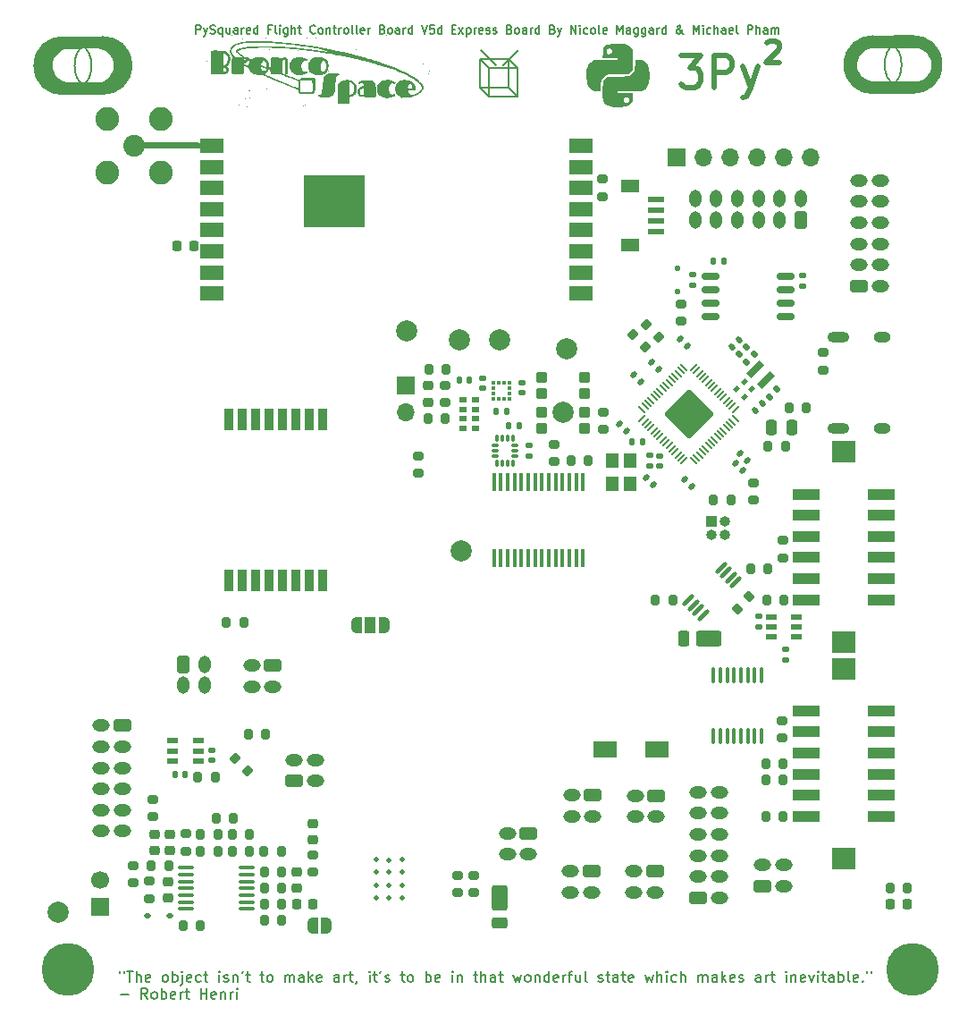
<source format=gbr>
%TF.GenerationSoftware,KiCad,Pcbnew,9.0.0*%
%TF.CreationDate,2025-08-26T23:06:38-07:00*%
%TF.ProjectId,FC_v5d,46435f76-3564-42e6-9b69-6361645f7063,rev?*%
%TF.SameCoordinates,Original*%
%TF.FileFunction,Soldermask,Top*%
%TF.FilePolarity,Negative*%
%FSLAX46Y46*%
G04 Gerber Fmt 4.6, Leading zero omitted, Abs format (unit mm)*
G04 Created by KiCad (PCBNEW 9.0.0) date 2025-08-26 23:06:38*
%MOMM*%
%LPD*%
G01*
G04 APERTURE LIST*
G04 Aperture macros list*
%AMRoundRect*
0 Rectangle with rounded corners*
0 $1 Rounding radius*
0 $2 $3 $4 $5 $6 $7 $8 $9 X,Y pos of 4 corners*
0 Add a 4 corners polygon primitive as box body*
4,1,4,$2,$3,$4,$5,$6,$7,$8,$9,$2,$3,0*
0 Add four circle primitives for the rounded corners*
1,1,$1+$1,$2,$3*
1,1,$1+$1,$4,$5*
1,1,$1+$1,$6,$7*
1,1,$1+$1,$8,$9*
0 Add four rect primitives between the rounded corners*
20,1,$1+$1,$2,$3,$4,$5,0*
20,1,$1+$1,$4,$5,$6,$7,0*
20,1,$1+$1,$6,$7,$8,$9,0*
20,1,$1+$1,$8,$9,$2,$3,0*%
%AMHorizOval*
0 Thick line with rounded ends*
0 $1 width*
0 $2 $3 position (X,Y) of the first rounded end (center of the circle)*
0 $4 $5 position (X,Y) of the second rounded end (center of the circle)*
0 Add line between two ends*
20,1,$1,$2,$3,$4,$5,0*
0 Add two circle primitives to create the rounded ends*
1,1,$1,$2,$3*
1,1,$1,$4,$5*%
%AMRotRect*
0 Rectangle, with rotation*
0 The origin of the aperture is its center*
0 $1 length*
0 $2 width*
0 $3 Rotation angle, in degrees counterclockwise*
0 Add horizontal line*
21,1,$1,$2,0,0,$3*%
%AMFreePoly0*
4,1,23,0.550000,-0.750000,0.000000,-0.750000,0.000000,-0.745722,-0.065263,-0.745722,-0.191342,-0.711940,-0.304381,-0.646677,-0.396677,-0.554381,-0.461940,-0.441342,-0.495722,-0.315263,-0.495722,-0.250000,-0.500000,-0.250000,-0.500000,0.250000,-0.495722,0.250000,-0.495722,0.315263,-0.461940,0.441342,-0.396677,0.554381,-0.304381,0.646677,-0.191342,0.711940,-0.065263,0.745722,0.000000,0.745722,
0.000000,0.750000,0.550000,0.750000,0.550000,-0.750000,0.550000,-0.750000,$1*%
%AMFreePoly1*
4,1,23,0.000000,0.745722,0.065263,0.745722,0.191342,0.711940,0.304381,0.646677,0.396677,0.554381,0.461940,0.441342,0.495722,0.315263,0.495722,0.250000,0.500000,0.250000,0.500000,-0.250000,0.495722,-0.250000,0.495722,-0.315263,0.461940,-0.441342,0.396677,-0.554381,0.304381,-0.646677,0.191342,-0.711940,0.065263,-0.745722,0.000000,-0.745722,0.000000,-0.750000,-0.550000,-0.750000,
-0.550000,0.750000,0.000000,0.750000,0.000000,0.745722,0.000000,0.745722,$1*%
%AMFreePoly2*
4,1,23,0.500000,-0.750000,0.000000,-0.750000,0.000000,-0.745722,-0.065263,-0.745722,-0.191342,-0.711940,-0.304381,-0.646677,-0.396677,-0.554381,-0.461940,-0.441342,-0.495722,-0.315263,-0.495722,-0.250000,-0.500000,-0.250000,-0.500000,0.250000,-0.495722,0.250000,-0.495722,0.315263,-0.461940,0.441342,-0.396677,0.554381,-0.304381,0.646677,-0.191342,0.711940,-0.065263,0.745722,0.000000,0.745722,
0.000000,0.750000,0.500000,0.750000,0.500000,-0.750000,0.500000,-0.750000,$1*%
%AMFreePoly3*
4,1,23,0.000000,0.745722,0.065263,0.745722,0.191342,0.711940,0.304381,0.646677,0.396677,0.554381,0.461940,0.441342,0.495722,0.315263,0.495722,0.250000,0.500000,0.250000,0.500000,-0.250000,0.495722,-0.250000,0.495722,-0.315263,0.461940,-0.441342,0.396677,-0.554381,0.304381,-0.646677,0.191342,-0.711940,0.065263,-0.745722,0.000000,-0.745722,0.000000,-0.750000,-0.500000,-0.750000,
-0.500000,0.750000,0.000000,0.750000,0.000000,0.745722,0.000000,0.745722,$1*%
%AMFreePoly4*
4,1,18,-0.437500,0.050000,-0.433694,0.069134,-0.422856,0.085355,-0.406634,0.096194,-0.387500,0.100000,0.387500,0.100000,0.437500,0.050000,0.437500,-0.050000,0.433694,-0.069134,0.422856,-0.085355,0.406634,-0.096194,0.387500,-0.100000,-0.387500,-0.100000,-0.406634,-0.096194,-0.422856,-0.085355,-0.433694,-0.069134,-0.437500,-0.050000,-0.437500,0.050000,-0.437500,0.050000,$1*%
%AMFreePoly5*
4,1,18,-0.437500,0.050000,-0.433694,0.069134,-0.422856,0.085355,-0.406634,0.096194,-0.387500,0.100000,0.387500,0.100000,0.406634,0.096194,0.422856,0.085355,0.433694,0.069134,0.437500,0.050000,0.437500,-0.050000,0.387500,-0.100000,-0.387500,-0.100000,-0.406634,-0.096194,-0.422856,-0.085355,-0.433694,-0.069134,-0.437500,-0.050000,-0.437500,0.050000,-0.437500,0.050000,$1*%
%AMFreePoly6*
4,1,18,-0.100000,0.387500,-0.050000,0.437500,0.050000,0.437500,0.069134,0.433694,0.085355,0.422856,0.096194,0.406634,0.100000,0.387500,0.100000,-0.387500,0.096194,-0.406634,0.085355,-0.422856,0.069134,-0.433694,0.050000,-0.437500,-0.050000,-0.437500,-0.069134,-0.433694,-0.085355,-0.422856,-0.096194,-0.406634,-0.100000,-0.387500,-0.100000,0.387500,-0.100000,0.387500,$1*%
%AMFreePoly7*
4,1,18,-0.100000,0.387500,-0.096194,0.406634,-0.085355,0.422856,-0.069134,0.433694,-0.050000,0.437500,0.050000,0.437500,0.100000,0.387500,0.100000,-0.387500,0.096194,-0.406634,0.085355,-0.422856,0.069134,-0.433694,0.050000,-0.437500,-0.050000,-0.437500,-0.069134,-0.433694,-0.085355,-0.422856,-0.096194,-0.406634,-0.100000,-0.387500,-0.100000,0.387500,-0.100000,0.387500,$1*%
%AMFreePoly8*
4,1,18,-0.437500,0.050000,-0.433694,0.069134,-0.422856,0.085355,-0.406634,0.096194,-0.387500,0.100000,0.387500,0.100000,0.406634,0.096194,0.422856,0.085355,0.433694,0.069134,0.437500,0.050000,0.437500,-0.050000,0.433694,-0.069134,0.422856,-0.085355,0.406634,-0.096194,0.387500,-0.100000,-0.387500,-0.100000,-0.437500,-0.050000,-0.437500,0.050000,-0.437500,0.050000,$1*%
%AMFreePoly9*
4,1,18,-0.437500,0.050000,-0.387500,0.100000,0.387500,0.100000,0.406634,0.096194,0.422856,0.085355,0.433694,0.069134,0.437500,0.050000,0.437500,-0.050000,0.433694,-0.069134,0.422856,-0.085355,0.406634,-0.096194,0.387500,-0.100000,-0.387500,-0.100000,-0.406634,-0.096194,-0.422856,-0.085355,-0.433694,-0.069134,-0.437500,-0.050000,-0.437500,0.050000,-0.437500,0.050000,$1*%
%AMFreePoly10*
4,1,18,-0.100000,0.387500,-0.096194,0.406634,-0.085355,0.422856,-0.069134,0.433694,-0.050000,0.437500,0.050000,0.437500,0.069134,0.433694,0.085355,0.422856,0.096194,0.406634,0.100000,0.387500,0.100000,-0.387500,0.050000,-0.437500,-0.050000,-0.437500,-0.069134,-0.433694,-0.085355,-0.422856,-0.096194,-0.406634,-0.100000,-0.387500,-0.100000,0.387500,-0.100000,0.387500,$1*%
%AMFreePoly11*
4,1,18,-0.100000,0.387500,-0.096194,0.406634,-0.085355,0.422856,-0.069134,0.433694,-0.050000,0.437500,0.050000,0.437500,0.069134,0.433694,0.085355,0.422856,0.096194,0.406634,0.100000,0.387500,0.100000,-0.387500,0.096194,-0.406634,0.085355,-0.422856,0.069134,-0.433694,0.050000,-0.437500,-0.050000,-0.437500,-0.100000,-0.387500,-0.100000,0.387500,-0.100000,0.387500,$1*%
G04 Aperture macros list end*
%ADD10C,0.200000*%
%ADD11C,0.150000*%
%ADD12C,0.500000*%
%ADD13C,0.000000*%
%ADD14R,1.000000X0.550000*%
%ADD15RoundRect,0.162500X-0.650000X-0.162500X0.650000X-0.162500X0.650000X0.162500X-0.650000X0.162500X0*%
%ADD16RoundRect,0.135000X0.035355X-0.226274X0.226274X-0.035355X-0.035355X0.226274X-0.226274X0.035355X0*%
%ADD17RoundRect,0.135000X-0.035355X0.226274X-0.226274X0.035355X0.035355X-0.226274X0.226274X-0.035355X0*%
%ADD18RoundRect,0.250000X-0.350000X-0.575000X0.350000X-0.575000X0.350000X0.575000X-0.350000X0.575000X0*%
%ADD19O,1.200000X1.650000*%
%ADD20C,2.050000*%
%ADD21C,2.250000*%
%ADD22RoundRect,0.135000X-0.185000X0.135000X-0.185000X-0.135000X0.185000X-0.135000X0.185000X0.135000X0*%
%ADD23C,2.000000*%
%ADD24C,5.000000*%
%ADD25RoundRect,0.250000X0.500000X-0.950000X0.500000X0.950000X-0.500000X0.950000X-0.500000X-0.950000X0*%
%ADD26RoundRect,0.250000X0.500000X-0.275000X0.500000X0.275000X-0.500000X0.275000X-0.500000X-0.275000X0*%
%ADD27RoundRect,0.140000X0.140000X0.170000X-0.140000X0.170000X-0.140000X-0.170000X0.140000X-0.170000X0*%
%ADD28RoundRect,0.140000X0.170000X-0.140000X0.170000X0.140000X-0.170000X0.140000X-0.170000X-0.140000X0*%
%ADD29RoundRect,0.200000X-0.200000X-0.275000X0.200000X-0.275000X0.200000X0.275000X-0.200000X0.275000X0*%
%ADD30RoundRect,0.250000X-0.575000X0.350000X-0.575000X-0.350000X0.575000X-0.350000X0.575000X0.350000X0*%
%ADD31O,1.650000X1.200000*%
%ADD32RoundRect,0.050800X-0.450000X-0.450000X0.450000X-0.450000X0.450000X0.450000X-0.450000X0.450000X0*%
%ADD33RoundRect,0.140000X-0.140000X-0.170000X0.140000X-0.170000X0.140000X0.170000X-0.140000X0.170000X0*%
%ADD34FreePoly0,0.000000*%
%ADD35R,1.000000X1.500000*%
%ADD36FreePoly1,0.000000*%
%ADD37R,2.190000X1.590000*%
%ADD38RoundRect,0.140000X-0.170000X0.140000X-0.170000X-0.140000X0.170000X-0.140000X0.170000X0.140000X0*%
%ADD39RoundRect,0.225000X-0.225000X-0.250000X0.225000X-0.250000X0.225000X0.250000X-0.225000X0.250000X0*%
%ADD40RoundRect,0.140000X0.219203X0.021213X0.021213X0.219203X-0.219203X-0.021213X-0.021213X-0.219203X0*%
%ADD41RoundRect,0.200000X-0.275000X0.200000X-0.275000X-0.200000X0.275000X-0.200000X0.275000X0.200000X0*%
%ADD42HorizOval,0.380000X0.378302X0.378302X-0.378302X-0.378302X0*%
%ADD43RoundRect,0.200000X0.200000X0.275000X-0.200000X0.275000X-0.200000X-0.275000X0.200000X-0.275000X0*%
%ADD44RoundRect,0.218750X-0.256250X0.218750X-0.256250X-0.218750X0.256250X-0.218750X0.256250X0.218750X0*%
%ADD45RoundRect,0.200000X0.053033X-0.335876X0.335876X-0.053033X-0.053033X0.335876X-0.335876X0.053033X0*%
%ADD46RotRect,0.700000X1.700000X315.000000*%
%ADD47FreePoly2,0.000000*%
%ADD48FreePoly3,0.000000*%
%ADD49RoundRect,0.200000X0.275000X-0.200000X0.275000X0.200000X-0.275000X0.200000X-0.275000X-0.200000X0*%
%ADD50RoundRect,0.225000X-0.250000X0.225000X-0.250000X-0.225000X0.250000X-0.225000X0.250000X0.225000X0*%
%ADD51RoundRect,0.250000X-0.250000X-0.475000X0.250000X-0.475000X0.250000X0.475000X-0.250000X0.475000X0*%
%ADD52RoundRect,0.100000X0.637500X0.100000X-0.637500X0.100000X-0.637500X-0.100000X0.637500X-0.100000X0*%
%ADD53RoundRect,0.063500X1.000000X0.650000X-1.000000X0.650000X-1.000000X-0.650000X1.000000X-0.650000X0*%
%ADD54RoundRect,0.063500X2.849999X2.400000X-2.849999X2.400000X-2.849999X-2.400000X2.849999X-2.400000X0*%
%ADD55R,1.550000X0.600000*%
%ADD56R,1.800000X1.200000*%
%ADD57RoundRect,0.140000X0.021213X-0.219203X0.219203X-0.021213X-0.021213X0.219203X-0.219203X0.021213X0*%
%ADD58RoundRect,0.250000X0.575000X-0.350000X0.575000X0.350000X-0.575000X0.350000X-0.575000X-0.350000X0*%
%ADD59RoundRect,0.218750X0.218750X0.256250X-0.218750X0.256250X-0.218750X-0.256250X0.218750X-0.256250X0*%
%ADD60RoundRect,0.200000X0.335876X0.053033X0.053033X0.335876X-0.335876X-0.053033X-0.053033X-0.335876X0*%
%ADD61RoundRect,0.087500X0.087500X-0.225000X0.087500X0.225000X-0.087500X0.225000X-0.087500X-0.225000X0*%
%ADD62RoundRect,0.087500X0.225000X-0.087500X0.225000X0.087500X-0.225000X0.087500X-0.225000X-0.087500X0*%
%ADD63RotRect,0.470000X0.530000X315.000000*%
%ADD64RoundRect,0.135000X0.185000X-0.135000X0.185000X0.135000X-0.185000X0.135000X-0.185000X-0.135000X0*%
%ADD65RoundRect,0.135000X0.135000X0.185000X-0.135000X0.185000X-0.135000X-0.185000X0.135000X-0.185000X0*%
%ADD66RoundRect,0.140000X-0.219203X-0.021213X-0.021213X-0.219203X0.219203X0.021213X0.021213X0.219203X0*%
%ADD67R,2.500000X1.100000*%
%ADD68R,2.200000X2.000000*%
%ADD69RoundRect,0.125000X-0.125000X0.125000X-0.125000X-0.125000X0.125000X-0.125000X0.125000X0.125000X0*%
%ADD70FreePoly4,315.000000*%
%ADD71RoundRect,0.050000X-0.309359X0.238649X0.238649X-0.309359X0.309359X-0.238649X-0.238649X0.309359X0*%
%ADD72FreePoly5,315.000000*%
%ADD73FreePoly6,315.000000*%
%ADD74RoundRect,0.050000X-0.309359X-0.238649X-0.238649X-0.309359X0.309359X0.238649X0.238649X0.309359X0*%
%ADD75FreePoly7,315.000000*%
%ADD76FreePoly8,315.000000*%
%ADD77FreePoly9,315.000000*%
%ADD78FreePoly10,315.000000*%
%ADD79FreePoly11,315.000000*%
%ADD80RoundRect,0.153000X0.000000X-2.187788X2.187788X0.000000X0.000000X2.187788X-2.187788X0.000000X0*%
%ADD81R,0.900000X2.000000*%
%ADD82RoundRect,0.250000X-0.950000X-0.500000X0.950000X-0.500000X0.950000X0.500000X-0.950000X0.500000X0*%
%ADD83RoundRect,0.250000X-0.275000X-0.500000X0.275000X-0.500000X0.275000X0.500000X-0.275000X0.500000X0*%
%ADD84RoundRect,0.225000X0.225000X0.250000X-0.225000X0.250000X-0.225000X-0.250000X0.225000X-0.250000X0*%
%ADD85RoundRect,0.100000X-0.100000X0.637500X-0.100000X-0.637500X0.100000X-0.637500X0.100000X0.637500X0*%
%ADD86R,1.700000X1.700000*%
%ADD87C,1.700000*%
%ADD88R,0.375000X0.350000*%
%ADD89R,0.350000X0.375000*%
%ADD90R,1.000000X1.000000*%
%ADD91O,1.000000X1.000000*%
%ADD92RoundRect,0.112500X0.187500X0.112500X-0.187500X0.112500X-0.187500X-0.112500X0.187500X-0.112500X0*%
%ADD93RoundRect,0.140000X-0.021213X0.219203X-0.219203X0.021213X0.021213X-0.219203X0.219203X-0.021213X0*%
%ADD94RoundRect,0.225000X0.250000X-0.225000X0.250000X0.225000X-0.250000X0.225000X-0.250000X-0.225000X0*%
%ADD95R,0.800000X0.500000*%
%ADD96R,1.200000X1.400000*%
%ADD97R,0.450000X1.750000*%
%ADD98RoundRect,0.250000X0.350000X0.575000X-0.350000X0.575000X-0.350000X-0.575000X0.350000X-0.575000X0*%
%ADD99O,1.700000X1.700000*%
%ADD100C,0.500000*%
%ADD101O,1.600000X1.000000*%
%ADD102O,2.100000X1.000000*%
G04 APERTURE END LIST*
D10*
X187840000Y-52410000D02*
X186360000Y-50930000D01*
D11*
X153291978Y-52405459D02*
G75*
G02*
X147907162Y-52405459I-2692408J0D01*
G01*
X147907162Y-52405459D02*
G75*
G02*
X153291978Y-52405459I2692408J0D01*
G01*
D10*
X189040000Y-51820000D02*
X186340000Y-51820000D01*
X186340000Y-51820000D02*
X187190000Y-52670000D01*
X186340000Y-54520000D02*
X189040000Y-54520000D01*
X189040000Y-54520000D02*
X189040000Y-51820000D01*
D11*
X146799570Y-55127504D02*
X150599570Y-55134011D01*
D10*
X189040000Y-54520000D02*
X189890000Y-55370000D01*
X186340000Y-54520000D02*
X186340000Y-51820000D01*
D11*
X223543845Y-55035798D02*
X227343845Y-55042305D01*
X149506967Y-52430757D02*
G75*
G02*
X144092173Y-52430757I-2707397J0D01*
G01*
X144092173Y-52430757D02*
G75*
G02*
X149506967Y-52430757I2707397J0D01*
G01*
X230036253Y-52313753D02*
G75*
G02*
X224651437Y-52313753I-2692408J0D01*
G01*
X224651437Y-52313753D02*
G75*
G02*
X230036253Y-52313753I2692408J0D01*
G01*
X227393845Y-49635798D02*
X223593845Y-49642305D01*
X150649570Y-49727504D02*
X146849570Y-49734011D01*
D10*
X189890000Y-55370000D02*
X189890000Y-52670000D01*
X189040000Y-51820000D02*
X189890000Y-52670000D01*
X187190000Y-52670000D02*
X187190000Y-55370000D01*
X187190000Y-55370000D02*
X186340000Y-54520000D01*
X189890000Y-52670000D02*
X187190000Y-52670000D01*
X187190000Y-55370000D02*
X189890000Y-55370000D01*
X188520000Y-52390000D02*
X189990000Y-50920000D01*
D11*
X226251242Y-52339051D02*
G75*
G02*
X220836448Y-52339051I-2707397J0D01*
G01*
X220836448Y-52339051D02*
G75*
G02*
X226251242Y-52339051I2707397J0D01*
G01*
D12*
X213498571Y-50289714D02*
X213593809Y-50194476D01*
X213593809Y-50194476D02*
X213784285Y-50099238D01*
X213784285Y-50099238D02*
X214260476Y-50099238D01*
X214260476Y-50099238D02*
X214450952Y-50194476D01*
X214450952Y-50194476D02*
X214546190Y-50289714D01*
X214546190Y-50289714D02*
X214641428Y-50480190D01*
X214641428Y-50480190D02*
X214641428Y-50670666D01*
X214641428Y-50670666D02*
X214546190Y-50956380D01*
X214546190Y-50956380D02*
X213403333Y-52099238D01*
X213403333Y-52099238D02*
X214641428Y-52099238D01*
X205367143Y-51481857D02*
X207224286Y-51481857D01*
X207224286Y-51481857D02*
X206224286Y-52624714D01*
X206224286Y-52624714D02*
X206652857Y-52624714D01*
X206652857Y-52624714D02*
X206938572Y-52767571D01*
X206938572Y-52767571D02*
X207081429Y-52910428D01*
X207081429Y-52910428D02*
X207224286Y-53196142D01*
X207224286Y-53196142D02*
X207224286Y-53910428D01*
X207224286Y-53910428D02*
X207081429Y-54196142D01*
X207081429Y-54196142D02*
X206938572Y-54339000D01*
X206938572Y-54339000D02*
X206652857Y-54481857D01*
X206652857Y-54481857D02*
X205795714Y-54481857D01*
X205795714Y-54481857D02*
X205510000Y-54339000D01*
X205510000Y-54339000D02*
X205367143Y-54196142D01*
X208510000Y-54481857D02*
X208510000Y-51481857D01*
X208510000Y-51481857D02*
X209652857Y-51481857D01*
X209652857Y-51481857D02*
X209938572Y-51624714D01*
X209938572Y-51624714D02*
X210081429Y-51767571D01*
X210081429Y-51767571D02*
X210224286Y-52053285D01*
X210224286Y-52053285D02*
X210224286Y-52481857D01*
X210224286Y-52481857D02*
X210081429Y-52767571D01*
X210081429Y-52767571D02*
X209938572Y-52910428D01*
X209938572Y-52910428D02*
X209652857Y-53053285D01*
X209652857Y-53053285D02*
X208510000Y-53053285D01*
X211224286Y-52481857D02*
X211938572Y-54481857D01*
X212652857Y-52481857D02*
X211938572Y-54481857D01*
X211938572Y-54481857D02*
X211652857Y-55196142D01*
X211652857Y-55196142D02*
X211510000Y-55339000D01*
X211510000Y-55339000D02*
X211224286Y-55481857D01*
D11*
X152189160Y-138159875D02*
X152189160Y-138350351D01*
X152570112Y-138159875D02*
X152570112Y-138350351D01*
X152855827Y-138159875D02*
X153427255Y-138159875D01*
X153141541Y-139159875D02*
X153141541Y-138159875D01*
X153760589Y-139159875D02*
X153760589Y-138159875D01*
X154189160Y-139159875D02*
X154189160Y-138636065D01*
X154189160Y-138636065D02*
X154141541Y-138540827D01*
X154141541Y-138540827D02*
X154046303Y-138493208D01*
X154046303Y-138493208D02*
X153903446Y-138493208D01*
X153903446Y-138493208D02*
X153808208Y-138540827D01*
X153808208Y-138540827D02*
X153760589Y-138588446D01*
X155046303Y-139112256D02*
X154951065Y-139159875D01*
X154951065Y-139159875D02*
X154760589Y-139159875D01*
X154760589Y-139159875D02*
X154665351Y-139112256D01*
X154665351Y-139112256D02*
X154617732Y-139017017D01*
X154617732Y-139017017D02*
X154617732Y-138636065D01*
X154617732Y-138636065D02*
X154665351Y-138540827D01*
X154665351Y-138540827D02*
X154760589Y-138493208D01*
X154760589Y-138493208D02*
X154951065Y-138493208D01*
X154951065Y-138493208D02*
X155046303Y-138540827D01*
X155046303Y-138540827D02*
X155093922Y-138636065D01*
X155093922Y-138636065D02*
X155093922Y-138731303D01*
X155093922Y-138731303D02*
X154617732Y-138826541D01*
X156427256Y-139159875D02*
X156332018Y-139112256D01*
X156332018Y-139112256D02*
X156284399Y-139064636D01*
X156284399Y-139064636D02*
X156236780Y-138969398D01*
X156236780Y-138969398D02*
X156236780Y-138683684D01*
X156236780Y-138683684D02*
X156284399Y-138588446D01*
X156284399Y-138588446D02*
X156332018Y-138540827D01*
X156332018Y-138540827D02*
X156427256Y-138493208D01*
X156427256Y-138493208D02*
X156570113Y-138493208D01*
X156570113Y-138493208D02*
X156665351Y-138540827D01*
X156665351Y-138540827D02*
X156712970Y-138588446D01*
X156712970Y-138588446D02*
X156760589Y-138683684D01*
X156760589Y-138683684D02*
X156760589Y-138969398D01*
X156760589Y-138969398D02*
X156712970Y-139064636D01*
X156712970Y-139064636D02*
X156665351Y-139112256D01*
X156665351Y-139112256D02*
X156570113Y-139159875D01*
X156570113Y-139159875D02*
X156427256Y-139159875D01*
X157189161Y-139159875D02*
X157189161Y-138159875D01*
X157189161Y-138540827D02*
X157284399Y-138493208D01*
X157284399Y-138493208D02*
X157474875Y-138493208D01*
X157474875Y-138493208D02*
X157570113Y-138540827D01*
X157570113Y-138540827D02*
X157617732Y-138588446D01*
X157617732Y-138588446D02*
X157665351Y-138683684D01*
X157665351Y-138683684D02*
X157665351Y-138969398D01*
X157665351Y-138969398D02*
X157617732Y-139064636D01*
X157617732Y-139064636D02*
X157570113Y-139112256D01*
X157570113Y-139112256D02*
X157474875Y-139159875D01*
X157474875Y-139159875D02*
X157284399Y-139159875D01*
X157284399Y-139159875D02*
X157189161Y-139112256D01*
X158093923Y-138493208D02*
X158093923Y-139350351D01*
X158093923Y-139350351D02*
X158046304Y-139445589D01*
X158046304Y-139445589D02*
X157951066Y-139493208D01*
X157951066Y-139493208D02*
X157903447Y-139493208D01*
X158093923Y-138159875D02*
X158046304Y-138207494D01*
X158046304Y-138207494D02*
X158093923Y-138255113D01*
X158093923Y-138255113D02*
X158141542Y-138207494D01*
X158141542Y-138207494D02*
X158093923Y-138159875D01*
X158093923Y-138159875D02*
X158093923Y-138255113D01*
X158951065Y-139112256D02*
X158855827Y-139159875D01*
X158855827Y-139159875D02*
X158665351Y-139159875D01*
X158665351Y-139159875D02*
X158570113Y-139112256D01*
X158570113Y-139112256D02*
X158522494Y-139017017D01*
X158522494Y-139017017D02*
X158522494Y-138636065D01*
X158522494Y-138636065D02*
X158570113Y-138540827D01*
X158570113Y-138540827D02*
X158665351Y-138493208D01*
X158665351Y-138493208D02*
X158855827Y-138493208D01*
X158855827Y-138493208D02*
X158951065Y-138540827D01*
X158951065Y-138540827D02*
X158998684Y-138636065D01*
X158998684Y-138636065D02*
X158998684Y-138731303D01*
X158998684Y-138731303D02*
X158522494Y-138826541D01*
X159855827Y-139112256D02*
X159760589Y-139159875D01*
X159760589Y-139159875D02*
X159570113Y-139159875D01*
X159570113Y-139159875D02*
X159474875Y-139112256D01*
X159474875Y-139112256D02*
X159427256Y-139064636D01*
X159427256Y-139064636D02*
X159379637Y-138969398D01*
X159379637Y-138969398D02*
X159379637Y-138683684D01*
X159379637Y-138683684D02*
X159427256Y-138588446D01*
X159427256Y-138588446D02*
X159474875Y-138540827D01*
X159474875Y-138540827D02*
X159570113Y-138493208D01*
X159570113Y-138493208D02*
X159760589Y-138493208D01*
X159760589Y-138493208D02*
X159855827Y-138540827D01*
X160141542Y-138493208D02*
X160522494Y-138493208D01*
X160284399Y-138159875D02*
X160284399Y-139017017D01*
X160284399Y-139017017D02*
X160332018Y-139112256D01*
X160332018Y-139112256D02*
X160427256Y-139159875D01*
X160427256Y-139159875D02*
X160522494Y-139159875D01*
X161617733Y-139159875D02*
X161617733Y-138493208D01*
X161617733Y-138159875D02*
X161570114Y-138207494D01*
X161570114Y-138207494D02*
X161617733Y-138255113D01*
X161617733Y-138255113D02*
X161665352Y-138207494D01*
X161665352Y-138207494D02*
X161617733Y-138159875D01*
X161617733Y-138159875D02*
X161617733Y-138255113D01*
X162046304Y-139112256D02*
X162141542Y-139159875D01*
X162141542Y-139159875D02*
X162332018Y-139159875D01*
X162332018Y-139159875D02*
X162427256Y-139112256D01*
X162427256Y-139112256D02*
X162474875Y-139017017D01*
X162474875Y-139017017D02*
X162474875Y-138969398D01*
X162474875Y-138969398D02*
X162427256Y-138874160D01*
X162427256Y-138874160D02*
X162332018Y-138826541D01*
X162332018Y-138826541D02*
X162189161Y-138826541D01*
X162189161Y-138826541D02*
X162093923Y-138778922D01*
X162093923Y-138778922D02*
X162046304Y-138683684D01*
X162046304Y-138683684D02*
X162046304Y-138636065D01*
X162046304Y-138636065D02*
X162093923Y-138540827D01*
X162093923Y-138540827D02*
X162189161Y-138493208D01*
X162189161Y-138493208D02*
X162332018Y-138493208D01*
X162332018Y-138493208D02*
X162427256Y-138540827D01*
X162903447Y-138493208D02*
X162903447Y-139159875D01*
X162903447Y-138588446D02*
X162951066Y-138540827D01*
X162951066Y-138540827D02*
X163046304Y-138493208D01*
X163046304Y-138493208D02*
X163189161Y-138493208D01*
X163189161Y-138493208D02*
X163284399Y-138540827D01*
X163284399Y-138540827D02*
X163332018Y-138636065D01*
X163332018Y-138636065D02*
X163332018Y-139159875D01*
X163855828Y-138159875D02*
X163760590Y-138350351D01*
X164141542Y-138493208D02*
X164522494Y-138493208D01*
X164284399Y-138159875D02*
X164284399Y-139017017D01*
X164284399Y-139017017D02*
X164332018Y-139112256D01*
X164332018Y-139112256D02*
X164427256Y-139159875D01*
X164427256Y-139159875D02*
X164522494Y-139159875D01*
X165474876Y-138493208D02*
X165855828Y-138493208D01*
X165617733Y-138159875D02*
X165617733Y-139017017D01*
X165617733Y-139017017D02*
X165665352Y-139112256D01*
X165665352Y-139112256D02*
X165760590Y-139159875D01*
X165760590Y-139159875D02*
X165855828Y-139159875D01*
X166332019Y-139159875D02*
X166236781Y-139112256D01*
X166236781Y-139112256D02*
X166189162Y-139064636D01*
X166189162Y-139064636D02*
X166141543Y-138969398D01*
X166141543Y-138969398D02*
X166141543Y-138683684D01*
X166141543Y-138683684D02*
X166189162Y-138588446D01*
X166189162Y-138588446D02*
X166236781Y-138540827D01*
X166236781Y-138540827D02*
X166332019Y-138493208D01*
X166332019Y-138493208D02*
X166474876Y-138493208D01*
X166474876Y-138493208D02*
X166570114Y-138540827D01*
X166570114Y-138540827D02*
X166617733Y-138588446D01*
X166617733Y-138588446D02*
X166665352Y-138683684D01*
X166665352Y-138683684D02*
X166665352Y-138969398D01*
X166665352Y-138969398D02*
X166617733Y-139064636D01*
X166617733Y-139064636D02*
X166570114Y-139112256D01*
X166570114Y-139112256D02*
X166474876Y-139159875D01*
X166474876Y-139159875D02*
X166332019Y-139159875D01*
X167855829Y-139159875D02*
X167855829Y-138493208D01*
X167855829Y-138588446D02*
X167903448Y-138540827D01*
X167903448Y-138540827D02*
X167998686Y-138493208D01*
X167998686Y-138493208D02*
X168141543Y-138493208D01*
X168141543Y-138493208D02*
X168236781Y-138540827D01*
X168236781Y-138540827D02*
X168284400Y-138636065D01*
X168284400Y-138636065D02*
X168284400Y-139159875D01*
X168284400Y-138636065D02*
X168332019Y-138540827D01*
X168332019Y-138540827D02*
X168427257Y-138493208D01*
X168427257Y-138493208D02*
X168570114Y-138493208D01*
X168570114Y-138493208D02*
X168665353Y-138540827D01*
X168665353Y-138540827D02*
X168712972Y-138636065D01*
X168712972Y-138636065D02*
X168712972Y-139159875D01*
X169617733Y-139159875D02*
X169617733Y-138636065D01*
X169617733Y-138636065D02*
X169570114Y-138540827D01*
X169570114Y-138540827D02*
X169474876Y-138493208D01*
X169474876Y-138493208D02*
X169284400Y-138493208D01*
X169284400Y-138493208D02*
X169189162Y-138540827D01*
X169617733Y-139112256D02*
X169522495Y-139159875D01*
X169522495Y-139159875D02*
X169284400Y-139159875D01*
X169284400Y-139159875D02*
X169189162Y-139112256D01*
X169189162Y-139112256D02*
X169141543Y-139017017D01*
X169141543Y-139017017D02*
X169141543Y-138921779D01*
X169141543Y-138921779D02*
X169189162Y-138826541D01*
X169189162Y-138826541D02*
X169284400Y-138778922D01*
X169284400Y-138778922D02*
X169522495Y-138778922D01*
X169522495Y-138778922D02*
X169617733Y-138731303D01*
X170093924Y-139159875D02*
X170093924Y-138159875D01*
X170189162Y-138778922D02*
X170474876Y-139159875D01*
X170474876Y-138493208D02*
X170093924Y-138874160D01*
X171284400Y-139112256D02*
X171189162Y-139159875D01*
X171189162Y-139159875D02*
X170998686Y-139159875D01*
X170998686Y-139159875D02*
X170903448Y-139112256D01*
X170903448Y-139112256D02*
X170855829Y-139017017D01*
X170855829Y-139017017D02*
X170855829Y-138636065D01*
X170855829Y-138636065D02*
X170903448Y-138540827D01*
X170903448Y-138540827D02*
X170998686Y-138493208D01*
X170998686Y-138493208D02*
X171189162Y-138493208D01*
X171189162Y-138493208D02*
X171284400Y-138540827D01*
X171284400Y-138540827D02*
X171332019Y-138636065D01*
X171332019Y-138636065D02*
X171332019Y-138731303D01*
X171332019Y-138731303D02*
X170855829Y-138826541D01*
X172951067Y-139159875D02*
X172951067Y-138636065D01*
X172951067Y-138636065D02*
X172903448Y-138540827D01*
X172903448Y-138540827D02*
X172808210Y-138493208D01*
X172808210Y-138493208D02*
X172617734Y-138493208D01*
X172617734Y-138493208D02*
X172522496Y-138540827D01*
X172951067Y-139112256D02*
X172855829Y-139159875D01*
X172855829Y-139159875D02*
X172617734Y-139159875D01*
X172617734Y-139159875D02*
X172522496Y-139112256D01*
X172522496Y-139112256D02*
X172474877Y-139017017D01*
X172474877Y-139017017D02*
X172474877Y-138921779D01*
X172474877Y-138921779D02*
X172522496Y-138826541D01*
X172522496Y-138826541D02*
X172617734Y-138778922D01*
X172617734Y-138778922D02*
X172855829Y-138778922D01*
X172855829Y-138778922D02*
X172951067Y-138731303D01*
X173427258Y-139159875D02*
X173427258Y-138493208D01*
X173427258Y-138683684D02*
X173474877Y-138588446D01*
X173474877Y-138588446D02*
X173522496Y-138540827D01*
X173522496Y-138540827D02*
X173617734Y-138493208D01*
X173617734Y-138493208D02*
X173712972Y-138493208D01*
X173903449Y-138493208D02*
X174284401Y-138493208D01*
X174046306Y-138159875D02*
X174046306Y-139017017D01*
X174046306Y-139017017D02*
X174093925Y-139112256D01*
X174093925Y-139112256D02*
X174189163Y-139159875D01*
X174189163Y-139159875D02*
X174284401Y-139159875D01*
X174665354Y-139112256D02*
X174665354Y-139159875D01*
X174665354Y-139159875D02*
X174617735Y-139255113D01*
X174617735Y-139255113D02*
X174570116Y-139302732D01*
X175855830Y-139159875D02*
X175855830Y-138493208D01*
X175855830Y-138159875D02*
X175808211Y-138207494D01*
X175808211Y-138207494D02*
X175855830Y-138255113D01*
X175855830Y-138255113D02*
X175903449Y-138207494D01*
X175903449Y-138207494D02*
X175855830Y-138159875D01*
X175855830Y-138159875D02*
X175855830Y-138255113D01*
X176189163Y-138493208D02*
X176570115Y-138493208D01*
X176332020Y-138159875D02*
X176332020Y-139017017D01*
X176332020Y-139017017D02*
X176379639Y-139112256D01*
X176379639Y-139112256D02*
X176474877Y-139159875D01*
X176474877Y-139159875D02*
X176570115Y-139159875D01*
X176951068Y-138159875D02*
X176855830Y-138350351D01*
X177332020Y-139112256D02*
X177427258Y-139159875D01*
X177427258Y-139159875D02*
X177617734Y-139159875D01*
X177617734Y-139159875D02*
X177712972Y-139112256D01*
X177712972Y-139112256D02*
X177760591Y-139017017D01*
X177760591Y-139017017D02*
X177760591Y-138969398D01*
X177760591Y-138969398D02*
X177712972Y-138874160D01*
X177712972Y-138874160D02*
X177617734Y-138826541D01*
X177617734Y-138826541D02*
X177474877Y-138826541D01*
X177474877Y-138826541D02*
X177379639Y-138778922D01*
X177379639Y-138778922D02*
X177332020Y-138683684D01*
X177332020Y-138683684D02*
X177332020Y-138636065D01*
X177332020Y-138636065D02*
X177379639Y-138540827D01*
X177379639Y-138540827D02*
X177474877Y-138493208D01*
X177474877Y-138493208D02*
X177617734Y-138493208D01*
X177617734Y-138493208D02*
X177712972Y-138540827D01*
X178808211Y-138493208D02*
X179189163Y-138493208D01*
X178951068Y-138159875D02*
X178951068Y-139017017D01*
X178951068Y-139017017D02*
X178998687Y-139112256D01*
X178998687Y-139112256D02*
X179093925Y-139159875D01*
X179093925Y-139159875D02*
X179189163Y-139159875D01*
X179665354Y-139159875D02*
X179570116Y-139112256D01*
X179570116Y-139112256D02*
X179522497Y-139064636D01*
X179522497Y-139064636D02*
X179474878Y-138969398D01*
X179474878Y-138969398D02*
X179474878Y-138683684D01*
X179474878Y-138683684D02*
X179522497Y-138588446D01*
X179522497Y-138588446D02*
X179570116Y-138540827D01*
X179570116Y-138540827D02*
X179665354Y-138493208D01*
X179665354Y-138493208D02*
X179808211Y-138493208D01*
X179808211Y-138493208D02*
X179903449Y-138540827D01*
X179903449Y-138540827D02*
X179951068Y-138588446D01*
X179951068Y-138588446D02*
X179998687Y-138683684D01*
X179998687Y-138683684D02*
X179998687Y-138969398D01*
X179998687Y-138969398D02*
X179951068Y-139064636D01*
X179951068Y-139064636D02*
X179903449Y-139112256D01*
X179903449Y-139112256D02*
X179808211Y-139159875D01*
X179808211Y-139159875D02*
X179665354Y-139159875D01*
X181189164Y-139159875D02*
X181189164Y-138159875D01*
X181189164Y-138540827D02*
X181284402Y-138493208D01*
X181284402Y-138493208D02*
X181474878Y-138493208D01*
X181474878Y-138493208D02*
X181570116Y-138540827D01*
X181570116Y-138540827D02*
X181617735Y-138588446D01*
X181617735Y-138588446D02*
X181665354Y-138683684D01*
X181665354Y-138683684D02*
X181665354Y-138969398D01*
X181665354Y-138969398D02*
X181617735Y-139064636D01*
X181617735Y-139064636D02*
X181570116Y-139112256D01*
X181570116Y-139112256D02*
X181474878Y-139159875D01*
X181474878Y-139159875D02*
X181284402Y-139159875D01*
X181284402Y-139159875D02*
X181189164Y-139112256D01*
X182474878Y-139112256D02*
X182379640Y-139159875D01*
X182379640Y-139159875D02*
X182189164Y-139159875D01*
X182189164Y-139159875D02*
X182093926Y-139112256D01*
X182093926Y-139112256D02*
X182046307Y-139017017D01*
X182046307Y-139017017D02*
X182046307Y-138636065D01*
X182046307Y-138636065D02*
X182093926Y-138540827D01*
X182093926Y-138540827D02*
X182189164Y-138493208D01*
X182189164Y-138493208D02*
X182379640Y-138493208D01*
X182379640Y-138493208D02*
X182474878Y-138540827D01*
X182474878Y-138540827D02*
X182522497Y-138636065D01*
X182522497Y-138636065D02*
X182522497Y-138731303D01*
X182522497Y-138731303D02*
X182046307Y-138826541D01*
X183712974Y-139159875D02*
X183712974Y-138493208D01*
X183712974Y-138159875D02*
X183665355Y-138207494D01*
X183665355Y-138207494D02*
X183712974Y-138255113D01*
X183712974Y-138255113D02*
X183760593Y-138207494D01*
X183760593Y-138207494D02*
X183712974Y-138159875D01*
X183712974Y-138159875D02*
X183712974Y-138255113D01*
X184189164Y-138493208D02*
X184189164Y-139159875D01*
X184189164Y-138588446D02*
X184236783Y-138540827D01*
X184236783Y-138540827D02*
X184332021Y-138493208D01*
X184332021Y-138493208D02*
X184474878Y-138493208D01*
X184474878Y-138493208D02*
X184570116Y-138540827D01*
X184570116Y-138540827D02*
X184617735Y-138636065D01*
X184617735Y-138636065D02*
X184617735Y-139159875D01*
X185712974Y-138493208D02*
X186093926Y-138493208D01*
X185855831Y-138159875D02*
X185855831Y-139017017D01*
X185855831Y-139017017D02*
X185903450Y-139112256D01*
X185903450Y-139112256D02*
X185998688Y-139159875D01*
X185998688Y-139159875D02*
X186093926Y-139159875D01*
X186427260Y-139159875D02*
X186427260Y-138159875D01*
X186855831Y-139159875D02*
X186855831Y-138636065D01*
X186855831Y-138636065D02*
X186808212Y-138540827D01*
X186808212Y-138540827D02*
X186712974Y-138493208D01*
X186712974Y-138493208D02*
X186570117Y-138493208D01*
X186570117Y-138493208D02*
X186474879Y-138540827D01*
X186474879Y-138540827D02*
X186427260Y-138588446D01*
X187760593Y-139159875D02*
X187760593Y-138636065D01*
X187760593Y-138636065D02*
X187712974Y-138540827D01*
X187712974Y-138540827D02*
X187617736Y-138493208D01*
X187617736Y-138493208D02*
X187427260Y-138493208D01*
X187427260Y-138493208D02*
X187332022Y-138540827D01*
X187760593Y-139112256D02*
X187665355Y-139159875D01*
X187665355Y-139159875D02*
X187427260Y-139159875D01*
X187427260Y-139159875D02*
X187332022Y-139112256D01*
X187332022Y-139112256D02*
X187284403Y-139017017D01*
X187284403Y-139017017D02*
X187284403Y-138921779D01*
X187284403Y-138921779D02*
X187332022Y-138826541D01*
X187332022Y-138826541D02*
X187427260Y-138778922D01*
X187427260Y-138778922D02*
X187665355Y-138778922D01*
X187665355Y-138778922D02*
X187760593Y-138731303D01*
X188093927Y-138493208D02*
X188474879Y-138493208D01*
X188236784Y-138159875D02*
X188236784Y-139017017D01*
X188236784Y-139017017D02*
X188284403Y-139112256D01*
X188284403Y-139112256D02*
X188379641Y-139159875D01*
X188379641Y-139159875D02*
X188474879Y-139159875D01*
X189474880Y-138493208D02*
X189665356Y-139159875D01*
X189665356Y-139159875D02*
X189855832Y-138683684D01*
X189855832Y-138683684D02*
X190046308Y-139159875D01*
X190046308Y-139159875D02*
X190236784Y-138493208D01*
X190760594Y-139159875D02*
X190665356Y-139112256D01*
X190665356Y-139112256D02*
X190617737Y-139064636D01*
X190617737Y-139064636D02*
X190570118Y-138969398D01*
X190570118Y-138969398D02*
X190570118Y-138683684D01*
X190570118Y-138683684D02*
X190617737Y-138588446D01*
X190617737Y-138588446D02*
X190665356Y-138540827D01*
X190665356Y-138540827D02*
X190760594Y-138493208D01*
X190760594Y-138493208D02*
X190903451Y-138493208D01*
X190903451Y-138493208D02*
X190998689Y-138540827D01*
X190998689Y-138540827D02*
X191046308Y-138588446D01*
X191046308Y-138588446D02*
X191093927Y-138683684D01*
X191093927Y-138683684D02*
X191093927Y-138969398D01*
X191093927Y-138969398D02*
X191046308Y-139064636D01*
X191046308Y-139064636D02*
X190998689Y-139112256D01*
X190998689Y-139112256D02*
X190903451Y-139159875D01*
X190903451Y-139159875D02*
X190760594Y-139159875D01*
X191522499Y-138493208D02*
X191522499Y-139159875D01*
X191522499Y-138588446D02*
X191570118Y-138540827D01*
X191570118Y-138540827D02*
X191665356Y-138493208D01*
X191665356Y-138493208D02*
X191808213Y-138493208D01*
X191808213Y-138493208D02*
X191903451Y-138540827D01*
X191903451Y-138540827D02*
X191951070Y-138636065D01*
X191951070Y-138636065D02*
X191951070Y-139159875D01*
X192855832Y-139159875D02*
X192855832Y-138159875D01*
X192855832Y-139112256D02*
X192760594Y-139159875D01*
X192760594Y-139159875D02*
X192570118Y-139159875D01*
X192570118Y-139159875D02*
X192474880Y-139112256D01*
X192474880Y-139112256D02*
X192427261Y-139064636D01*
X192427261Y-139064636D02*
X192379642Y-138969398D01*
X192379642Y-138969398D02*
X192379642Y-138683684D01*
X192379642Y-138683684D02*
X192427261Y-138588446D01*
X192427261Y-138588446D02*
X192474880Y-138540827D01*
X192474880Y-138540827D02*
X192570118Y-138493208D01*
X192570118Y-138493208D02*
X192760594Y-138493208D01*
X192760594Y-138493208D02*
X192855832Y-138540827D01*
X193712975Y-139112256D02*
X193617737Y-139159875D01*
X193617737Y-139159875D02*
X193427261Y-139159875D01*
X193427261Y-139159875D02*
X193332023Y-139112256D01*
X193332023Y-139112256D02*
X193284404Y-139017017D01*
X193284404Y-139017017D02*
X193284404Y-138636065D01*
X193284404Y-138636065D02*
X193332023Y-138540827D01*
X193332023Y-138540827D02*
X193427261Y-138493208D01*
X193427261Y-138493208D02*
X193617737Y-138493208D01*
X193617737Y-138493208D02*
X193712975Y-138540827D01*
X193712975Y-138540827D02*
X193760594Y-138636065D01*
X193760594Y-138636065D02*
X193760594Y-138731303D01*
X193760594Y-138731303D02*
X193284404Y-138826541D01*
X194189166Y-139159875D02*
X194189166Y-138493208D01*
X194189166Y-138683684D02*
X194236785Y-138588446D01*
X194236785Y-138588446D02*
X194284404Y-138540827D01*
X194284404Y-138540827D02*
X194379642Y-138493208D01*
X194379642Y-138493208D02*
X194474880Y-138493208D01*
X194665357Y-138493208D02*
X195046309Y-138493208D01*
X194808214Y-139159875D02*
X194808214Y-138302732D01*
X194808214Y-138302732D02*
X194855833Y-138207494D01*
X194855833Y-138207494D02*
X194951071Y-138159875D01*
X194951071Y-138159875D02*
X195046309Y-138159875D01*
X195808214Y-138493208D02*
X195808214Y-139159875D01*
X195379643Y-138493208D02*
X195379643Y-139017017D01*
X195379643Y-139017017D02*
X195427262Y-139112256D01*
X195427262Y-139112256D02*
X195522500Y-139159875D01*
X195522500Y-139159875D02*
X195665357Y-139159875D01*
X195665357Y-139159875D02*
X195760595Y-139112256D01*
X195760595Y-139112256D02*
X195808214Y-139064636D01*
X196427262Y-139159875D02*
X196332024Y-139112256D01*
X196332024Y-139112256D02*
X196284405Y-139017017D01*
X196284405Y-139017017D02*
X196284405Y-138159875D01*
X197522501Y-139112256D02*
X197617739Y-139159875D01*
X197617739Y-139159875D02*
X197808215Y-139159875D01*
X197808215Y-139159875D02*
X197903453Y-139112256D01*
X197903453Y-139112256D02*
X197951072Y-139017017D01*
X197951072Y-139017017D02*
X197951072Y-138969398D01*
X197951072Y-138969398D02*
X197903453Y-138874160D01*
X197903453Y-138874160D02*
X197808215Y-138826541D01*
X197808215Y-138826541D02*
X197665358Y-138826541D01*
X197665358Y-138826541D02*
X197570120Y-138778922D01*
X197570120Y-138778922D02*
X197522501Y-138683684D01*
X197522501Y-138683684D02*
X197522501Y-138636065D01*
X197522501Y-138636065D02*
X197570120Y-138540827D01*
X197570120Y-138540827D02*
X197665358Y-138493208D01*
X197665358Y-138493208D02*
X197808215Y-138493208D01*
X197808215Y-138493208D02*
X197903453Y-138540827D01*
X198236787Y-138493208D02*
X198617739Y-138493208D01*
X198379644Y-138159875D02*
X198379644Y-139017017D01*
X198379644Y-139017017D02*
X198427263Y-139112256D01*
X198427263Y-139112256D02*
X198522501Y-139159875D01*
X198522501Y-139159875D02*
X198617739Y-139159875D01*
X199379644Y-139159875D02*
X199379644Y-138636065D01*
X199379644Y-138636065D02*
X199332025Y-138540827D01*
X199332025Y-138540827D02*
X199236787Y-138493208D01*
X199236787Y-138493208D02*
X199046311Y-138493208D01*
X199046311Y-138493208D02*
X198951073Y-138540827D01*
X199379644Y-139112256D02*
X199284406Y-139159875D01*
X199284406Y-139159875D02*
X199046311Y-139159875D01*
X199046311Y-139159875D02*
X198951073Y-139112256D01*
X198951073Y-139112256D02*
X198903454Y-139017017D01*
X198903454Y-139017017D02*
X198903454Y-138921779D01*
X198903454Y-138921779D02*
X198951073Y-138826541D01*
X198951073Y-138826541D02*
X199046311Y-138778922D01*
X199046311Y-138778922D02*
X199284406Y-138778922D01*
X199284406Y-138778922D02*
X199379644Y-138731303D01*
X199712978Y-138493208D02*
X200093930Y-138493208D01*
X199855835Y-138159875D02*
X199855835Y-139017017D01*
X199855835Y-139017017D02*
X199903454Y-139112256D01*
X199903454Y-139112256D02*
X199998692Y-139159875D01*
X199998692Y-139159875D02*
X200093930Y-139159875D01*
X200808216Y-139112256D02*
X200712978Y-139159875D01*
X200712978Y-139159875D02*
X200522502Y-139159875D01*
X200522502Y-139159875D02*
X200427264Y-139112256D01*
X200427264Y-139112256D02*
X200379645Y-139017017D01*
X200379645Y-139017017D02*
X200379645Y-138636065D01*
X200379645Y-138636065D02*
X200427264Y-138540827D01*
X200427264Y-138540827D02*
X200522502Y-138493208D01*
X200522502Y-138493208D02*
X200712978Y-138493208D01*
X200712978Y-138493208D02*
X200808216Y-138540827D01*
X200808216Y-138540827D02*
X200855835Y-138636065D01*
X200855835Y-138636065D02*
X200855835Y-138731303D01*
X200855835Y-138731303D02*
X200379645Y-138826541D01*
X201951074Y-138493208D02*
X202141550Y-139159875D01*
X202141550Y-139159875D02*
X202332026Y-138683684D01*
X202332026Y-138683684D02*
X202522502Y-139159875D01*
X202522502Y-139159875D02*
X202712978Y-138493208D01*
X203093931Y-139159875D02*
X203093931Y-138159875D01*
X203522502Y-139159875D02*
X203522502Y-138636065D01*
X203522502Y-138636065D02*
X203474883Y-138540827D01*
X203474883Y-138540827D02*
X203379645Y-138493208D01*
X203379645Y-138493208D02*
X203236788Y-138493208D01*
X203236788Y-138493208D02*
X203141550Y-138540827D01*
X203141550Y-138540827D02*
X203093931Y-138588446D01*
X203998693Y-139159875D02*
X203998693Y-138493208D01*
X203998693Y-138159875D02*
X203951074Y-138207494D01*
X203951074Y-138207494D02*
X203998693Y-138255113D01*
X203998693Y-138255113D02*
X204046312Y-138207494D01*
X204046312Y-138207494D02*
X203998693Y-138159875D01*
X203998693Y-138159875D02*
X203998693Y-138255113D01*
X204903454Y-139112256D02*
X204808216Y-139159875D01*
X204808216Y-139159875D02*
X204617740Y-139159875D01*
X204617740Y-139159875D02*
X204522502Y-139112256D01*
X204522502Y-139112256D02*
X204474883Y-139064636D01*
X204474883Y-139064636D02*
X204427264Y-138969398D01*
X204427264Y-138969398D02*
X204427264Y-138683684D01*
X204427264Y-138683684D02*
X204474883Y-138588446D01*
X204474883Y-138588446D02*
X204522502Y-138540827D01*
X204522502Y-138540827D02*
X204617740Y-138493208D01*
X204617740Y-138493208D02*
X204808216Y-138493208D01*
X204808216Y-138493208D02*
X204903454Y-138540827D01*
X205332026Y-139159875D02*
X205332026Y-138159875D01*
X205760597Y-139159875D02*
X205760597Y-138636065D01*
X205760597Y-138636065D02*
X205712978Y-138540827D01*
X205712978Y-138540827D02*
X205617740Y-138493208D01*
X205617740Y-138493208D02*
X205474883Y-138493208D01*
X205474883Y-138493208D02*
X205379645Y-138540827D01*
X205379645Y-138540827D02*
X205332026Y-138588446D01*
X206998693Y-139159875D02*
X206998693Y-138493208D01*
X206998693Y-138588446D02*
X207046312Y-138540827D01*
X207046312Y-138540827D02*
X207141550Y-138493208D01*
X207141550Y-138493208D02*
X207284407Y-138493208D01*
X207284407Y-138493208D02*
X207379645Y-138540827D01*
X207379645Y-138540827D02*
X207427264Y-138636065D01*
X207427264Y-138636065D02*
X207427264Y-139159875D01*
X207427264Y-138636065D02*
X207474883Y-138540827D01*
X207474883Y-138540827D02*
X207570121Y-138493208D01*
X207570121Y-138493208D02*
X207712978Y-138493208D01*
X207712978Y-138493208D02*
X207808217Y-138540827D01*
X207808217Y-138540827D02*
X207855836Y-138636065D01*
X207855836Y-138636065D02*
X207855836Y-139159875D01*
X208760597Y-139159875D02*
X208760597Y-138636065D01*
X208760597Y-138636065D02*
X208712978Y-138540827D01*
X208712978Y-138540827D02*
X208617740Y-138493208D01*
X208617740Y-138493208D02*
X208427264Y-138493208D01*
X208427264Y-138493208D02*
X208332026Y-138540827D01*
X208760597Y-139112256D02*
X208665359Y-139159875D01*
X208665359Y-139159875D02*
X208427264Y-139159875D01*
X208427264Y-139159875D02*
X208332026Y-139112256D01*
X208332026Y-139112256D02*
X208284407Y-139017017D01*
X208284407Y-139017017D02*
X208284407Y-138921779D01*
X208284407Y-138921779D02*
X208332026Y-138826541D01*
X208332026Y-138826541D02*
X208427264Y-138778922D01*
X208427264Y-138778922D02*
X208665359Y-138778922D01*
X208665359Y-138778922D02*
X208760597Y-138731303D01*
X209236788Y-139159875D02*
X209236788Y-138159875D01*
X209332026Y-138778922D02*
X209617740Y-139159875D01*
X209617740Y-138493208D02*
X209236788Y-138874160D01*
X210427264Y-139112256D02*
X210332026Y-139159875D01*
X210332026Y-139159875D02*
X210141550Y-139159875D01*
X210141550Y-139159875D02*
X210046312Y-139112256D01*
X210046312Y-139112256D02*
X209998693Y-139017017D01*
X209998693Y-139017017D02*
X209998693Y-138636065D01*
X209998693Y-138636065D02*
X210046312Y-138540827D01*
X210046312Y-138540827D02*
X210141550Y-138493208D01*
X210141550Y-138493208D02*
X210332026Y-138493208D01*
X210332026Y-138493208D02*
X210427264Y-138540827D01*
X210427264Y-138540827D02*
X210474883Y-138636065D01*
X210474883Y-138636065D02*
X210474883Y-138731303D01*
X210474883Y-138731303D02*
X209998693Y-138826541D01*
X210855836Y-139112256D02*
X210951074Y-139159875D01*
X210951074Y-139159875D02*
X211141550Y-139159875D01*
X211141550Y-139159875D02*
X211236788Y-139112256D01*
X211236788Y-139112256D02*
X211284407Y-139017017D01*
X211284407Y-139017017D02*
X211284407Y-138969398D01*
X211284407Y-138969398D02*
X211236788Y-138874160D01*
X211236788Y-138874160D02*
X211141550Y-138826541D01*
X211141550Y-138826541D02*
X210998693Y-138826541D01*
X210998693Y-138826541D02*
X210903455Y-138778922D01*
X210903455Y-138778922D02*
X210855836Y-138683684D01*
X210855836Y-138683684D02*
X210855836Y-138636065D01*
X210855836Y-138636065D02*
X210903455Y-138540827D01*
X210903455Y-138540827D02*
X210998693Y-138493208D01*
X210998693Y-138493208D02*
X211141550Y-138493208D01*
X211141550Y-138493208D02*
X211236788Y-138540827D01*
X212903455Y-139159875D02*
X212903455Y-138636065D01*
X212903455Y-138636065D02*
X212855836Y-138540827D01*
X212855836Y-138540827D02*
X212760598Y-138493208D01*
X212760598Y-138493208D02*
X212570122Y-138493208D01*
X212570122Y-138493208D02*
X212474884Y-138540827D01*
X212903455Y-139112256D02*
X212808217Y-139159875D01*
X212808217Y-139159875D02*
X212570122Y-139159875D01*
X212570122Y-139159875D02*
X212474884Y-139112256D01*
X212474884Y-139112256D02*
X212427265Y-139017017D01*
X212427265Y-139017017D02*
X212427265Y-138921779D01*
X212427265Y-138921779D02*
X212474884Y-138826541D01*
X212474884Y-138826541D02*
X212570122Y-138778922D01*
X212570122Y-138778922D02*
X212808217Y-138778922D01*
X212808217Y-138778922D02*
X212903455Y-138731303D01*
X213379646Y-139159875D02*
X213379646Y-138493208D01*
X213379646Y-138683684D02*
X213427265Y-138588446D01*
X213427265Y-138588446D02*
X213474884Y-138540827D01*
X213474884Y-138540827D02*
X213570122Y-138493208D01*
X213570122Y-138493208D02*
X213665360Y-138493208D01*
X213855837Y-138493208D02*
X214236789Y-138493208D01*
X213998694Y-138159875D02*
X213998694Y-139017017D01*
X213998694Y-139017017D02*
X214046313Y-139112256D01*
X214046313Y-139112256D02*
X214141551Y-139159875D01*
X214141551Y-139159875D02*
X214236789Y-139159875D01*
X215332028Y-139159875D02*
X215332028Y-138493208D01*
X215332028Y-138159875D02*
X215284409Y-138207494D01*
X215284409Y-138207494D02*
X215332028Y-138255113D01*
X215332028Y-138255113D02*
X215379647Y-138207494D01*
X215379647Y-138207494D02*
X215332028Y-138159875D01*
X215332028Y-138159875D02*
X215332028Y-138255113D01*
X215808218Y-138493208D02*
X215808218Y-139159875D01*
X215808218Y-138588446D02*
X215855837Y-138540827D01*
X215855837Y-138540827D02*
X215951075Y-138493208D01*
X215951075Y-138493208D02*
X216093932Y-138493208D01*
X216093932Y-138493208D02*
X216189170Y-138540827D01*
X216189170Y-138540827D02*
X216236789Y-138636065D01*
X216236789Y-138636065D02*
X216236789Y-139159875D01*
X217093932Y-139112256D02*
X216998694Y-139159875D01*
X216998694Y-139159875D02*
X216808218Y-139159875D01*
X216808218Y-139159875D02*
X216712980Y-139112256D01*
X216712980Y-139112256D02*
X216665361Y-139017017D01*
X216665361Y-139017017D02*
X216665361Y-138636065D01*
X216665361Y-138636065D02*
X216712980Y-138540827D01*
X216712980Y-138540827D02*
X216808218Y-138493208D01*
X216808218Y-138493208D02*
X216998694Y-138493208D01*
X216998694Y-138493208D02*
X217093932Y-138540827D01*
X217093932Y-138540827D02*
X217141551Y-138636065D01*
X217141551Y-138636065D02*
X217141551Y-138731303D01*
X217141551Y-138731303D02*
X216665361Y-138826541D01*
X217474885Y-138493208D02*
X217712980Y-139159875D01*
X217712980Y-139159875D02*
X217951075Y-138493208D01*
X218332028Y-139159875D02*
X218332028Y-138493208D01*
X218332028Y-138159875D02*
X218284409Y-138207494D01*
X218284409Y-138207494D02*
X218332028Y-138255113D01*
X218332028Y-138255113D02*
X218379647Y-138207494D01*
X218379647Y-138207494D02*
X218332028Y-138159875D01*
X218332028Y-138159875D02*
X218332028Y-138255113D01*
X218665361Y-138493208D02*
X219046313Y-138493208D01*
X218808218Y-138159875D02*
X218808218Y-139017017D01*
X218808218Y-139017017D02*
X218855837Y-139112256D01*
X218855837Y-139112256D02*
X218951075Y-139159875D01*
X218951075Y-139159875D02*
X219046313Y-139159875D01*
X219808218Y-139159875D02*
X219808218Y-138636065D01*
X219808218Y-138636065D02*
X219760599Y-138540827D01*
X219760599Y-138540827D02*
X219665361Y-138493208D01*
X219665361Y-138493208D02*
X219474885Y-138493208D01*
X219474885Y-138493208D02*
X219379647Y-138540827D01*
X219808218Y-139112256D02*
X219712980Y-139159875D01*
X219712980Y-139159875D02*
X219474885Y-139159875D01*
X219474885Y-139159875D02*
X219379647Y-139112256D01*
X219379647Y-139112256D02*
X219332028Y-139017017D01*
X219332028Y-139017017D02*
X219332028Y-138921779D01*
X219332028Y-138921779D02*
X219379647Y-138826541D01*
X219379647Y-138826541D02*
X219474885Y-138778922D01*
X219474885Y-138778922D02*
X219712980Y-138778922D01*
X219712980Y-138778922D02*
X219808218Y-138731303D01*
X220284409Y-139159875D02*
X220284409Y-138159875D01*
X220284409Y-138540827D02*
X220379647Y-138493208D01*
X220379647Y-138493208D02*
X220570123Y-138493208D01*
X220570123Y-138493208D02*
X220665361Y-138540827D01*
X220665361Y-138540827D02*
X220712980Y-138588446D01*
X220712980Y-138588446D02*
X220760599Y-138683684D01*
X220760599Y-138683684D02*
X220760599Y-138969398D01*
X220760599Y-138969398D02*
X220712980Y-139064636D01*
X220712980Y-139064636D02*
X220665361Y-139112256D01*
X220665361Y-139112256D02*
X220570123Y-139159875D01*
X220570123Y-139159875D02*
X220379647Y-139159875D01*
X220379647Y-139159875D02*
X220284409Y-139112256D01*
X221332028Y-139159875D02*
X221236790Y-139112256D01*
X221236790Y-139112256D02*
X221189171Y-139017017D01*
X221189171Y-139017017D02*
X221189171Y-138159875D01*
X222093933Y-139112256D02*
X221998695Y-139159875D01*
X221998695Y-139159875D02*
X221808219Y-139159875D01*
X221808219Y-139159875D02*
X221712981Y-139112256D01*
X221712981Y-139112256D02*
X221665362Y-139017017D01*
X221665362Y-139017017D02*
X221665362Y-138636065D01*
X221665362Y-138636065D02*
X221712981Y-138540827D01*
X221712981Y-138540827D02*
X221808219Y-138493208D01*
X221808219Y-138493208D02*
X221998695Y-138493208D01*
X221998695Y-138493208D02*
X222093933Y-138540827D01*
X222093933Y-138540827D02*
X222141552Y-138636065D01*
X222141552Y-138636065D02*
X222141552Y-138731303D01*
X222141552Y-138731303D02*
X221665362Y-138826541D01*
X222570124Y-139064636D02*
X222617743Y-139112256D01*
X222617743Y-139112256D02*
X222570124Y-139159875D01*
X222570124Y-139159875D02*
X222522505Y-139112256D01*
X222522505Y-139112256D02*
X222570124Y-139064636D01*
X222570124Y-139064636D02*
X222570124Y-139159875D01*
X222998695Y-138159875D02*
X222998695Y-138350351D01*
X223379647Y-138159875D02*
X223379647Y-138350351D01*
X152236779Y-140388866D02*
X152998684Y-140388866D01*
X154808207Y-140769819D02*
X154474874Y-140293628D01*
X154236779Y-140769819D02*
X154236779Y-139769819D01*
X154236779Y-139769819D02*
X154617731Y-139769819D01*
X154617731Y-139769819D02*
X154712969Y-139817438D01*
X154712969Y-139817438D02*
X154760588Y-139865057D01*
X154760588Y-139865057D02*
X154808207Y-139960295D01*
X154808207Y-139960295D02*
X154808207Y-140103152D01*
X154808207Y-140103152D02*
X154760588Y-140198390D01*
X154760588Y-140198390D02*
X154712969Y-140246009D01*
X154712969Y-140246009D02*
X154617731Y-140293628D01*
X154617731Y-140293628D02*
X154236779Y-140293628D01*
X155379636Y-140769819D02*
X155284398Y-140722200D01*
X155284398Y-140722200D02*
X155236779Y-140674580D01*
X155236779Y-140674580D02*
X155189160Y-140579342D01*
X155189160Y-140579342D02*
X155189160Y-140293628D01*
X155189160Y-140293628D02*
X155236779Y-140198390D01*
X155236779Y-140198390D02*
X155284398Y-140150771D01*
X155284398Y-140150771D02*
X155379636Y-140103152D01*
X155379636Y-140103152D02*
X155522493Y-140103152D01*
X155522493Y-140103152D02*
X155617731Y-140150771D01*
X155617731Y-140150771D02*
X155665350Y-140198390D01*
X155665350Y-140198390D02*
X155712969Y-140293628D01*
X155712969Y-140293628D02*
X155712969Y-140579342D01*
X155712969Y-140579342D02*
X155665350Y-140674580D01*
X155665350Y-140674580D02*
X155617731Y-140722200D01*
X155617731Y-140722200D02*
X155522493Y-140769819D01*
X155522493Y-140769819D02*
X155379636Y-140769819D01*
X156141541Y-140769819D02*
X156141541Y-139769819D01*
X156141541Y-140150771D02*
X156236779Y-140103152D01*
X156236779Y-140103152D02*
X156427255Y-140103152D01*
X156427255Y-140103152D02*
X156522493Y-140150771D01*
X156522493Y-140150771D02*
X156570112Y-140198390D01*
X156570112Y-140198390D02*
X156617731Y-140293628D01*
X156617731Y-140293628D02*
X156617731Y-140579342D01*
X156617731Y-140579342D02*
X156570112Y-140674580D01*
X156570112Y-140674580D02*
X156522493Y-140722200D01*
X156522493Y-140722200D02*
X156427255Y-140769819D01*
X156427255Y-140769819D02*
X156236779Y-140769819D01*
X156236779Y-140769819D02*
X156141541Y-140722200D01*
X157427255Y-140722200D02*
X157332017Y-140769819D01*
X157332017Y-140769819D02*
X157141541Y-140769819D01*
X157141541Y-140769819D02*
X157046303Y-140722200D01*
X157046303Y-140722200D02*
X156998684Y-140626961D01*
X156998684Y-140626961D02*
X156998684Y-140246009D01*
X156998684Y-140246009D02*
X157046303Y-140150771D01*
X157046303Y-140150771D02*
X157141541Y-140103152D01*
X157141541Y-140103152D02*
X157332017Y-140103152D01*
X157332017Y-140103152D02*
X157427255Y-140150771D01*
X157427255Y-140150771D02*
X157474874Y-140246009D01*
X157474874Y-140246009D02*
X157474874Y-140341247D01*
X157474874Y-140341247D02*
X156998684Y-140436485D01*
X157903446Y-140769819D02*
X157903446Y-140103152D01*
X157903446Y-140293628D02*
X157951065Y-140198390D01*
X157951065Y-140198390D02*
X157998684Y-140150771D01*
X157998684Y-140150771D02*
X158093922Y-140103152D01*
X158093922Y-140103152D02*
X158189160Y-140103152D01*
X158379637Y-140103152D02*
X158760589Y-140103152D01*
X158522494Y-139769819D02*
X158522494Y-140626961D01*
X158522494Y-140626961D02*
X158570113Y-140722200D01*
X158570113Y-140722200D02*
X158665351Y-140769819D01*
X158665351Y-140769819D02*
X158760589Y-140769819D01*
X159855828Y-140769819D02*
X159855828Y-139769819D01*
X159855828Y-140246009D02*
X160427256Y-140246009D01*
X160427256Y-140769819D02*
X160427256Y-139769819D01*
X161284399Y-140722200D02*
X161189161Y-140769819D01*
X161189161Y-140769819D02*
X160998685Y-140769819D01*
X160998685Y-140769819D02*
X160903447Y-140722200D01*
X160903447Y-140722200D02*
X160855828Y-140626961D01*
X160855828Y-140626961D02*
X160855828Y-140246009D01*
X160855828Y-140246009D02*
X160903447Y-140150771D01*
X160903447Y-140150771D02*
X160998685Y-140103152D01*
X160998685Y-140103152D02*
X161189161Y-140103152D01*
X161189161Y-140103152D02*
X161284399Y-140150771D01*
X161284399Y-140150771D02*
X161332018Y-140246009D01*
X161332018Y-140246009D02*
X161332018Y-140341247D01*
X161332018Y-140341247D02*
X160855828Y-140436485D01*
X161760590Y-140103152D02*
X161760590Y-140769819D01*
X161760590Y-140198390D02*
X161808209Y-140150771D01*
X161808209Y-140150771D02*
X161903447Y-140103152D01*
X161903447Y-140103152D02*
X162046304Y-140103152D01*
X162046304Y-140103152D02*
X162141542Y-140150771D01*
X162141542Y-140150771D02*
X162189161Y-140246009D01*
X162189161Y-140246009D02*
X162189161Y-140769819D01*
X162665352Y-140769819D02*
X162665352Y-140103152D01*
X162665352Y-140293628D02*
X162712971Y-140198390D01*
X162712971Y-140198390D02*
X162760590Y-140150771D01*
X162760590Y-140150771D02*
X162855828Y-140103152D01*
X162855828Y-140103152D02*
X162951066Y-140103152D01*
X163284400Y-140769819D02*
X163284400Y-140103152D01*
X163284400Y-139769819D02*
X163236781Y-139817438D01*
X163236781Y-139817438D02*
X163284400Y-139865057D01*
X163284400Y-139865057D02*
X163332019Y-139817438D01*
X163332019Y-139817438D02*
X163284400Y-139769819D01*
X163284400Y-139769819D02*
X163284400Y-139865057D01*
D10*
X159399993Y-49391695D02*
X159399993Y-48591695D01*
X159399993Y-48591695D02*
X159704755Y-48591695D01*
X159704755Y-48591695D02*
X159780945Y-48629790D01*
X159780945Y-48629790D02*
X159819040Y-48667885D01*
X159819040Y-48667885D02*
X159857136Y-48744076D01*
X159857136Y-48744076D02*
X159857136Y-48858361D01*
X159857136Y-48858361D02*
X159819040Y-48934552D01*
X159819040Y-48934552D02*
X159780945Y-48972647D01*
X159780945Y-48972647D02*
X159704755Y-49010742D01*
X159704755Y-49010742D02*
X159399993Y-49010742D01*
X160123802Y-48858361D02*
X160314278Y-49391695D01*
X160504755Y-48858361D02*
X160314278Y-49391695D01*
X160314278Y-49391695D02*
X160238088Y-49582171D01*
X160238088Y-49582171D02*
X160199993Y-49620266D01*
X160199993Y-49620266D02*
X160123802Y-49658361D01*
X160771421Y-49353600D02*
X160885707Y-49391695D01*
X160885707Y-49391695D02*
X161076183Y-49391695D01*
X161076183Y-49391695D02*
X161152374Y-49353600D01*
X161152374Y-49353600D02*
X161190469Y-49315504D01*
X161190469Y-49315504D02*
X161228564Y-49239314D01*
X161228564Y-49239314D02*
X161228564Y-49163123D01*
X161228564Y-49163123D02*
X161190469Y-49086933D01*
X161190469Y-49086933D02*
X161152374Y-49048838D01*
X161152374Y-49048838D02*
X161076183Y-49010742D01*
X161076183Y-49010742D02*
X160923802Y-48972647D01*
X160923802Y-48972647D02*
X160847612Y-48934552D01*
X160847612Y-48934552D02*
X160809517Y-48896457D01*
X160809517Y-48896457D02*
X160771421Y-48820266D01*
X160771421Y-48820266D02*
X160771421Y-48744076D01*
X160771421Y-48744076D02*
X160809517Y-48667885D01*
X160809517Y-48667885D02*
X160847612Y-48629790D01*
X160847612Y-48629790D02*
X160923802Y-48591695D01*
X160923802Y-48591695D02*
X161114279Y-48591695D01*
X161114279Y-48591695D02*
X161228564Y-48629790D01*
X161914279Y-48858361D02*
X161914279Y-49658361D01*
X161914279Y-49353600D02*
X161838088Y-49391695D01*
X161838088Y-49391695D02*
X161685707Y-49391695D01*
X161685707Y-49391695D02*
X161609517Y-49353600D01*
X161609517Y-49353600D02*
X161571422Y-49315504D01*
X161571422Y-49315504D02*
X161533326Y-49239314D01*
X161533326Y-49239314D02*
X161533326Y-49010742D01*
X161533326Y-49010742D02*
X161571422Y-48934552D01*
X161571422Y-48934552D02*
X161609517Y-48896457D01*
X161609517Y-48896457D02*
X161685707Y-48858361D01*
X161685707Y-48858361D02*
X161838088Y-48858361D01*
X161838088Y-48858361D02*
X161914279Y-48896457D01*
X162638089Y-48858361D02*
X162638089Y-49391695D01*
X162295232Y-48858361D02*
X162295232Y-49277409D01*
X162295232Y-49277409D02*
X162333327Y-49353600D01*
X162333327Y-49353600D02*
X162409517Y-49391695D01*
X162409517Y-49391695D02*
X162523803Y-49391695D01*
X162523803Y-49391695D02*
X162599994Y-49353600D01*
X162599994Y-49353600D02*
X162638089Y-49315504D01*
X163361899Y-49391695D02*
X163361899Y-48972647D01*
X163361899Y-48972647D02*
X163323804Y-48896457D01*
X163323804Y-48896457D02*
X163247613Y-48858361D01*
X163247613Y-48858361D02*
X163095232Y-48858361D01*
X163095232Y-48858361D02*
X163019042Y-48896457D01*
X163361899Y-49353600D02*
X163285708Y-49391695D01*
X163285708Y-49391695D02*
X163095232Y-49391695D01*
X163095232Y-49391695D02*
X163019042Y-49353600D01*
X163019042Y-49353600D02*
X162980946Y-49277409D01*
X162980946Y-49277409D02*
X162980946Y-49201219D01*
X162980946Y-49201219D02*
X163019042Y-49125028D01*
X163019042Y-49125028D02*
X163095232Y-49086933D01*
X163095232Y-49086933D02*
X163285708Y-49086933D01*
X163285708Y-49086933D02*
X163361899Y-49048838D01*
X163742852Y-49391695D02*
X163742852Y-48858361D01*
X163742852Y-49010742D02*
X163780947Y-48934552D01*
X163780947Y-48934552D02*
X163819042Y-48896457D01*
X163819042Y-48896457D02*
X163895233Y-48858361D01*
X163895233Y-48858361D02*
X163971423Y-48858361D01*
X164542852Y-49353600D02*
X164466661Y-49391695D01*
X164466661Y-49391695D02*
X164314280Y-49391695D01*
X164314280Y-49391695D02*
X164238090Y-49353600D01*
X164238090Y-49353600D02*
X164199994Y-49277409D01*
X164199994Y-49277409D02*
X164199994Y-48972647D01*
X164199994Y-48972647D02*
X164238090Y-48896457D01*
X164238090Y-48896457D02*
X164314280Y-48858361D01*
X164314280Y-48858361D02*
X164466661Y-48858361D01*
X164466661Y-48858361D02*
X164542852Y-48896457D01*
X164542852Y-48896457D02*
X164580947Y-48972647D01*
X164580947Y-48972647D02*
X164580947Y-49048838D01*
X164580947Y-49048838D02*
X164199994Y-49125028D01*
X165266661Y-49391695D02*
X165266661Y-48591695D01*
X165266661Y-49353600D02*
X165190470Y-49391695D01*
X165190470Y-49391695D02*
X165038089Y-49391695D01*
X165038089Y-49391695D02*
X164961899Y-49353600D01*
X164961899Y-49353600D02*
X164923804Y-49315504D01*
X164923804Y-49315504D02*
X164885708Y-49239314D01*
X164885708Y-49239314D02*
X164885708Y-49010742D01*
X164885708Y-49010742D02*
X164923804Y-48934552D01*
X164923804Y-48934552D02*
X164961899Y-48896457D01*
X164961899Y-48896457D02*
X165038089Y-48858361D01*
X165038089Y-48858361D02*
X165190470Y-48858361D01*
X165190470Y-48858361D02*
X165266661Y-48896457D01*
X166523804Y-48972647D02*
X166257138Y-48972647D01*
X166257138Y-49391695D02*
X166257138Y-48591695D01*
X166257138Y-48591695D02*
X166638090Y-48591695D01*
X167057137Y-49391695D02*
X166980947Y-49353600D01*
X166980947Y-49353600D02*
X166942852Y-49277409D01*
X166942852Y-49277409D02*
X166942852Y-48591695D01*
X167361900Y-49391695D02*
X167361900Y-48858361D01*
X167361900Y-48591695D02*
X167323804Y-48629790D01*
X167323804Y-48629790D02*
X167361900Y-48667885D01*
X167361900Y-48667885D02*
X167399995Y-48629790D01*
X167399995Y-48629790D02*
X167361900Y-48591695D01*
X167361900Y-48591695D02*
X167361900Y-48667885D01*
X168085709Y-48858361D02*
X168085709Y-49505980D01*
X168085709Y-49505980D02*
X168047614Y-49582171D01*
X168047614Y-49582171D02*
X168009518Y-49620266D01*
X168009518Y-49620266D02*
X167933328Y-49658361D01*
X167933328Y-49658361D02*
X167819042Y-49658361D01*
X167819042Y-49658361D02*
X167742852Y-49620266D01*
X168085709Y-49353600D02*
X168009518Y-49391695D01*
X168009518Y-49391695D02*
X167857137Y-49391695D01*
X167857137Y-49391695D02*
X167780947Y-49353600D01*
X167780947Y-49353600D02*
X167742852Y-49315504D01*
X167742852Y-49315504D02*
X167704756Y-49239314D01*
X167704756Y-49239314D02*
X167704756Y-49010742D01*
X167704756Y-49010742D02*
X167742852Y-48934552D01*
X167742852Y-48934552D02*
X167780947Y-48896457D01*
X167780947Y-48896457D02*
X167857137Y-48858361D01*
X167857137Y-48858361D02*
X168009518Y-48858361D01*
X168009518Y-48858361D02*
X168085709Y-48896457D01*
X168466662Y-49391695D02*
X168466662Y-48591695D01*
X168809519Y-49391695D02*
X168809519Y-48972647D01*
X168809519Y-48972647D02*
X168771424Y-48896457D01*
X168771424Y-48896457D02*
X168695233Y-48858361D01*
X168695233Y-48858361D02*
X168580947Y-48858361D01*
X168580947Y-48858361D02*
X168504757Y-48896457D01*
X168504757Y-48896457D02*
X168466662Y-48934552D01*
X169076186Y-48858361D02*
X169380948Y-48858361D01*
X169190472Y-48591695D02*
X169190472Y-49277409D01*
X169190472Y-49277409D02*
X169228567Y-49353600D01*
X169228567Y-49353600D02*
X169304757Y-49391695D01*
X169304757Y-49391695D02*
X169380948Y-49391695D01*
X170714282Y-49315504D02*
X170676186Y-49353600D01*
X170676186Y-49353600D02*
X170561901Y-49391695D01*
X170561901Y-49391695D02*
X170485710Y-49391695D01*
X170485710Y-49391695D02*
X170371424Y-49353600D01*
X170371424Y-49353600D02*
X170295234Y-49277409D01*
X170295234Y-49277409D02*
X170257139Y-49201219D01*
X170257139Y-49201219D02*
X170219043Y-49048838D01*
X170219043Y-49048838D02*
X170219043Y-48934552D01*
X170219043Y-48934552D02*
X170257139Y-48782171D01*
X170257139Y-48782171D02*
X170295234Y-48705980D01*
X170295234Y-48705980D02*
X170371424Y-48629790D01*
X170371424Y-48629790D02*
X170485710Y-48591695D01*
X170485710Y-48591695D02*
X170561901Y-48591695D01*
X170561901Y-48591695D02*
X170676186Y-48629790D01*
X170676186Y-48629790D02*
X170714282Y-48667885D01*
X171171424Y-49391695D02*
X171095234Y-49353600D01*
X171095234Y-49353600D02*
X171057139Y-49315504D01*
X171057139Y-49315504D02*
X171019043Y-49239314D01*
X171019043Y-49239314D02*
X171019043Y-49010742D01*
X171019043Y-49010742D02*
X171057139Y-48934552D01*
X171057139Y-48934552D02*
X171095234Y-48896457D01*
X171095234Y-48896457D02*
X171171424Y-48858361D01*
X171171424Y-48858361D02*
X171285710Y-48858361D01*
X171285710Y-48858361D02*
X171361901Y-48896457D01*
X171361901Y-48896457D02*
X171399996Y-48934552D01*
X171399996Y-48934552D02*
X171438091Y-49010742D01*
X171438091Y-49010742D02*
X171438091Y-49239314D01*
X171438091Y-49239314D02*
X171399996Y-49315504D01*
X171399996Y-49315504D02*
X171361901Y-49353600D01*
X171361901Y-49353600D02*
X171285710Y-49391695D01*
X171285710Y-49391695D02*
X171171424Y-49391695D01*
X171780949Y-48858361D02*
X171780949Y-49391695D01*
X171780949Y-48934552D02*
X171819044Y-48896457D01*
X171819044Y-48896457D02*
X171895234Y-48858361D01*
X171895234Y-48858361D02*
X172009520Y-48858361D01*
X172009520Y-48858361D02*
X172085711Y-48896457D01*
X172085711Y-48896457D02*
X172123806Y-48972647D01*
X172123806Y-48972647D02*
X172123806Y-49391695D01*
X172390473Y-48858361D02*
X172695235Y-48858361D01*
X172504759Y-48591695D02*
X172504759Y-49277409D01*
X172504759Y-49277409D02*
X172542854Y-49353600D01*
X172542854Y-49353600D02*
X172619044Y-49391695D01*
X172619044Y-49391695D02*
X172695235Y-49391695D01*
X172961902Y-49391695D02*
X172961902Y-48858361D01*
X172961902Y-49010742D02*
X172999997Y-48934552D01*
X172999997Y-48934552D02*
X173038092Y-48896457D01*
X173038092Y-48896457D02*
X173114283Y-48858361D01*
X173114283Y-48858361D02*
X173190473Y-48858361D01*
X173571425Y-49391695D02*
X173495235Y-49353600D01*
X173495235Y-49353600D02*
X173457140Y-49315504D01*
X173457140Y-49315504D02*
X173419044Y-49239314D01*
X173419044Y-49239314D02*
X173419044Y-49010742D01*
X173419044Y-49010742D02*
X173457140Y-48934552D01*
X173457140Y-48934552D02*
X173495235Y-48896457D01*
X173495235Y-48896457D02*
X173571425Y-48858361D01*
X173571425Y-48858361D02*
X173685711Y-48858361D01*
X173685711Y-48858361D02*
X173761902Y-48896457D01*
X173761902Y-48896457D02*
X173799997Y-48934552D01*
X173799997Y-48934552D02*
X173838092Y-49010742D01*
X173838092Y-49010742D02*
X173838092Y-49239314D01*
X173838092Y-49239314D02*
X173799997Y-49315504D01*
X173799997Y-49315504D02*
X173761902Y-49353600D01*
X173761902Y-49353600D02*
X173685711Y-49391695D01*
X173685711Y-49391695D02*
X173571425Y-49391695D01*
X174295235Y-49391695D02*
X174219045Y-49353600D01*
X174219045Y-49353600D02*
X174180950Y-49277409D01*
X174180950Y-49277409D02*
X174180950Y-48591695D01*
X174714283Y-49391695D02*
X174638093Y-49353600D01*
X174638093Y-49353600D02*
X174599998Y-49277409D01*
X174599998Y-49277409D02*
X174599998Y-48591695D01*
X175323808Y-49353600D02*
X175247617Y-49391695D01*
X175247617Y-49391695D02*
X175095236Y-49391695D01*
X175095236Y-49391695D02*
X175019046Y-49353600D01*
X175019046Y-49353600D02*
X174980950Y-49277409D01*
X174980950Y-49277409D02*
X174980950Y-48972647D01*
X174980950Y-48972647D02*
X175019046Y-48896457D01*
X175019046Y-48896457D02*
X175095236Y-48858361D01*
X175095236Y-48858361D02*
X175247617Y-48858361D01*
X175247617Y-48858361D02*
X175323808Y-48896457D01*
X175323808Y-48896457D02*
X175361903Y-48972647D01*
X175361903Y-48972647D02*
X175361903Y-49048838D01*
X175361903Y-49048838D02*
X174980950Y-49125028D01*
X175704760Y-49391695D02*
X175704760Y-48858361D01*
X175704760Y-49010742D02*
X175742855Y-48934552D01*
X175742855Y-48934552D02*
X175780950Y-48896457D01*
X175780950Y-48896457D02*
X175857141Y-48858361D01*
X175857141Y-48858361D02*
X175933331Y-48858361D01*
X177076188Y-48972647D02*
X177190474Y-49010742D01*
X177190474Y-49010742D02*
X177228569Y-49048838D01*
X177228569Y-49048838D02*
X177266665Y-49125028D01*
X177266665Y-49125028D02*
X177266665Y-49239314D01*
X177266665Y-49239314D02*
X177228569Y-49315504D01*
X177228569Y-49315504D02*
X177190474Y-49353600D01*
X177190474Y-49353600D02*
X177114284Y-49391695D01*
X177114284Y-49391695D02*
X176809522Y-49391695D01*
X176809522Y-49391695D02*
X176809522Y-48591695D01*
X176809522Y-48591695D02*
X177076188Y-48591695D01*
X177076188Y-48591695D02*
X177152379Y-48629790D01*
X177152379Y-48629790D02*
X177190474Y-48667885D01*
X177190474Y-48667885D02*
X177228569Y-48744076D01*
X177228569Y-48744076D02*
X177228569Y-48820266D01*
X177228569Y-48820266D02*
X177190474Y-48896457D01*
X177190474Y-48896457D02*
X177152379Y-48934552D01*
X177152379Y-48934552D02*
X177076188Y-48972647D01*
X177076188Y-48972647D02*
X176809522Y-48972647D01*
X177723807Y-49391695D02*
X177647617Y-49353600D01*
X177647617Y-49353600D02*
X177609522Y-49315504D01*
X177609522Y-49315504D02*
X177571426Y-49239314D01*
X177571426Y-49239314D02*
X177571426Y-49010742D01*
X177571426Y-49010742D02*
X177609522Y-48934552D01*
X177609522Y-48934552D02*
X177647617Y-48896457D01*
X177647617Y-48896457D02*
X177723807Y-48858361D01*
X177723807Y-48858361D02*
X177838093Y-48858361D01*
X177838093Y-48858361D02*
X177914284Y-48896457D01*
X177914284Y-48896457D02*
X177952379Y-48934552D01*
X177952379Y-48934552D02*
X177990474Y-49010742D01*
X177990474Y-49010742D02*
X177990474Y-49239314D01*
X177990474Y-49239314D02*
X177952379Y-49315504D01*
X177952379Y-49315504D02*
X177914284Y-49353600D01*
X177914284Y-49353600D02*
X177838093Y-49391695D01*
X177838093Y-49391695D02*
X177723807Y-49391695D01*
X178676189Y-49391695D02*
X178676189Y-48972647D01*
X178676189Y-48972647D02*
X178638094Y-48896457D01*
X178638094Y-48896457D02*
X178561903Y-48858361D01*
X178561903Y-48858361D02*
X178409522Y-48858361D01*
X178409522Y-48858361D02*
X178333332Y-48896457D01*
X178676189Y-49353600D02*
X178599998Y-49391695D01*
X178599998Y-49391695D02*
X178409522Y-49391695D01*
X178409522Y-49391695D02*
X178333332Y-49353600D01*
X178333332Y-49353600D02*
X178295236Y-49277409D01*
X178295236Y-49277409D02*
X178295236Y-49201219D01*
X178295236Y-49201219D02*
X178333332Y-49125028D01*
X178333332Y-49125028D02*
X178409522Y-49086933D01*
X178409522Y-49086933D02*
X178599998Y-49086933D01*
X178599998Y-49086933D02*
X178676189Y-49048838D01*
X179057142Y-49391695D02*
X179057142Y-48858361D01*
X179057142Y-49010742D02*
X179095237Y-48934552D01*
X179095237Y-48934552D02*
X179133332Y-48896457D01*
X179133332Y-48896457D02*
X179209523Y-48858361D01*
X179209523Y-48858361D02*
X179285713Y-48858361D01*
X179895237Y-49391695D02*
X179895237Y-48591695D01*
X179895237Y-49353600D02*
X179819046Y-49391695D01*
X179819046Y-49391695D02*
X179666665Y-49391695D01*
X179666665Y-49391695D02*
X179590475Y-49353600D01*
X179590475Y-49353600D02*
X179552380Y-49315504D01*
X179552380Y-49315504D02*
X179514284Y-49239314D01*
X179514284Y-49239314D02*
X179514284Y-49010742D01*
X179514284Y-49010742D02*
X179552380Y-48934552D01*
X179552380Y-48934552D02*
X179590475Y-48896457D01*
X179590475Y-48896457D02*
X179666665Y-48858361D01*
X179666665Y-48858361D02*
X179819046Y-48858361D01*
X179819046Y-48858361D02*
X179895237Y-48896457D01*
X180771428Y-48591695D02*
X181038095Y-49391695D01*
X181038095Y-49391695D02*
X181304761Y-48591695D01*
X181952380Y-48591695D02*
X181571428Y-48591695D01*
X181571428Y-48591695D02*
X181533332Y-48972647D01*
X181533332Y-48972647D02*
X181571428Y-48934552D01*
X181571428Y-48934552D02*
X181647618Y-48896457D01*
X181647618Y-48896457D02*
X181838094Y-48896457D01*
X181838094Y-48896457D02*
X181914285Y-48934552D01*
X181914285Y-48934552D02*
X181952380Y-48972647D01*
X181952380Y-48972647D02*
X181990475Y-49048838D01*
X181990475Y-49048838D02*
X181990475Y-49239314D01*
X181990475Y-49239314D02*
X181952380Y-49315504D01*
X181952380Y-49315504D02*
X181914285Y-49353600D01*
X181914285Y-49353600D02*
X181838094Y-49391695D01*
X181838094Y-49391695D02*
X181647618Y-49391695D01*
X181647618Y-49391695D02*
X181571428Y-49353600D01*
X181571428Y-49353600D02*
X181533332Y-49315504D01*
X182676190Y-49391695D02*
X182676190Y-48591695D01*
X182676190Y-49353600D02*
X182599999Y-49391695D01*
X182599999Y-49391695D02*
X182447618Y-49391695D01*
X182447618Y-49391695D02*
X182371428Y-49353600D01*
X182371428Y-49353600D02*
X182333333Y-49315504D01*
X182333333Y-49315504D02*
X182295237Y-49239314D01*
X182295237Y-49239314D02*
X182295237Y-49010742D01*
X182295237Y-49010742D02*
X182333333Y-48934552D01*
X182333333Y-48934552D02*
X182371428Y-48896457D01*
X182371428Y-48896457D02*
X182447618Y-48858361D01*
X182447618Y-48858361D02*
X182599999Y-48858361D01*
X182599999Y-48858361D02*
X182676190Y-48896457D01*
X183666667Y-48972647D02*
X183933333Y-48972647D01*
X184047619Y-49391695D02*
X183666667Y-49391695D01*
X183666667Y-49391695D02*
X183666667Y-48591695D01*
X183666667Y-48591695D02*
X184047619Y-48591695D01*
X184314286Y-49391695D02*
X184733334Y-48858361D01*
X184314286Y-48858361D02*
X184733334Y-49391695D01*
X185038096Y-48858361D02*
X185038096Y-49658361D01*
X185038096Y-48896457D02*
X185114286Y-48858361D01*
X185114286Y-48858361D02*
X185266667Y-48858361D01*
X185266667Y-48858361D02*
X185342858Y-48896457D01*
X185342858Y-48896457D02*
X185380953Y-48934552D01*
X185380953Y-48934552D02*
X185419048Y-49010742D01*
X185419048Y-49010742D02*
X185419048Y-49239314D01*
X185419048Y-49239314D02*
X185380953Y-49315504D01*
X185380953Y-49315504D02*
X185342858Y-49353600D01*
X185342858Y-49353600D02*
X185266667Y-49391695D01*
X185266667Y-49391695D02*
X185114286Y-49391695D01*
X185114286Y-49391695D02*
X185038096Y-49353600D01*
X185761906Y-49391695D02*
X185761906Y-48858361D01*
X185761906Y-49010742D02*
X185800001Y-48934552D01*
X185800001Y-48934552D02*
X185838096Y-48896457D01*
X185838096Y-48896457D02*
X185914287Y-48858361D01*
X185914287Y-48858361D02*
X185990477Y-48858361D01*
X186561906Y-49353600D02*
X186485715Y-49391695D01*
X186485715Y-49391695D02*
X186333334Y-49391695D01*
X186333334Y-49391695D02*
X186257144Y-49353600D01*
X186257144Y-49353600D02*
X186219048Y-49277409D01*
X186219048Y-49277409D02*
X186219048Y-48972647D01*
X186219048Y-48972647D02*
X186257144Y-48896457D01*
X186257144Y-48896457D02*
X186333334Y-48858361D01*
X186333334Y-48858361D02*
X186485715Y-48858361D01*
X186485715Y-48858361D02*
X186561906Y-48896457D01*
X186561906Y-48896457D02*
X186600001Y-48972647D01*
X186600001Y-48972647D02*
X186600001Y-49048838D01*
X186600001Y-49048838D02*
X186219048Y-49125028D01*
X186904762Y-49353600D02*
X186980953Y-49391695D01*
X186980953Y-49391695D02*
X187133334Y-49391695D01*
X187133334Y-49391695D02*
X187209524Y-49353600D01*
X187209524Y-49353600D02*
X187247620Y-49277409D01*
X187247620Y-49277409D02*
X187247620Y-49239314D01*
X187247620Y-49239314D02*
X187209524Y-49163123D01*
X187209524Y-49163123D02*
X187133334Y-49125028D01*
X187133334Y-49125028D02*
X187019048Y-49125028D01*
X187019048Y-49125028D02*
X186942858Y-49086933D01*
X186942858Y-49086933D02*
X186904762Y-49010742D01*
X186904762Y-49010742D02*
X186904762Y-48972647D01*
X186904762Y-48972647D02*
X186942858Y-48896457D01*
X186942858Y-48896457D02*
X187019048Y-48858361D01*
X187019048Y-48858361D02*
X187133334Y-48858361D01*
X187133334Y-48858361D02*
X187209524Y-48896457D01*
X187552381Y-49353600D02*
X187628572Y-49391695D01*
X187628572Y-49391695D02*
X187780953Y-49391695D01*
X187780953Y-49391695D02*
X187857143Y-49353600D01*
X187857143Y-49353600D02*
X187895239Y-49277409D01*
X187895239Y-49277409D02*
X187895239Y-49239314D01*
X187895239Y-49239314D02*
X187857143Y-49163123D01*
X187857143Y-49163123D02*
X187780953Y-49125028D01*
X187780953Y-49125028D02*
X187666667Y-49125028D01*
X187666667Y-49125028D02*
X187590477Y-49086933D01*
X187590477Y-49086933D02*
X187552381Y-49010742D01*
X187552381Y-49010742D02*
X187552381Y-48972647D01*
X187552381Y-48972647D02*
X187590477Y-48896457D01*
X187590477Y-48896457D02*
X187666667Y-48858361D01*
X187666667Y-48858361D02*
X187780953Y-48858361D01*
X187780953Y-48858361D02*
X187857143Y-48896457D01*
X189114286Y-48972647D02*
X189228572Y-49010742D01*
X189228572Y-49010742D02*
X189266667Y-49048838D01*
X189266667Y-49048838D02*
X189304763Y-49125028D01*
X189304763Y-49125028D02*
X189304763Y-49239314D01*
X189304763Y-49239314D02*
X189266667Y-49315504D01*
X189266667Y-49315504D02*
X189228572Y-49353600D01*
X189228572Y-49353600D02*
X189152382Y-49391695D01*
X189152382Y-49391695D02*
X188847620Y-49391695D01*
X188847620Y-49391695D02*
X188847620Y-48591695D01*
X188847620Y-48591695D02*
X189114286Y-48591695D01*
X189114286Y-48591695D02*
X189190477Y-48629790D01*
X189190477Y-48629790D02*
X189228572Y-48667885D01*
X189228572Y-48667885D02*
X189266667Y-48744076D01*
X189266667Y-48744076D02*
X189266667Y-48820266D01*
X189266667Y-48820266D02*
X189228572Y-48896457D01*
X189228572Y-48896457D02*
X189190477Y-48934552D01*
X189190477Y-48934552D02*
X189114286Y-48972647D01*
X189114286Y-48972647D02*
X188847620Y-48972647D01*
X189761905Y-49391695D02*
X189685715Y-49353600D01*
X189685715Y-49353600D02*
X189647620Y-49315504D01*
X189647620Y-49315504D02*
X189609524Y-49239314D01*
X189609524Y-49239314D02*
X189609524Y-49010742D01*
X189609524Y-49010742D02*
X189647620Y-48934552D01*
X189647620Y-48934552D02*
X189685715Y-48896457D01*
X189685715Y-48896457D02*
X189761905Y-48858361D01*
X189761905Y-48858361D02*
X189876191Y-48858361D01*
X189876191Y-48858361D02*
X189952382Y-48896457D01*
X189952382Y-48896457D02*
X189990477Y-48934552D01*
X189990477Y-48934552D02*
X190028572Y-49010742D01*
X190028572Y-49010742D02*
X190028572Y-49239314D01*
X190028572Y-49239314D02*
X189990477Y-49315504D01*
X189990477Y-49315504D02*
X189952382Y-49353600D01*
X189952382Y-49353600D02*
X189876191Y-49391695D01*
X189876191Y-49391695D02*
X189761905Y-49391695D01*
X190714287Y-49391695D02*
X190714287Y-48972647D01*
X190714287Y-48972647D02*
X190676192Y-48896457D01*
X190676192Y-48896457D02*
X190600001Y-48858361D01*
X190600001Y-48858361D02*
X190447620Y-48858361D01*
X190447620Y-48858361D02*
X190371430Y-48896457D01*
X190714287Y-49353600D02*
X190638096Y-49391695D01*
X190638096Y-49391695D02*
X190447620Y-49391695D01*
X190447620Y-49391695D02*
X190371430Y-49353600D01*
X190371430Y-49353600D02*
X190333334Y-49277409D01*
X190333334Y-49277409D02*
X190333334Y-49201219D01*
X190333334Y-49201219D02*
X190371430Y-49125028D01*
X190371430Y-49125028D02*
X190447620Y-49086933D01*
X190447620Y-49086933D02*
X190638096Y-49086933D01*
X190638096Y-49086933D02*
X190714287Y-49048838D01*
X191095240Y-49391695D02*
X191095240Y-48858361D01*
X191095240Y-49010742D02*
X191133335Y-48934552D01*
X191133335Y-48934552D02*
X191171430Y-48896457D01*
X191171430Y-48896457D02*
X191247621Y-48858361D01*
X191247621Y-48858361D02*
X191323811Y-48858361D01*
X191933335Y-49391695D02*
X191933335Y-48591695D01*
X191933335Y-49353600D02*
X191857144Y-49391695D01*
X191857144Y-49391695D02*
X191704763Y-49391695D01*
X191704763Y-49391695D02*
X191628573Y-49353600D01*
X191628573Y-49353600D02*
X191590478Y-49315504D01*
X191590478Y-49315504D02*
X191552382Y-49239314D01*
X191552382Y-49239314D02*
X191552382Y-49010742D01*
X191552382Y-49010742D02*
X191590478Y-48934552D01*
X191590478Y-48934552D02*
X191628573Y-48896457D01*
X191628573Y-48896457D02*
X191704763Y-48858361D01*
X191704763Y-48858361D02*
X191857144Y-48858361D01*
X191857144Y-48858361D02*
X191933335Y-48896457D01*
X193190478Y-48972647D02*
X193304764Y-49010742D01*
X193304764Y-49010742D02*
X193342859Y-49048838D01*
X193342859Y-49048838D02*
X193380955Y-49125028D01*
X193380955Y-49125028D02*
X193380955Y-49239314D01*
X193380955Y-49239314D02*
X193342859Y-49315504D01*
X193342859Y-49315504D02*
X193304764Y-49353600D01*
X193304764Y-49353600D02*
X193228574Y-49391695D01*
X193228574Y-49391695D02*
X192923812Y-49391695D01*
X192923812Y-49391695D02*
X192923812Y-48591695D01*
X192923812Y-48591695D02*
X193190478Y-48591695D01*
X193190478Y-48591695D02*
X193266669Y-48629790D01*
X193266669Y-48629790D02*
X193304764Y-48667885D01*
X193304764Y-48667885D02*
X193342859Y-48744076D01*
X193342859Y-48744076D02*
X193342859Y-48820266D01*
X193342859Y-48820266D02*
X193304764Y-48896457D01*
X193304764Y-48896457D02*
X193266669Y-48934552D01*
X193266669Y-48934552D02*
X193190478Y-48972647D01*
X193190478Y-48972647D02*
X192923812Y-48972647D01*
X193647621Y-48858361D02*
X193838097Y-49391695D01*
X194028574Y-48858361D02*
X193838097Y-49391695D01*
X193838097Y-49391695D02*
X193761907Y-49582171D01*
X193761907Y-49582171D02*
X193723812Y-49620266D01*
X193723812Y-49620266D02*
X193647621Y-49658361D01*
X194942860Y-49391695D02*
X194942860Y-48591695D01*
X194942860Y-48591695D02*
X195400003Y-49391695D01*
X195400003Y-49391695D02*
X195400003Y-48591695D01*
X195780955Y-49391695D02*
X195780955Y-48858361D01*
X195780955Y-48591695D02*
X195742859Y-48629790D01*
X195742859Y-48629790D02*
X195780955Y-48667885D01*
X195780955Y-48667885D02*
X195819050Y-48629790D01*
X195819050Y-48629790D02*
X195780955Y-48591695D01*
X195780955Y-48591695D02*
X195780955Y-48667885D01*
X196504764Y-49353600D02*
X196428573Y-49391695D01*
X196428573Y-49391695D02*
X196276192Y-49391695D01*
X196276192Y-49391695D02*
X196200002Y-49353600D01*
X196200002Y-49353600D02*
X196161907Y-49315504D01*
X196161907Y-49315504D02*
X196123811Y-49239314D01*
X196123811Y-49239314D02*
X196123811Y-49010742D01*
X196123811Y-49010742D02*
X196161907Y-48934552D01*
X196161907Y-48934552D02*
X196200002Y-48896457D01*
X196200002Y-48896457D02*
X196276192Y-48858361D01*
X196276192Y-48858361D02*
X196428573Y-48858361D01*
X196428573Y-48858361D02*
X196504764Y-48896457D01*
X196961906Y-49391695D02*
X196885716Y-49353600D01*
X196885716Y-49353600D02*
X196847621Y-49315504D01*
X196847621Y-49315504D02*
X196809525Y-49239314D01*
X196809525Y-49239314D02*
X196809525Y-49010742D01*
X196809525Y-49010742D02*
X196847621Y-48934552D01*
X196847621Y-48934552D02*
X196885716Y-48896457D01*
X196885716Y-48896457D02*
X196961906Y-48858361D01*
X196961906Y-48858361D02*
X197076192Y-48858361D01*
X197076192Y-48858361D02*
X197152383Y-48896457D01*
X197152383Y-48896457D02*
X197190478Y-48934552D01*
X197190478Y-48934552D02*
X197228573Y-49010742D01*
X197228573Y-49010742D02*
X197228573Y-49239314D01*
X197228573Y-49239314D02*
X197190478Y-49315504D01*
X197190478Y-49315504D02*
X197152383Y-49353600D01*
X197152383Y-49353600D02*
X197076192Y-49391695D01*
X197076192Y-49391695D02*
X196961906Y-49391695D01*
X197685716Y-49391695D02*
X197609526Y-49353600D01*
X197609526Y-49353600D02*
X197571431Y-49277409D01*
X197571431Y-49277409D02*
X197571431Y-48591695D01*
X198295241Y-49353600D02*
X198219050Y-49391695D01*
X198219050Y-49391695D02*
X198066669Y-49391695D01*
X198066669Y-49391695D02*
X197990479Y-49353600D01*
X197990479Y-49353600D02*
X197952383Y-49277409D01*
X197952383Y-49277409D02*
X197952383Y-48972647D01*
X197952383Y-48972647D02*
X197990479Y-48896457D01*
X197990479Y-48896457D02*
X198066669Y-48858361D01*
X198066669Y-48858361D02*
X198219050Y-48858361D01*
X198219050Y-48858361D02*
X198295241Y-48896457D01*
X198295241Y-48896457D02*
X198333336Y-48972647D01*
X198333336Y-48972647D02*
X198333336Y-49048838D01*
X198333336Y-49048838D02*
X197952383Y-49125028D01*
X199285717Y-49391695D02*
X199285717Y-48591695D01*
X199285717Y-48591695D02*
X199552383Y-49163123D01*
X199552383Y-49163123D02*
X199819050Y-48591695D01*
X199819050Y-48591695D02*
X199819050Y-49391695D01*
X200542860Y-49391695D02*
X200542860Y-48972647D01*
X200542860Y-48972647D02*
X200504765Y-48896457D01*
X200504765Y-48896457D02*
X200428574Y-48858361D01*
X200428574Y-48858361D02*
X200276193Y-48858361D01*
X200276193Y-48858361D02*
X200200003Y-48896457D01*
X200542860Y-49353600D02*
X200466669Y-49391695D01*
X200466669Y-49391695D02*
X200276193Y-49391695D01*
X200276193Y-49391695D02*
X200200003Y-49353600D01*
X200200003Y-49353600D02*
X200161907Y-49277409D01*
X200161907Y-49277409D02*
X200161907Y-49201219D01*
X200161907Y-49201219D02*
X200200003Y-49125028D01*
X200200003Y-49125028D02*
X200276193Y-49086933D01*
X200276193Y-49086933D02*
X200466669Y-49086933D01*
X200466669Y-49086933D02*
X200542860Y-49048838D01*
X201266670Y-48858361D02*
X201266670Y-49505980D01*
X201266670Y-49505980D02*
X201228575Y-49582171D01*
X201228575Y-49582171D02*
X201190479Y-49620266D01*
X201190479Y-49620266D02*
X201114289Y-49658361D01*
X201114289Y-49658361D02*
X201000003Y-49658361D01*
X201000003Y-49658361D02*
X200923813Y-49620266D01*
X201266670Y-49353600D02*
X201190479Y-49391695D01*
X201190479Y-49391695D02*
X201038098Y-49391695D01*
X201038098Y-49391695D02*
X200961908Y-49353600D01*
X200961908Y-49353600D02*
X200923813Y-49315504D01*
X200923813Y-49315504D02*
X200885717Y-49239314D01*
X200885717Y-49239314D02*
X200885717Y-49010742D01*
X200885717Y-49010742D02*
X200923813Y-48934552D01*
X200923813Y-48934552D02*
X200961908Y-48896457D01*
X200961908Y-48896457D02*
X201038098Y-48858361D01*
X201038098Y-48858361D02*
X201190479Y-48858361D01*
X201190479Y-48858361D02*
X201266670Y-48896457D01*
X201990480Y-48858361D02*
X201990480Y-49505980D01*
X201990480Y-49505980D02*
X201952385Y-49582171D01*
X201952385Y-49582171D02*
X201914289Y-49620266D01*
X201914289Y-49620266D02*
X201838099Y-49658361D01*
X201838099Y-49658361D02*
X201723813Y-49658361D01*
X201723813Y-49658361D02*
X201647623Y-49620266D01*
X201990480Y-49353600D02*
X201914289Y-49391695D01*
X201914289Y-49391695D02*
X201761908Y-49391695D01*
X201761908Y-49391695D02*
X201685718Y-49353600D01*
X201685718Y-49353600D02*
X201647623Y-49315504D01*
X201647623Y-49315504D02*
X201609527Y-49239314D01*
X201609527Y-49239314D02*
X201609527Y-49010742D01*
X201609527Y-49010742D02*
X201647623Y-48934552D01*
X201647623Y-48934552D02*
X201685718Y-48896457D01*
X201685718Y-48896457D02*
X201761908Y-48858361D01*
X201761908Y-48858361D02*
X201914289Y-48858361D01*
X201914289Y-48858361D02*
X201990480Y-48896457D01*
X202714290Y-49391695D02*
X202714290Y-48972647D01*
X202714290Y-48972647D02*
X202676195Y-48896457D01*
X202676195Y-48896457D02*
X202600004Y-48858361D01*
X202600004Y-48858361D02*
X202447623Y-48858361D01*
X202447623Y-48858361D02*
X202371433Y-48896457D01*
X202714290Y-49353600D02*
X202638099Y-49391695D01*
X202638099Y-49391695D02*
X202447623Y-49391695D01*
X202447623Y-49391695D02*
X202371433Y-49353600D01*
X202371433Y-49353600D02*
X202333337Y-49277409D01*
X202333337Y-49277409D02*
X202333337Y-49201219D01*
X202333337Y-49201219D02*
X202371433Y-49125028D01*
X202371433Y-49125028D02*
X202447623Y-49086933D01*
X202447623Y-49086933D02*
X202638099Y-49086933D01*
X202638099Y-49086933D02*
X202714290Y-49048838D01*
X203095243Y-49391695D02*
X203095243Y-48858361D01*
X203095243Y-49010742D02*
X203133338Y-48934552D01*
X203133338Y-48934552D02*
X203171433Y-48896457D01*
X203171433Y-48896457D02*
X203247624Y-48858361D01*
X203247624Y-48858361D02*
X203323814Y-48858361D01*
X203933338Y-49391695D02*
X203933338Y-48591695D01*
X203933338Y-49353600D02*
X203857147Y-49391695D01*
X203857147Y-49391695D02*
X203704766Y-49391695D01*
X203704766Y-49391695D02*
X203628576Y-49353600D01*
X203628576Y-49353600D02*
X203590481Y-49315504D01*
X203590481Y-49315504D02*
X203552385Y-49239314D01*
X203552385Y-49239314D02*
X203552385Y-49010742D01*
X203552385Y-49010742D02*
X203590481Y-48934552D01*
X203590481Y-48934552D02*
X203628576Y-48896457D01*
X203628576Y-48896457D02*
X203704766Y-48858361D01*
X203704766Y-48858361D02*
X203857147Y-48858361D01*
X203857147Y-48858361D02*
X203933338Y-48896457D01*
X205571434Y-49391695D02*
X205533339Y-49391695D01*
X205533339Y-49391695D02*
X205457148Y-49353600D01*
X205457148Y-49353600D02*
X205342862Y-49239314D01*
X205342862Y-49239314D02*
X205152386Y-49010742D01*
X205152386Y-49010742D02*
X205076196Y-48896457D01*
X205076196Y-48896457D02*
X205038100Y-48782171D01*
X205038100Y-48782171D02*
X205038100Y-48705980D01*
X205038100Y-48705980D02*
X205076196Y-48629790D01*
X205076196Y-48629790D02*
X205152386Y-48591695D01*
X205152386Y-48591695D02*
X205190481Y-48591695D01*
X205190481Y-48591695D02*
X205266672Y-48629790D01*
X205266672Y-48629790D02*
X205304767Y-48705980D01*
X205304767Y-48705980D02*
X205304767Y-48744076D01*
X205304767Y-48744076D02*
X205266672Y-48820266D01*
X205266672Y-48820266D02*
X205228577Y-48858361D01*
X205228577Y-48858361D02*
X205000005Y-49010742D01*
X205000005Y-49010742D02*
X204961910Y-49048838D01*
X204961910Y-49048838D02*
X204923815Y-49125028D01*
X204923815Y-49125028D02*
X204923815Y-49239314D01*
X204923815Y-49239314D02*
X204961910Y-49315504D01*
X204961910Y-49315504D02*
X205000005Y-49353600D01*
X205000005Y-49353600D02*
X205076196Y-49391695D01*
X205076196Y-49391695D02*
X205190481Y-49391695D01*
X205190481Y-49391695D02*
X205266672Y-49353600D01*
X205266672Y-49353600D02*
X205304767Y-49315504D01*
X205304767Y-49315504D02*
X205419053Y-49163123D01*
X205419053Y-49163123D02*
X205457148Y-49048838D01*
X205457148Y-49048838D02*
X205457148Y-48972647D01*
X206523815Y-49391695D02*
X206523815Y-48591695D01*
X206523815Y-48591695D02*
X206790481Y-49163123D01*
X206790481Y-49163123D02*
X207057148Y-48591695D01*
X207057148Y-48591695D02*
X207057148Y-49391695D01*
X207438101Y-49391695D02*
X207438101Y-48858361D01*
X207438101Y-48591695D02*
X207400005Y-48629790D01*
X207400005Y-48629790D02*
X207438101Y-48667885D01*
X207438101Y-48667885D02*
X207476196Y-48629790D01*
X207476196Y-48629790D02*
X207438101Y-48591695D01*
X207438101Y-48591695D02*
X207438101Y-48667885D01*
X208161910Y-49353600D02*
X208085719Y-49391695D01*
X208085719Y-49391695D02*
X207933338Y-49391695D01*
X207933338Y-49391695D02*
X207857148Y-49353600D01*
X207857148Y-49353600D02*
X207819053Y-49315504D01*
X207819053Y-49315504D02*
X207780957Y-49239314D01*
X207780957Y-49239314D02*
X207780957Y-49010742D01*
X207780957Y-49010742D02*
X207819053Y-48934552D01*
X207819053Y-48934552D02*
X207857148Y-48896457D01*
X207857148Y-48896457D02*
X207933338Y-48858361D01*
X207933338Y-48858361D02*
X208085719Y-48858361D01*
X208085719Y-48858361D02*
X208161910Y-48896457D01*
X208504767Y-49391695D02*
X208504767Y-48591695D01*
X208847624Y-49391695D02*
X208847624Y-48972647D01*
X208847624Y-48972647D02*
X208809529Y-48896457D01*
X208809529Y-48896457D02*
X208733338Y-48858361D01*
X208733338Y-48858361D02*
X208619052Y-48858361D01*
X208619052Y-48858361D02*
X208542862Y-48896457D01*
X208542862Y-48896457D02*
X208504767Y-48934552D01*
X209571434Y-49391695D02*
X209571434Y-48972647D01*
X209571434Y-48972647D02*
X209533339Y-48896457D01*
X209533339Y-48896457D02*
X209457148Y-48858361D01*
X209457148Y-48858361D02*
X209304767Y-48858361D01*
X209304767Y-48858361D02*
X209228577Y-48896457D01*
X209571434Y-49353600D02*
X209495243Y-49391695D01*
X209495243Y-49391695D02*
X209304767Y-49391695D01*
X209304767Y-49391695D02*
X209228577Y-49353600D01*
X209228577Y-49353600D02*
X209190481Y-49277409D01*
X209190481Y-49277409D02*
X209190481Y-49201219D01*
X209190481Y-49201219D02*
X209228577Y-49125028D01*
X209228577Y-49125028D02*
X209304767Y-49086933D01*
X209304767Y-49086933D02*
X209495243Y-49086933D01*
X209495243Y-49086933D02*
X209571434Y-49048838D01*
X210257149Y-49353600D02*
X210180958Y-49391695D01*
X210180958Y-49391695D02*
X210028577Y-49391695D01*
X210028577Y-49391695D02*
X209952387Y-49353600D01*
X209952387Y-49353600D02*
X209914291Y-49277409D01*
X209914291Y-49277409D02*
X209914291Y-48972647D01*
X209914291Y-48972647D02*
X209952387Y-48896457D01*
X209952387Y-48896457D02*
X210028577Y-48858361D01*
X210028577Y-48858361D02*
X210180958Y-48858361D01*
X210180958Y-48858361D02*
X210257149Y-48896457D01*
X210257149Y-48896457D02*
X210295244Y-48972647D01*
X210295244Y-48972647D02*
X210295244Y-49048838D01*
X210295244Y-49048838D02*
X209914291Y-49125028D01*
X210752386Y-49391695D02*
X210676196Y-49353600D01*
X210676196Y-49353600D02*
X210638101Y-49277409D01*
X210638101Y-49277409D02*
X210638101Y-48591695D01*
X211666673Y-49391695D02*
X211666673Y-48591695D01*
X211666673Y-48591695D02*
X211971435Y-48591695D01*
X211971435Y-48591695D02*
X212047625Y-48629790D01*
X212047625Y-48629790D02*
X212085720Y-48667885D01*
X212085720Y-48667885D02*
X212123816Y-48744076D01*
X212123816Y-48744076D02*
X212123816Y-48858361D01*
X212123816Y-48858361D02*
X212085720Y-48934552D01*
X212085720Y-48934552D02*
X212047625Y-48972647D01*
X212047625Y-48972647D02*
X211971435Y-49010742D01*
X211971435Y-49010742D02*
X211666673Y-49010742D01*
X212466673Y-49391695D02*
X212466673Y-48591695D01*
X212809530Y-49391695D02*
X212809530Y-48972647D01*
X212809530Y-48972647D02*
X212771435Y-48896457D01*
X212771435Y-48896457D02*
X212695244Y-48858361D01*
X212695244Y-48858361D02*
X212580958Y-48858361D01*
X212580958Y-48858361D02*
X212504768Y-48896457D01*
X212504768Y-48896457D02*
X212466673Y-48934552D01*
X213533340Y-49391695D02*
X213533340Y-48972647D01*
X213533340Y-48972647D02*
X213495245Y-48896457D01*
X213495245Y-48896457D02*
X213419054Y-48858361D01*
X213419054Y-48858361D02*
X213266673Y-48858361D01*
X213266673Y-48858361D02*
X213190483Y-48896457D01*
X213533340Y-49353600D02*
X213457149Y-49391695D01*
X213457149Y-49391695D02*
X213266673Y-49391695D01*
X213266673Y-49391695D02*
X213190483Y-49353600D01*
X213190483Y-49353600D02*
X213152387Y-49277409D01*
X213152387Y-49277409D02*
X213152387Y-49201219D01*
X213152387Y-49201219D02*
X213190483Y-49125028D01*
X213190483Y-49125028D02*
X213266673Y-49086933D01*
X213266673Y-49086933D02*
X213457149Y-49086933D01*
X213457149Y-49086933D02*
X213533340Y-49048838D01*
X213914293Y-49391695D02*
X213914293Y-48858361D01*
X213914293Y-48934552D02*
X213952388Y-48896457D01*
X213952388Y-48896457D02*
X214028578Y-48858361D01*
X214028578Y-48858361D02*
X214142864Y-48858361D01*
X214142864Y-48858361D02*
X214219055Y-48896457D01*
X214219055Y-48896457D02*
X214257150Y-48972647D01*
X214257150Y-48972647D02*
X214257150Y-49391695D01*
X214257150Y-48972647D02*
X214295245Y-48896457D01*
X214295245Y-48896457D02*
X214371436Y-48858361D01*
X214371436Y-48858361D02*
X214485721Y-48858361D01*
X214485721Y-48858361D02*
X214561912Y-48896457D01*
X214561912Y-48896457D02*
X214600007Y-48972647D01*
X214600007Y-48972647D02*
X214600007Y-49391695D01*
D13*
%TO.C,G\u002A\u002A\u002A*%
G36*
X199620334Y-50355565D02*
G01*
X199828168Y-50366891D01*
X200003889Y-50386690D01*
X200153499Y-50415801D01*
X200283002Y-50455060D01*
X200367669Y-50490315D01*
X200521673Y-50583331D01*
X200652262Y-50704203D01*
X200749839Y-50843813D01*
X200759384Y-50862427D01*
X200814015Y-50973444D01*
X200814015Y-51843919D01*
X200813941Y-52064303D01*
X200813565Y-52244691D01*
X200812655Y-52389729D01*
X200810981Y-52504060D01*
X200808310Y-52592329D01*
X200804410Y-52659181D01*
X200799051Y-52709259D01*
X200792001Y-52747209D01*
X200783028Y-52777674D01*
X200771901Y-52805300D01*
X200765374Y-52819681D01*
X200694072Y-52937753D01*
X200596415Y-53050432D01*
X200485612Y-53144255D01*
X200394708Y-53197450D01*
X200364950Y-53210463D01*
X200335662Y-53221195D01*
X200302299Y-53229925D01*
X200260311Y-53236936D01*
X200205151Y-53242508D01*
X200132272Y-53246923D01*
X200037124Y-53250461D01*
X199915161Y-53253405D01*
X199761835Y-53256035D01*
X199572597Y-53258632D01*
X199363224Y-53261230D01*
X198448109Y-53272390D01*
X198296919Y-53344006D01*
X198169903Y-53418755D01*
X198047139Y-53516928D01*
X197941122Y-53627009D01*
X197864344Y-53737482D01*
X197858969Y-53747688D01*
X197817011Y-53840902D01*
X197786124Y-53938344D01*
X197764912Y-54048737D01*
X197751981Y-54180804D01*
X197745936Y-54343266D01*
X197745034Y-54460032D01*
X197745034Y-54823620D01*
X197438136Y-54822127D01*
X197298879Y-54819165D01*
X197178414Y-54812166D01*
X197086037Y-54801832D01*
X197039644Y-54791966D01*
X196894540Y-54727350D01*
X196769404Y-54629565D01*
X196662942Y-54496684D01*
X196573863Y-54326777D01*
X196500873Y-54117915D01*
X196451815Y-53914728D01*
X196402593Y-53581746D01*
X196393612Y-53257385D01*
X196425110Y-52932391D01*
X196484634Y-52645814D01*
X196557431Y-52436491D01*
X196660560Y-52257242D01*
X196792418Y-52110153D01*
X196951402Y-51997310D01*
X197003611Y-51970697D01*
X197131238Y-51910879D01*
X199385544Y-51888559D01*
X199385544Y-51710000D01*
X198663993Y-51704108D01*
X197942443Y-51698217D01*
X197949758Y-51280031D01*
X197952740Y-51131132D01*
X197953873Y-51095760D01*
X198300776Y-51095760D01*
X198316177Y-51160561D01*
X198354071Y-51220168D01*
X198362590Y-51230520D01*
X198442115Y-51304752D01*
X198524419Y-51336718D01*
X198617558Y-51328481D01*
X198671536Y-51309585D01*
X198736159Y-51267705D01*
X198790055Y-51208966D01*
X198793495Y-51203566D01*
X198832517Y-51104535D01*
X198833434Y-51008842D01*
X198802407Y-50922723D01*
X198745597Y-50852410D01*
X198669164Y-50804140D01*
X198579270Y-50784147D01*
X198482076Y-50798665D01*
X198421634Y-50827254D01*
X198347954Y-50887129D01*
X198310638Y-50959706D01*
X198302832Y-51006924D01*
X198300776Y-51095760D01*
X197953873Y-51095760D01*
X197956323Y-51019225D01*
X197961376Y-50936661D01*
X197968771Y-50875793D01*
X197979379Y-50828973D01*
X197994070Y-50788553D01*
X198009499Y-50755380D01*
X198083318Y-50648984D01*
X198192344Y-50559402D01*
X198337692Y-50486304D01*
X198520473Y-50429362D01*
X198741803Y-50388245D01*
X199002793Y-50362626D01*
X199304559Y-50352175D01*
X199374384Y-50351877D01*
X199620334Y-50355565D01*
G37*
G36*
X201356598Y-51900698D02*
G01*
X201514172Y-51902570D01*
X201635501Y-51908311D01*
X201728926Y-51919610D01*
X201802789Y-51938157D01*
X201865431Y-51965640D01*
X201925193Y-52003747D01*
X201947533Y-52020334D01*
X202042519Y-52116913D01*
X202129157Y-52253238D01*
X202205948Y-52424941D01*
X202271390Y-52627657D01*
X202323985Y-52857020D01*
X202362232Y-53108663D01*
X202378030Y-53273279D01*
X202380772Y-53473291D01*
X202361680Y-53684060D01*
X202323210Y-53897086D01*
X202267821Y-54103874D01*
X202197971Y-54295926D01*
X202116117Y-54464743D01*
X202024718Y-54601829D01*
X201978908Y-54653135D01*
X201942568Y-54688956D01*
X201908347Y-54719372D01*
X201872428Y-54744824D01*
X201830995Y-54765754D01*
X201780231Y-54782605D01*
X201716319Y-54795819D01*
X201635444Y-54805838D01*
X201533788Y-54813104D01*
X201407536Y-54818060D01*
X201252870Y-54821147D01*
X201065975Y-54822808D01*
X200843033Y-54823485D01*
X200580229Y-54823619D01*
X200507362Y-54823620D01*
X199371817Y-54823620D01*
X199378680Y-54918480D01*
X199385544Y-55013339D01*
X200105359Y-55019228D01*
X200825175Y-55025117D01*
X200825175Y-55333235D01*
X200822479Y-55501337D01*
X200812897Y-55633618D01*
X200794187Y-55738655D01*
X200764107Y-55825023D01*
X200720414Y-55901301D01*
X200660866Y-55976063D01*
X200655578Y-55981983D01*
X200533581Y-56089144D01*
X200375348Y-56183598D01*
X200187920Y-56263583D01*
X199978337Y-56327337D01*
X199753641Y-56373097D01*
X199520872Y-56399102D01*
X199287072Y-56403590D01*
X199059280Y-56384799D01*
X199050746Y-56383589D01*
X198924329Y-56359809D01*
X198778860Y-56323761D01*
X198630680Y-56280201D01*
X198496134Y-56233884D01*
X198402783Y-56195000D01*
X198277443Y-56121106D01*
X198160034Y-56025431D01*
X198062474Y-55919110D01*
X197998528Y-55817307D01*
X197985063Y-55787493D01*
X197974138Y-55758520D01*
X197965487Y-55725584D01*
X197958842Y-55683884D01*
X197953938Y-55628616D01*
X197953403Y-55617131D01*
X199930084Y-55617131D01*
X199934155Y-55712929D01*
X199973516Y-55805890D01*
X200004387Y-55845189D01*
X200085754Y-55911664D01*
X200171453Y-55935834D01*
X200269511Y-55919386D01*
X200300886Y-55907477D01*
X200386643Y-55851652D01*
X200440159Y-55775604D01*
X200463194Y-55688032D01*
X200457509Y-55597637D01*
X200424863Y-55513120D01*
X200367017Y-55443180D01*
X200285731Y-55396519D01*
X200194495Y-55381617D01*
X200093508Y-55400738D01*
X200013370Y-55452232D01*
X199957692Y-55527298D01*
X199930084Y-55617131D01*
X197953403Y-55617131D01*
X197950506Y-55554978D01*
X197948280Y-55458166D01*
X197946992Y-55333379D01*
X197946377Y-55175813D01*
X197946166Y-54980666D01*
X197946131Y-54874677D01*
X197946197Y-54658690D01*
X197946674Y-54482459D01*
X197947795Y-54341103D01*
X197949790Y-54229740D01*
X197952892Y-54143487D01*
X197957331Y-54077463D01*
X197963341Y-54026784D01*
X197971151Y-53986568D01*
X197980995Y-53951934D01*
X197991297Y-53922800D01*
X198070223Y-53773435D01*
X198184836Y-53644220D01*
X198327907Y-53543018D01*
X198351884Y-53530486D01*
X198488719Y-53462109D01*
X199271929Y-53461667D01*
X199462163Y-53460931D01*
X199644666Y-53459044D01*
X199813000Y-53456159D01*
X199960726Y-53452432D01*
X200081405Y-53448017D01*
X200168600Y-53443070D01*
X200207497Y-53439197D01*
X200404097Y-53389085D01*
X200581480Y-53300165D01*
X200735147Y-53175774D01*
X200860596Y-53019248D01*
X200920958Y-52910224D01*
X200992573Y-52759033D01*
X200999480Y-52329376D01*
X201006386Y-51899719D01*
X201356598Y-51900698D01*
G37*
G36*
X160505790Y-49669035D02*
G01*
X160494649Y-49680175D01*
X160483509Y-49669035D01*
X160494649Y-49657895D01*
X160505790Y-49669035D01*
G37*
G36*
X160528070Y-49535351D02*
G01*
X160516930Y-49546490D01*
X160505790Y-49535351D01*
X160516930Y-49524211D01*
X160528070Y-49535351D01*
G37*
G36*
X161798070Y-55528860D02*
G01*
X161786930Y-55540000D01*
X161775791Y-55528860D01*
X161786930Y-55517719D01*
X161798070Y-55528860D01*
G37*
G36*
X162867544Y-51028158D02*
G01*
X162856404Y-51039298D01*
X162845263Y-51028158D01*
X162856404Y-51017018D01*
X162867544Y-51028158D01*
G37*
G36*
X166833508Y-56241842D02*
G01*
X166822369Y-56252982D01*
X166811227Y-56241842D01*
X166822369Y-56230702D01*
X166833508Y-56241842D01*
G37*
G36*
X169351228Y-56286403D02*
G01*
X169340088Y-56297544D01*
X169328948Y-56286403D01*
X169340088Y-56275263D01*
X169351228Y-56286403D01*
G37*
G36*
X169395790Y-55417456D02*
G01*
X169384649Y-55428596D01*
X169373509Y-55417456D01*
X169384649Y-55406316D01*
X169395790Y-55417456D01*
G37*
G36*
X169596316Y-56241842D02*
G01*
X169585176Y-56252982D01*
X169574035Y-56241842D01*
X169585176Y-56230702D01*
X169596316Y-56241842D01*
G37*
G36*
X169908246Y-56308684D02*
G01*
X169897105Y-56319825D01*
X169885965Y-56308684D01*
X169897105Y-56297544D01*
X169908246Y-56308684D01*
G37*
G36*
X170799474Y-53612719D02*
G01*
X170788334Y-53623860D01*
X170777193Y-53612719D01*
X170788334Y-53601579D01*
X170799474Y-53612719D01*
G37*
G36*
X173049825Y-50047807D02*
G01*
X173038684Y-50058947D01*
X173027544Y-50047807D01*
X173038684Y-50036667D01*
X173049825Y-50047807D01*
G37*
G36*
X173228070Y-52097632D02*
G01*
X173216930Y-52108772D01*
X173205791Y-52097632D01*
X173216930Y-52086491D01*
X173228070Y-52097632D01*
G37*
G36*
X174542632Y-50872193D02*
G01*
X174531491Y-50883333D01*
X174520351Y-50872193D01*
X174531491Y-50861053D01*
X174542632Y-50872193D01*
G37*
G36*
X181917543Y-51963947D02*
G01*
X181906404Y-51975088D01*
X181895263Y-51963947D01*
X181906404Y-51952807D01*
X181917543Y-51963947D01*
G37*
G36*
X164196959Y-55458304D02*
G01*
X164193901Y-55471550D01*
X164182105Y-55473158D01*
X164163766Y-55465006D01*
X164167252Y-55458304D01*
X164193694Y-55455638D01*
X164196959Y-55458304D01*
G37*
G36*
X164352924Y-56037601D02*
G01*
X164355591Y-56064044D01*
X164352924Y-56067310D01*
X164339678Y-56064251D01*
X164338070Y-56052456D01*
X164346223Y-56034117D01*
X164352924Y-56037601D01*
G37*
G36*
X164820819Y-56349532D02*
G01*
X164823484Y-56375974D01*
X164820819Y-56379240D01*
X164807572Y-56376181D01*
X164805965Y-56364386D01*
X164814117Y-56346046D01*
X164820819Y-56349532D01*
G37*
G36*
X164887563Y-54130746D02*
G01*
X164890506Y-54176362D01*
X164887563Y-54186447D01*
X164879431Y-54189246D01*
X164876325Y-54158596D01*
X164879827Y-54126966D01*
X164887563Y-54130746D01*
G37*
G36*
X169300632Y-56462328D02*
G01*
X169293988Y-56472455D01*
X169271389Y-56474030D01*
X169247615Y-56468589D01*
X169257928Y-56460569D01*
X169292750Y-56457913D01*
X169300632Y-56462328D01*
G37*
G36*
X169878538Y-53274795D02*
G01*
X169875480Y-53288041D01*
X169863684Y-53289649D01*
X169845345Y-53281497D01*
X169848831Y-53274795D01*
X169875273Y-53272129D01*
X169878538Y-53274795D01*
G37*
G36*
X170212749Y-53920937D02*
G01*
X170209690Y-53934181D01*
X170197895Y-53935789D01*
X170179555Y-53927637D01*
X170183041Y-53920936D01*
X170209483Y-53918269D01*
X170212749Y-53920937D01*
G37*
G36*
X170279591Y-54723041D02*
G01*
X170282257Y-54749483D01*
X170279591Y-54752749D01*
X170266345Y-54749690D01*
X170264737Y-54737895D01*
X170272889Y-54719555D01*
X170279591Y-54723041D01*
G37*
G36*
X170904843Y-53565837D02*
G01*
X170898198Y-53575964D01*
X170875600Y-53577539D01*
X170851825Y-53572098D01*
X170862138Y-53564078D01*
X170896960Y-53561422D01*
X170904843Y-53565837D01*
G37*
G36*
X174067310Y-52717778D02*
G01*
X174064252Y-52731024D01*
X174052456Y-52732632D01*
X174034117Y-52724479D01*
X174037603Y-52717778D01*
X174064044Y-52715111D01*
X174067310Y-52717778D01*
G37*
G36*
X181954679Y-51002164D02*
G01*
X181951620Y-51015410D01*
X181939824Y-51017018D01*
X181921485Y-51008865D01*
X181924971Y-51002165D01*
X181951413Y-50999497D01*
X181954679Y-51002164D01*
G37*
G36*
X160477939Y-49778322D02*
G01*
X160520039Y-49817826D01*
X160526117Y-49835032D01*
X160520383Y-49836140D01*
X160502187Y-49821115D01*
X160470252Y-49786009D01*
X160427807Y-49735877D01*
X160477939Y-49778322D01*
G37*
G36*
X163511675Y-56146219D02*
G01*
X163508944Y-56166940D01*
X163496673Y-56183712D01*
X163482111Y-56166850D01*
X163473936Y-56134049D01*
X163478032Y-56125243D01*
X163500058Y-56121584D01*
X163511675Y-56146219D01*
G37*
G36*
X168765128Y-51251664D02*
G01*
X168752414Y-51268047D01*
X168733680Y-51282127D01*
X168738355Y-51259801D01*
X168739941Y-51255575D01*
X168757592Y-51228290D01*
X168767627Y-51228095D01*
X168765128Y-51251664D01*
G37*
G36*
X169774925Y-56108382D02*
G01*
X169787778Y-56135084D01*
X169784750Y-56143119D01*
X169763242Y-56162874D01*
X169752717Y-56140373D01*
X169752281Y-56129124D01*
X169763243Y-56106176D01*
X169774925Y-56108382D01*
G37*
G36*
X173532835Y-53012988D02*
G01*
X173528945Y-53039712D01*
X173499615Y-53061736D01*
X173476888Y-53052039D01*
X173473158Y-53035278D01*
X173491097Y-53004586D01*
X173508436Y-53000000D01*
X173532835Y-53012988D01*
G37*
G36*
X180933751Y-52229188D02*
G01*
X180957670Y-52251622D01*
X180952763Y-52264520D01*
X180949648Y-52264737D01*
X180930803Y-52248911D01*
X180923925Y-52239014D01*
X180921299Y-52223767D01*
X180933751Y-52229188D01*
G37*
G36*
X162548624Y-53103515D02*
G01*
X162544474Y-53111403D01*
X162523481Y-53132682D01*
X162519563Y-53133683D01*
X162518043Y-53119292D01*
X162522193Y-53111403D01*
X162543185Y-53090125D01*
X162547103Y-53089123D01*
X162548624Y-53103515D01*
G37*
G36*
X162814627Y-49533541D02*
G01*
X162822983Y-49546491D01*
X162804321Y-49564594D01*
X162778421Y-49568772D01*
X162742216Y-49559440D01*
X162733860Y-49546491D01*
X162752521Y-49528388D01*
X162778421Y-49524211D01*
X162814627Y-49533541D01*
G37*
G36*
X162906236Y-50941524D02*
G01*
X162889825Y-50972456D01*
X162872521Y-50993336D01*
X162867961Y-50973268D01*
X162867885Y-50968201D01*
X162879239Y-50927915D01*
X162889825Y-50916754D01*
X162909507Y-50914956D01*
X162906236Y-50941524D01*
G37*
G36*
X163580526Y-56264123D02*
G01*
X163601781Y-56284144D01*
X163602807Y-56287718D01*
X163585569Y-56297288D01*
X163580526Y-56297544D01*
X163559102Y-56280415D01*
X163558246Y-56273948D01*
X163571896Y-56260641D01*
X163580526Y-56264123D01*
G37*
G36*
X163704178Y-55508855D02*
G01*
X163691930Y-55528860D01*
X163658381Y-55556945D01*
X163641912Y-55562281D01*
X163635121Y-55548864D01*
X163647369Y-55528860D01*
X163680917Y-55500775D01*
X163697386Y-55495439D01*
X163704178Y-55508855D01*
G37*
G36*
X163994504Y-55639603D02*
G01*
X163992719Y-55651403D01*
X163973662Y-55672636D01*
X163970439Y-55673684D01*
X163952725Y-55658144D01*
X163948158Y-55651403D01*
X163953449Y-55632527D01*
X163970439Y-55629123D01*
X163994504Y-55639603D01*
G37*
G36*
X164486739Y-51253828D02*
G01*
X164489765Y-51260434D01*
X164479009Y-51280750D01*
X164460614Y-51284386D01*
X164432884Y-51273081D01*
X164431464Y-51260434D01*
X164454466Y-51237415D01*
X164460614Y-51236482D01*
X164486739Y-51253828D01*
G37*
G36*
X164515853Y-54781819D02*
G01*
X164533026Y-54799167D01*
X164521433Y-54820295D01*
X164471755Y-54827018D01*
X164420681Y-54819662D01*
X164410483Y-54799167D01*
X164437338Y-54777418D01*
X164471755Y-54771316D01*
X164515853Y-54781819D01*
G37*
G36*
X165667254Y-50830141D02*
G01*
X165663772Y-50838772D01*
X165643750Y-50860027D01*
X165640176Y-50861053D01*
X165630606Y-50843814D01*
X165630351Y-50838772D01*
X165647479Y-50817347D01*
X165653947Y-50816491D01*
X165667254Y-50830141D01*
G37*
G36*
X165763388Y-56403622D02*
G01*
X165764035Y-56408947D01*
X165747080Y-56430581D01*
X165741755Y-56431228D01*
X165720121Y-56414273D01*
X165719474Y-56408947D01*
X165736429Y-56387314D01*
X165741755Y-56386667D01*
X165763388Y-56403622D01*
G37*
G36*
X166139804Y-54597871D02*
G01*
X166142807Y-54612721D01*
X166129734Y-54651216D01*
X166120526Y-54659912D01*
X166101249Y-54655111D01*
X166098246Y-54640261D01*
X166111319Y-54601766D01*
X166120526Y-54593070D01*
X166139804Y-54597871D01*
G37*
G36*
X166402879Y-50897337D02*
G01*
X166405905Y-50903943D01*
X166395150Y-50924259D01*
X166376756Y-50927895D01*
X166349025Y-50916589D01*
X166347604Y-50903943D01*
X166370606Y-50880923D01*
X166376755Y-50879991D01*
X166402879Y-50897337D01*
G37*
G36*
X168013739Y-54554323D02*
G01*
X168014386Y-54559648D01*
X167997431Y-54581282D01*
X167992105Y-54581929D01*
X167970472Y-54564975D01*
X167969825Y-54559649D01*
X167986780Y-54538016D01*
X167992105Y-54537368D01*
X168013739Y-54554323D01*
G37*
G36*
X169103891Y-50970384D02*
G01*
X169106141Y-50981963D01*
X169087398Y-51010888D01*
X169059722Y-51017018D01*
X169025765Y-51006373D01*
X169022577Y-50989167D01*
X169046552Y-50961423D01*
X169080243Y-50954594D01*
X169103891Y-50970384D01*
G37*
G36*
X169644289Y-54017990D02*
G01*
X169663158Y-54036053D01*
X169681771Y-54068806D01*
X169680648Y-54081691D01*
X169659747Y-54076396D01*
X169640876Y-54058333D01*
X169622265Y-54025580D01*
X169623387Y-54012695D01*
X169644289Y-54017990D01*
G37*
G36*
X169656153Y-56015743D02*
G01*
X169652312Y-56038695D01*
X169632389Y-56064127D01*
X169605122Y-56087299D01*
X169596682Y-56077192D01*
X169596316Y-56066504D01*
X169609038Y-56030383D01*
X169636009Y-56010622D01*
X169656153Y-56015743D01*
G37*
G36*
X171754097Y-50606766D02*
G01*
X171745003Y-50633414D01*
X171719068Y-50654735D01*
X171717145Y-50655425D01*
X171700369Y-50648464D01*
X171704211Y-50628967D01*
X171726979Y-50598321D01*
X171739504Y-50593684D01*
X171754097Y-50606766D01*
G37*
G36*
X171980351Y-52880625D02*
G01*
X171967614Y-52913328D01*
X171945701Y-52945610D01*
X171922666Y-52973001D01*
X171922627Y-52965511D01*
X171937579Y-52933158D01*
X171964167Y-52881123D01*
X171977352Y-52866634D01*
X171980351Y-52880625D01*
G37*
G36*
X172177107Y-52455013D02*
G01*
X172180877Y-52465263D01*
X172162831Y-52485030D01*
X172147456Y-52487544D01*
X172117806Y-52475513D01*
X172114035Y-52465263D01*
X172132081Y-52445496D01*
X172147456Y-52442982D01*
X172177107Y-52455013D01*
G37*
G36*
X172979987Y-52245061D02*
G01*
X172972758Y-52263253D01*
X172940373Y-52286022D01*
X172907472Y-52268417D01*
X172904903Y-52264579D01*
X172909869Y-52239235D01*
X172926830Y-52228406D01*
X172967216Y-52224006D01*
X172979987Y-52245061D01*
G37*
G36*
X173575122Y-51869098D02*
G01*
X173579568Y-51896698D01*
X173554793Y-51922159D01*
X173522770Y-51930526D01*
X173498405Y-51927327D01*
X173506535Y-51910488D01*
X173523555Y-51892861D01*
X173557299Y-51869039D01*
X173575122Y-51869098D01*
G37*
G36*
X173736756Y-51786592D02*
G01*
X173740526Y-51796842D01*
X173722480Y-51816609D01*
X173707105Y-51819123D01*
X173677455Y-51807092D01*
X173673684Y-51796842D01*
X173691731Y-51777075D01*
X173707105Y-51774561D01*
X173736756Y-51786592D01*
G37*
G36*
X174609218Y-50900572D02*
G01*
X174609474Y-50905614D01*
X174592346Y-50927039D01*
X174585878Y-50927895D01*
X174572571Y-50914245D01*
X174576053Y-50905614D01*
X174596074Y-50884359D01*
X174599648Y-50883333D01*
X174609218Y-50900572D01*
G37*
G36*
X175119791Y-50402977D02*
G01*
X175143897Y-50430661D01*
X175128382Y-50452231D01*
X175083735Y-50460000D01*
X175042964Y-50457417D01*
X175040963Y-50444029D01*
X175059315Y-50423943D01*
X175096825Y-50401440D01*
X175119791Y-50402977D01*
G37*
G36*
X176611022Y-53730846D02*
G01*
X176614737Y-53746403D01*
X176598122Y-53774430D01*
X176562989Y-53778316D01*
X176541074Y-53765576D01*
X176535892Y-53738314D01*
X176561386Y-53716685D01*
X176582631Y-53712982D01*
X176611022Y-53730846D01*
G37*
G36*
X176910966Y-52771108D02*
G01*
X176915526Y-52777193D01*
X176910475Y-52796267D01*
X176894561Y-52799474D01*
X176864076Y-52787841D01*
X176859825Y-52777193D01*
X176875816Y-52755550D01*
X176880790Y-52754912D01*
X176910966Y-52771108D01*
G37*
G36*
X177496609Y-49534691D02*
G01*
X177494825Y-49546491D01*
X177475767Y-49567723D01*
X177472544Y-49568772D01*
X177454830Y-49553232D01*
X177450263Y-49546491D01*
X177455554Y-49527615D01*
X177472544Y-49524211D01*
X177496609Y-49534691D01*
G37*
G36*
X179621984Y-49585727D02*
G01*
X179622632Y-49591053D01*
X179605677Y-49612686D01*
X179600351Y-49613333D01*
X179578718Y-49596378D01*
X179578070Y-49591053D01*
X179595025Y-49569418D01*
X179600351Y-49568772D01*
X179621984Y-49585727D01*
G37*
G36*
X181487490Y-53205232D02*
G01*
X181494211Y-53224122D01*
X181480192Y-53243738D01*
X181452003Y-53236765D01*
X181437593Y-53221325D01*
X181431576Y-53191319D01*
X181434795Y-53185672D01*
X181460855Y-53183993D01*
X181487490Y-53205232D01*
G37*
G36*
X161482259Y-49920817D02*
G01*
X161486141Y-49936403D01*
X161483137Y-49965093D01*
X161480570Y-49968065D01*
X161458063Y-49959436D01*
X161447149Y-49955068D01*
X161421097Y-49931410D01*
X161429892Y-49908547D01*
X161452718Y-49902982D01*
X161482259Y-49920817D01*
G37*
G36*
X164115269Y-55473240D02*
G01*
X164133852Y-55492344D01*
X164122768Y-55518104D01*
X164098553Y-55544218D01*
X164063188Y-55573829D01*
X164050154Y-55568033D01*
X164049987Y-55561662D01*
X164062003Y-55499030D01*
X164087560Y-55469024D01*
X164115269Y-55473240D01*
G37*
G36*
X164378321Y-55541513D02*
G01*
X164396794Y-55551003D01*
X164436141Y-55573461D01*
X164437667Y-55582775D01*
X164413211Y-55584424D01*
X164361491Y-55569667D01*
X164338071Y-55551140D01*
X164320073Y-55524325D01*
X164332389Y-55521119D01*
X164378321Y-55541513D01*
G37*
G36*
X166030816Y-49773930D02*
G01*
X166031062Y-49786009D01*
X166022942Y-49825128D01*
X166009123Y-49836140D01*
X165987726Y-49823345D01*
X165987183Y-49819429D01*
X165998316Y-49788187D01*
X166009123Y-49769298D01*
X166025376Y-49751800D01*
X166030816Y-49773930D01*
G37*
G36*
X169929721Y-49799495D02*
G01*
X169930185Y-49818115D01*
X169922963Y-49867450D01*
X169908246Y-49891842D01*
X169890132Y-49885847D01*
X169886306Y-49865306D01*
X169898462Y-49811026D01*
X169908246Y-49791579D01*
X169923774Y-49776243D01*
X169929721Y-49799495D01*
G37*
G36*
X178586817Y-53635481D02*
G01*
X178597719Y-53657281D01*
X178580005Y-53682589D01*
X178541476Y-53691058D01*
X178504052Y-53678472D01*
X178501170Y-53675848D01*
X178486762Y-53644918D01*
X178512454Y-53626718D01*
X178542018Y-53623861D01*
X178586817Y-53635481D01*
G37*
G36*
X164538580Y-55454194D02*
G01*
X164538597Y-55456561D01*
X164522763Y-55498087D01*
X164505176Y-55517719D01*
X164478726Y-55533589D01*
X164471772Y-55514403D01*
X164471755Y-55512035D01*
X164487588Y-55470509D01*
X164505176Y-55450877D01*
X164531625Y-55435008D01*
X164538580Y-55454194D01*
G37*
G36*
X170765990Y-49768082D02*
G01*
X170800918Y-49792988D01*
X170837664Y-49827465D01*
X170862570Y-49859443D01*
X170866316Y-49870709D01*
X170852437Y-49881909D01*
X170818964Y-49867244D01*
X170778832Y-49832766D01*
X170750697Y-49792555D01*
X170746538Y-49764823D01*
X170765990Y-49768082D01*
G37*
G36*
X160523077Y-51962375D02*
G01*
X160519695Y-51987870D01*
X160478762Y-52024476D01*
X160473152Y-52028227D01*
X160423700Y-52057533D01*
X160400415Y-52060140D01*
X160394394Y-52036843D01*
X160394386Y-52035245D01*
X160413721Y-51988481D01*
X160459933Y-51957506D01*
X160487965Y-51952807D01*
X160523077Y-51962375D01*
G37*
G36*
X163852523Y-49849564D02*
G01*
X163848410Y-49857458D01*
X163830311Y-49913792D01*
X163825614Y-49957219D01*
X163817243Y-49999772D01*
X163800548Y-50014386D01*
X163785328Y-49995039D01*
X163789408Y-49944759D01*
X163799171Y-49891004D01*
X163803332Y-49858294D01*
X163803334Y-49858020D01*
X163821016Y-49836227D01*
X163837270Y-49827885D01*
X163859481Y-49824869D01*
X163852523Y-49849564D01*
G37*
G36*
X171106952Y-49640146D02*
G01*
X171106891Y-49659491D01*
X171086802Y-49702275D01*
X171061272Y-49748002D01*
X171021864Y-49808398D01*
X170993144Y-49835165D01*
X170978724Y-49825458D01*
X170977719Y-49813860D01*
X170992101Y-49783122D01*
X171022281Y-49747017D01*
X171055330Y-49702906D01*
X171066841Y-49669035D01*
X171078873Y-49639385D01*
X171089123Y-49635614D01*
X171106952Y-49640146D01*
G37*
G36*
X164382632Y-56272724D02*
G01*
X164364431Y-56294002D01*
X164319249Y-56322194D01*
X164304649Y-56329472D01*
X164254685Y-56358143D01*
X164228031Y-56383111D01*
X164226667Y-56387712D01*
X164209680Y-56408338D01*
X164204386Y-56408947D01*
X164186435Y-56390238D01*
X164182105Y-56363249D01*
X164202187Y-56319688D01*
X164259372Y-56285267D01*
X164332051Y-56258953D01*
X164371548Y-56255604D01*
X164382632Y-56272724D01*
G37*
G36*
X181483930Y-52680523D02*
G01*
X181496160Y-52710065D01*
X181507989Y-52772050D01*
X181520687Y-52871797D01*
X181524367Y-52905307D01*
X181525666Y-52968799D01*
X181514470Y-52999183D01*
X181493421Y-52991856D01*
X181482896Y-52977437D01*
X181470987Y-52938704D01*
X181462489Y-52875764D01*
X181458038Y-52803458D01*
X181458273Y-52736628D01*
X181463833Y-52690113D01*
X181470028Y-52678105D01*
X181483930Y-52680523D01*
G37*
G36*
X169192699Y-51636937D02*
G01*
X169363676Y-51640905D01*
X169504399Y-51654261D01*
X169628652Y-51679564D01*
X169750217Y-51719373D01*
X169841403Y-51757378D01*
X169932982Y-51801908D01*
X169985705Y-51839270D01*
X170003421Y-51875041D01*
X169989973Y-51914800D01*
X169968951Y-51942420D01*
X169929326Y-51981668D01*
X169897559Y-51989367D01*
X169869289Y-51978087D01*
X169818870Y-51962882D01*
X169746469Y-51953870D01*
X169713353Y-51952807D01*
X169638673Y-51957853D01*
X169588067Y-51977869D01*
X169547326Y-52014079D01*
X169481537Y-52097081D01*
X169437974Y-52186867D01*
X169412163Y-52295987D01*
X169400117Y-52426791D01*
X169400120Y-52589887D01*
X169419883Y-52720477D01*
X169461563Y-52826995D01*
X169525096Y-52915429D01*
X169574350Y-52965353D01*
X169617447Y-52990470D01*
X169673897Y-52999171D01*
X169721755Y-53000000D01*
X169798165Y-52995210D01*
X169861293Y-52982967D01*
X169884458Y-52973490D01*
X169935240Y-52962593D01*
X169978560Y-52991328D01*
X170004248Y-53046183D01*
X169994100Y-53090936D01*
X169944428Y-53137916D01*
X169860050Y-53184887D01*
X169745778Y-53229616D01*
X169606429Y-53269869D01*
X169451491Y-53302590D01*
X169325658Y-53322163D01*
X169223768Y-53329751D01*
X169126809Y-53325227D01*
X169015767Y-53308459D01*
X168968177Y-53299300D01*
X168807508Y-53254426D01*
X168658245Y-53188511D01*
X168530030Y-53107092D01*
X168432504Y-53015704D01*
X168402167Y-52974343D01*
X168324088Y-52825774D01*
X168278968Y-52673953D01*
X168263165Y-52504568D01*
X168264118Y-52431842D01*
X168286108Y-52239150D01*
X168338553Y-52077108D01*
X168424325Y-51941372D01*
X168546297Y-51827596D01*
X168707341Y-51731431D01*
X168735945Y-51717841D01*
X168810393Y-51684221D01*
X168869416Y-51661482D01*
X168924970Y-51647500D01*
X168989014Y-51640161D01*
X169073504Y-51637345D01*
X169190397Y-51636935D01*
X169192699Y-51636937D01*
G37*
G36*
X177701648Y-53787994D02*
G01*
X177821692Y-53809082D01*
X177943753Y-53839774D01*
X178059918Y-53877265D01*
X178162274Y-53918754D01*
X178242910Y-53961440D01*
X178293912Y-54002517D01*
X178308070Y-54033113D01*
X178290471Y-54076589D01*
X178247543Y-54111946D01*
X178194087Y-54132857D01*
X178144912Y-54132996D01*
X178118684Y-54114035D01*
X178082340Y-54093086D01*
X178021510Y-54090626D01*
X177951267Y-54104632D01*
X177886687Y-54133078D01*
X177865901Y-54147976D01*
X177788106Y-54232522D01*
X177735791Y-54337075D01*
X177706503Y-54468618D01*
X177697773Y-54626491D01*
X177707139Y-54789580D01*
X177736967Y-54919168D01*
X177789856Y-55022570D01*
X177868226Y-55106962D01*
X177917277Y-55140198D01*
X177970635Y-55154936D01*
X178040035Y-55151978D01*
X178137210Y-55132133D01*
X178158456Y-55126855D01*
X178222623Y-55128915D01*
X178276900Y-55160704D01*
X178306323Y-55212019D01*
X178308069Y-55228869D01*
X178287755Y-55263112D01*
X178232389Y-55303656D01*
X178150344Y-55346783D01*
X178049991Y-55388777D01*
X177939699Y-55425920D01*
X177827841Y-55454497D01*
X177779630Y-55463505D01*
X177653707Y-55481942D01*
X177553173Y-55490291D01*
X177460016Y-55488538D01*
X177356217Y-55476667D01*
X177272018Y-55463093D01*
X177125439Y-55425161D01*
X176979583Y-55364894D01*
X176849785Y-55289652D01*
X176762911Y-55218794D01*
X176710526Y-55155507D01*
X176655676Y-55072544D01*
X176622804Y-55012588D01*
X176590108Y-54938653D01*
X176569561Y-54868667D01*
X176557760Y-54786555D01*
X176551308Y-54676241D01*
X176551234Y-54674251D01*
X176550676Y-54556838D01*
X176557074Y-54449446D01*
X176569396Y-54368395D01*
X176570926Y-54362321D01*
X176636779Y-54192584D01*
X176736372Y-54051932D01*
X176869674Y-53940389D01*
X177036651Y-53857971D01*
X177237267Y-53804698D01*
X177471491Y-53780588D01*
X177591534Y-53779312D01*
X177701648Y-53787994D01*
G37*
G36*
X172325243Y-53123255D02*
G01*
X172485841Y-53126650D01*
X172634931Y-53135567D01*
X172765429Y-53149142D01*
X172870247Y-53166516D01*
X172942300Y-53186827D01*
X172968485Y-53201442D01*
X172980312Y-53237230D01*
X172961345Y-53283080D01*
X172919071Y-53326242D01*
X172883239Y-53346570D01*
X172832141Y-53377044D01*
X172776003Y-53423411D01*
X172726951Y-53473915D01*
X172697106Y-53516797D01*
X172693164Y-53530876D01*
X172689751Y-53559169D01*
X172681017Y-53618036D01*
X172670280Y-53685865D01*
X172661467Y-53745662D01*
X172652439Y-53819184D01*
X172642744Y-53911302D01*
X172631936Y-54026892D01*
X172619565Y-54170824D01*
X172605182Y-54347972D01*
X172588338Y-54563210D01*
X172582608Y-54637632D01*
X172570401Y-54761291D01*
X172554449Y-54871710D01*
X172536661Y-54957122D01*
X172524823Y-54994123D01*
X172437458Y-55151726D01*
X172320335Y-55276746D01*
X172172505Y-55369935D01*
X171993017Y-55432044D01*
X171962184Y-55438962D01*
X171881769Y-55454869D01*
X171814365Y-55464558D01*
X171748796Y-55468029D01*
X171673888Y-55465284D01*
X171578468Y-55456327D01*
X171451363Y-55441158D01*
X171434474Y-55439048D01*
X171334985Y-55425954D01*
X171248518Y-55413406D01*
X171187066Y-55403206D01*
X171167105Y-55398938D01*
X171110529Y-55384840D01*
X171061272Y-55373812D01*
X171018620Y-55357724D01*
X171002054Y-55323845D01*
X171000000Y-55285972D01*
X171002736Y-55243540D01*
X171017635Y-55216278D01*
X171054738Y-55195054D01*
X171124082Y-55170735D01*
X171128114Y-55169423D01*
X171205106Y-55140646D01*
X171252789Y-55109831D01*
X171285560Y-55066269D01*
X171297425Y-55043478D01*
X171318694Y-54985501D01*
X171340089Y-54897299D01*
X171361938Y-54776573D01*
X171384569Y-54621026D01*
X171408309Y-54428359D01*
X171433485Y-54196274D01*
X171460429Y-53922474D01*
X171466495Y-53857807D01*
X171478023Y-53752285D01*
X171491729Y-53654160D01*
X171505433Y-53578109D01*
X171511880Y-53552010D01*
X171574318Y-53419092D01*
X171676625Y-53304448D01*
X171817357Y-53209649D01*
X171835068Y-53200526D01*
X171990574Y-53122544D01*
X172325243Y-53123255D01*
G37*
G36*
X171157607Y-51632670D02*
G01*
X171247854Y-51635229D01*
X171314788Y-51641233D01*
X171369031Y-51652465D01*
X171421209Y-51670705D01*
X171481941Y-51697734D01*
X171512457Y-51712089D01*
X171674676Y-51807225D01*
X171798890Y-51922864D01*
X171886883Y-52061891D01*
X171940441Y-52227197D01*
X171961352Y-52421667D01*
X171961664Y-52438293D01*
X171946954Y-52649428D01*
X171897555Y-52834194D01*
X171814275Y-52991377D01*
X171697927Y-53119766D01*
X171549320Y-53218147D01*
X171401440Y-53276330D01*
X171315623Y-53293160D01*
X171199436Y-53304279D01*
X171066735Y-53309442D01*
X170931375Y-53308404D01*
X170807211Y-53300920D01*
X170716360Y-53288445D01*
X170559243Y-53240313D01*
X170398754Y-53160171D01*
X170317445Y-53106875D01*
X170241697Y-53039927D01*
X170176472Y-52951484D01*
X170135324Y-52877456D01*
X170100872Y-52808269D01*
X170078100Y-52753001D01*
X170064590Y-52699170D01*
X170057924Y-52634296D01*
X170055684Y-52545898D01*
X170055532Y-52492741D01*
X171236479Y-52492741D01*
X171239944Y-52601163D01*
X171247118Y-52697641D01*
X171257681Y-52770231D01*
X171267249Y-52801082D01*
X171331950Y-52894964D01*
X171406755Y-52945505D01*
X171492032Y-52952855D01*
X171575623Y-52923918D01*
X171644724Y-52863182D01*
X171694450Y-52762728D01*
X171724639Y-52623049D01*
X171735131Y-52444634D01*
X171735139Y-52440214D01*
X171725647Y-52292709D01*
X171698270Y-52169651D01*
X171654999Y-52077873D01*
X171617559Y-52036855D01*
X171559237Y-52010130D01*
X171482687Y-51998001D01*
X171475446Y-51997864D01*
X171406027Y-52004519D01*
X171356689Y-52032335D01*
X171325938Y-52064865D01*
X171282428Y-52133342D01*
X171252938Y-52209200D01*
X171251545Y-52215261D01*
X171241960Y-52287845D01*
X171237046Y-52384320D01*
X171236479Y-52492741D01*
X170055532Y-52492741D01*
X170055454Y-52465263D01*
X170056295Y-52351088D01*
X170060126Y-52269809D01*
X170068824Y-52209774D01*
X170084267Y-52159331D01*
X170108332Y-52106829D01*
X170115467Y-52092884D01*
X170208020Y-51944377D01*
X170318523Y-51828355D01*
X170455669Y-51737394D01*
X170610088Y-51670452D01*
X170668918Y-51653042D01*
X170737412Y-51641393D01*
X170825181Y-51634626D01*
X170941835Y-51631862D01*
X171033421Y-51631777D01*
X171157607Y-51632670D01*
G37*
G36*
X175726403Y-53816167D02*
G01*
X175827917Y-53818870D01*
X175903853Y-53824580D01*
X175963700Y-53834321D01*
X176016945Y-53849120D01*
X176065115Y-53866843D01*
X176203191Y-53936059D01*
X176307292Y-54024328D01*
X176386609Y-54139625D01*
X176392519Y-54150961D01*
X176410150Y-54187180D01*
X176423672Y-54222248D01*
X176433734Y-54262682D01*
X176440989Y-54314998D01*
X176446085Y-54385712D01*
X176449678Y-54481342D01*
X176452415Y-54608404D01*
X176454950Y-54773412D01*
X176454988Y-54776112D01*
X176462345Y-55293365D01*
X176349394Y-55406316D01*
X175785794Y-55403875D01*
X175626227Y-55402481D01*
X175476641Y-55399860D01*
X175344337Y-55396242D01*
X175236616Y-55391858D01*
X175160781Y-55386940D01*
X175129589Y-55383112D01*
X174976056Y-55333688D01*
X174851107Y-55254549D01*
X174757838Y-55150399D01*
X174699343Y-55025939D01*
X174678719Y-54885877D01*
X174684019Y-54846545D01*
X174927249Y-54846545D01*
X174928854Y-54944275D01*
X174950734Y-55032330D01*
X175003104Y-55106949D01*
X175083776Y-55166489D01*
X175176743Y-55200565D01*
X175216623Y-55204805D01*
X175277895Y-55205789D01*
X175277895Y-54882719D01*
X175277603Y-54756803D01*
X175276094Y-54668708D01*
X175272420Y-54611698D01*
X175265635Y-54579034D01*
X175254789Y-54563979D01*
X175238935Y-54559793D01*
X175232446Y-54559649D01*
X175171685Y-54573061D01*
X175096009Y-54607051D01*
X175023501Y-54652251D01*
X174979427Y-54690737D01*
X174944582Y-54756364D01*
X174927249Y-54846545D01*
X174684019Y-54846545D01*
X174699062Y-54734913D01*
X174700204Y-54730748D01*
X174751375Y-54623223D01*
X174837210Y-54525864D01*
X174947877Y-54446258D01*
X175073553Y-54391995D01*
X175162956Y-54373399D01*
X175225009Y-54363914D01*
X175266200Y-54353033D01*
X175272931Y-54349233D01*
X175281474Y-54317307D01*
X175282063Y-54258972D01*
X175276154Y-54191378D01*
X175265201Y-54131673D01*
X175251610Y-54098070D01*
X175207814Y-54075653D01*
X175139173Y-54070768D01*
X175061402Y-54082484D01*
X174990213Y-54109873D01*
X174983215Y-54113952D01*
X174925611Y-54143333D01*
X174878230Y-54158104D01*
X174872536Y-54158513D01*
X174834830Y-54141416D01*
X174794588Y-54101896D01*
X174768329Y-54057815D01*
X174765439Y-54042686D01*
X174784375Y-54020361D01*
X174834332Y-53986746D01*
X174905036Y-53947298D01*
X174986212Y-53907468D01*
X175067587Y-53872711D01*
X175121930Y-53853452D01*
X175187529Y-53837032D01*
X175266676Y-53825759D01*
X175368084Y-53818923D01*
X175500462Y-53815818D01*
X175589824Y-53815444D01*
X175726403Y-53816167D01*
G37*
G36*
X173852672Y-53784541D02*
G01*
X173930026Y-53794287D01*
X174010605Y-53812966D01*
X174086704Y-53835146D01*
X174255015Y-53902746D01*
X174389213Y-53994562D01*
X174495394Y-54115597D01*
X174556598Y-54220962D01*
X174584102Y-54280156D01*
X174602133Y-54332501D01*
X174612645Y-54390014D01*
X174617593Y-54464710D01*
X174618930Y-54568606D01*
X174618924Y-54604211D01*
X174613318Y-54764080D01*
X174594777Y-54890889D01*
X174559902Y-54995108D01*
X174505294Y-55087206D01*
X174435459Y-55169441D01*
X174369056Y-55226434D01*
X174282822Y-55283504D01*
X174190036Y-55333532D01*
X174103981Y-55369395D01*
X174037939Y-55383975D01*
X174035194Y-55384017D01*
X173998550Y-55393356D01*
X173972206Y-55424830D01*
X173954783Y-55483681D01*
X173944902Y-55575146D01*
X173941182Y-55704464D01*
X173941053Y-55741406D01*
X173941053Y-55984469D01*
X173875317Y-56018463D01*
X173841626Y-56031176D01*
X173792865Y-56040322D01*
X173722555Y-56046339D01*
X173624214Y-56049667D01*
X173491361Y-56050745D01*
X173401852Y-56050541D01*
X173267119Y-56048916D01*
X173144019Y-56045583D01*
X173041030Y-56040915D01*
X172966627Y-56035287D01*
X172931427Y-56029805D01*
X172898589Y-56020102D01*
X172871972Y-56009755D01*
X172850922Y-55994352D01*
X172834787Y-55969476D01*
X172822917Y-55930714D01*
X172814658Y-55873649D01*
X172809360Y-55793867D01*
X172806371Y-55686953D01*
X172805039Y-55548492D01*
X172804711Y-55374068D01*
X172804737Y-55171623D01*
X172804835Y-54962969D01*
X172805311Y-54793794D01*
X172806443Y-54659013D01*
X172808504Y-54553540D01*
X172811772Y-54472295D01*
X172816521Y-54410193D01*
X172823027Y-54362151D01*
X172831565Y-54323084D01*
X172842113Y-54288878D01*
X173950780Y-54288878D01*
X173950970Y-54433878D01*
X173952386Y-54608050D01*
X173954068Y-54764935D01*
X173955755Y-54906523D01*
X173957362Y-55026906D01*
X173958807Y-55120178D01*
X173960004Y-55180434D01*
X173960839Y-55201721D01*
X173982128Y-55201981D01*
X174031295Y-55186672D01*
X174096289Y-55160010D01*
X174141579Y-55138459D01*
X174239246Y-55072904D01*
X174310172Y-54985619D01*
X174356666Y-54871504D01*
X174381036Y-54725461D01*
X174386178Y-54597925D01*
X174381955Y-54457318D01*
X174366157Y-54349275D01*
X174335168Y-54262514D01*
X174285372Y-54185754D01*
X174236572Y-54131094D01*
X174164145Y-54070364D01*
X174086613Y-54026892D01*
X174016549Y-54006522D01*
X173976242Y-54010010D01*
X173967028Y-54021346D01*
X173960055Y-54050387D01*
X173955143Y-54101646D01*
X173952111Y-54179638D01*
X173950780Y-54288878D01*
X172842113Y-54288878D01*
X172842412Y-54287909D01*
X172854416Y-54255272D01*
X172931212Y-54111990D01*
X173041447Y-53985698D01*
X173174783Y-53886813D01*
X173261492Y-53845004D01*
X173342038Y-53818395D01*
X173428968Y-53800722D01*
X173535913Y-53789832D01*
X173644107Y-53784590D01*
X173762661Y-53781913D01*
X173852672Y-53784541D01*
G37*
G36*
X161328470Y-50990751D02*
G01*
X161517959Y-50994973D01*
X161519562Y-50995014D01*
X161691653Y-50999841D01*
X161825828Y-51004653D01*
X161928726Y-51010089D01*
X162006988Y-51016784D01*
X162067257Y-51025377D01*
X162116169Y-51036503D01*
X162160366Y-51050801D01*
X162180430Y-51058417D01*
X162346362Y-51144894D01*
X162479030Y-51259536D01*
X162576933Y-51399256D01*
X162638577Y-51560971D01*
X162662462Y-51741594D01*
X162647093Y-51938041D01*
X162635473Y-51995799D01*
X162610865Y-52089669D01*
X162582166Y-52178343D01*
X162556082Y-52241540D01*
X162518656Y-52299056D01*
X162466430Y-52360734D01*
X162410046Y-52415962D01*
X162360147Y-52454133D01*
X162331641Y-52465263D01*
X162334730Y-52478971D01*
X162364223Y-52514795D01*
X162410398Y-52561707D01*
X162464968Y-52616120D01*
X162495072Y-52658236D01*
X162507972Y-52705351D01*
X162510933Y-52774764D01*
X162510970Y-52801225D01*
X162495698Y-52936266D01*
X162448282Y-53043051D01*
X162366051Y-53124905D01*
X162246339Y-53185153D01*
X162187983Y-53203773D01*
X162147224Y-53209469D01*
X162070221Y-53215166D01*
X161964587Y-53220676D01*
X161837939Y-53225814D01*
X161697890Y-53230394D01*
X161552054Y-53234230D01*
X161408047Y-53237134D01*
X161273483Y-53238921D01*
X161155975Y-53239406D01*
X161063141Y-53238400D01*
X161002593Y-53235719D01*
X160984825Y-53233199D01*
X160947772Y-53223854D01*
X160901915Y-53213352D01*
X160875200Y-53206677D01*
X160852937Y-53196928D01*
X160834749Y-53180318D01*
X160820262Y-53153060D01*
X160809098Y-53111366D01*
X160800883Y-53051449D01*
X160798875Y-53022281D01*
X161996924Y-53022281D01*
X162064251Y-53022281D01*
X162138831Y-53002663D01*
X162199545Y-52961009D01*
X162259269Y-52882801D01*
X162280310Y-52819172D01*
X162284427Y-52765180D01*
X162269411Y-52727567D01*
X162226739Y-52688096D01*
X162214721Y-52678820D01*
X162150791Y-52639995D01*
X162087924Y-52616801D01*
X162073037Y-52614560D01*
X162009737Y-52610089D01*
X162003331Y-52816184D01*
X161996924Y-53022281D01*
X160798875Y-53022281D01*
X160795240Y-52969522D01*
X160791793Y-52861797D01*
X160790166Y-52724487D01*
X160789984Y-52553804D01*
X160790871Y-52345961D01*
X160792171Y-52140655D01*
X161999333Y-52140655D01*
X162001307Y-52245751D01*
X162005454Y-52320487D01*
X162011771Y-52358489D01*
X162013450Y-52361287D01*
X162050344Y-52375296D01*
X162106886Y-52358679D01*
X162176285Y-52318163D01*
X162241920Y-52261552D01*
X162298350Y-52180611D01*
X162331772Y-52115135D01*
X162364325Y-52040941D01*
X162384480Y-51977842D01*
X162395131Y-51910422D01*
X162399183Y-51823264D01*
X162399649Y-51754141D01*
X162398635Y-51651384D01*
X162393829Y-51580322D01*
X162382591Y-51528101D01*
X162362277Y-51481869D01*
X162333957Y-51434612D01*
X162274297Y-51361754D01*
X162198875Y-51298661D01*
X162121169Y-51254870D01*
X162058640Y-51239825D01*
X162045267Y-51249517D01*
X162034728Y-51282361D01*
X162026182Y-51344005D01*
X162018782Y-51440095D01*
X162013191Y-51544137D01*
X162006459Y-51706939D01*
X162001907Y-51864877D01*
X161999532Y-52011572D01*
X161999333Y-52140655D01*
X160792171Y-52140655D01*
X160792368Y-52109591D01*
X160794480Y-51866781D01*
X160797368Y-51651056D01*
X160800948Y-51465272D01*
X160805144Y-51312288D01*
X160809876Y-51194963D01*
X160815061Y-51116157D01*
X160820622Y-51078728D01*
X160821272Y-51077222D01*
X160841429Y-51048262D01*
X160870573Y-51025834D01*
X160913772Y-51009336D01*
X160976093Y-50998176D01*
X161062605Y-50991757D01*
X161178375Y-50989480D01*
X161328470Y-50990751D01*
G37*
G36*
X165449618Y-50119944D02*
G01*
X165700307Y-50122135D01*
X165947027Y-50125640D01*
X166183718Y-50130432D01*
X166404315Y-50136481D01*
X166602757Y-50143759D01*
X166772980Y-50152237D01*
X166844649Y-50156849D01*
X166996113Y-50167888D01*
X167134016Y-50178577D01*
X167251719Y-50188351D01*
X167342583Y-50196642D01*
X167399971Y-50202886D01*
X167416228Y-50205592D01*
X167452150Y-50211649D01*
X167522198Y-50219904D01*
X167616061Y-50229244D01*
X167717018Y-50238038D01*
X167845518Y-50249020D01*
X167980967Y-50261453D01*
X168104135Y-50273532D01*
X168170351Y-50280547D01*
X168285496Y-50293221D01*
X168419596Y-50307830D01*
X168547294Y-50321610D01*
X168571404Y-50324192D01*
X168765262Y-50345068D01*
X168919304Y-50362043D01*
X169038052Y-50375672D01*
X169126027Y-50386506D01*
X169187750Y-50395102D01*
X169227746Y-50402011D01*
X169248447Y-50407102D01*
X169291349Y-50415936D01*
X169369060Y-50427543D01*
X169472004Y-50440715D01*
X169590607Y-50454242D01*
X169715295Y-50466914D01*
X169741141Y-50469333D01*
X169807249Y-50476688D01*
X169898850Y-50488463D01*
X169997400Y-50502262D01*
X170008509Y-50503895D01*
X170117036Y-50519647D01*
X170230621Y-50535669D01*
X170324779Y-50548509D01*
X170325245Y-50548571D01*
X170421598Y-50562964D01*
X170519406Y-50580125D01*
X170570333Y-50590455D01*
X170655719Y-50607634D01*
X170777200Y-50629673D01*
X170926747Y-50655210D01*
X171096328Y-50682880D01*
X171277916Y-50711317D01*
X171311930Y-50716515D01*
X171483512Y-50744249D01*
X171635252Y-50771973D01*
X171758655Y-50798038D01*
X171837108Y-50818308D01*
X171903890Y-50833265D01*
X171958070Y-50838772D01*
X172018103Y-50845608D01*
X172079032Y-50860301D01*
X172132850Y-50874577D01*
X172215095Y-50893395D01*
X172310361Y-50913279D01*
X172336842Y-50918481D01*
X172438725Y-50938402D01*
X172537468Y-50958052D01*
X172614693Y-50973769D01*
X172626491Y-50976234D01*
X172716930Y-50994960D01*
X172811298Y-51014062D01*
X172827018Y-51017187D01*
X172917119Y-51035931D01*
X173011257Y-51056801D01*
X173027544Y-51060581D01*
X173117632Y-51080733D01*
X173211760Y-51100353D01*
X173228070Y-51103562D01*
X173281818Y-51114957D01*
X173362309Y-51133592D01*
X173472506Y-51160195D01*
X173615371Y-51195495D01*
X173793867Y-51240221D01*
X174010955Y-51295102D01*
X174141579Y-51328277D01*
X174314152Y-51371650D01*
X174445272Y-51403446D01*
X174536420Y-51424019D01*
X174553772Y-51427580D01*
X174596064Y-51437975D01*
X174666865Y-51457297D01*
X174751998Y-51481661D01*
X174765439Y-51485601D01*
X174851019Y-51510264D01*
X174965584Y-51542558D01*
X175095076Y-51578557D01*
X175225445Y-51614332D01*
X175244474Y-51619508D01*
X175376673Y-51656003D01*
X175512908Y-51694594D01*
X175638041Y-51730937D01*
X175736944Y-51760688D01*
X175745790Y-51763439D01*
X175940595Y-51824033D01*
X176128557Y-51881841D01*
X176329702Y-51943006D01*
X176436491Y-51975263D01*
X176526615Y-52003513D01*
X176647521Y-52042957D01*
X176788010Y-52089857D01*
X176936877Y-52140476D01*
X177071491Y-52187080D01*
X177213034Y-52236454D01*
X177351515Y-52284571D01*
X177477177Y-52328053D01*
X177580261Y-52363524D01*
X177650790Y-52387532D01*
X177737668Y-52418045D01*
X177844346Y-52457483D01*
X177963329Y-52502854D01*
X178087125Y-52551164D01*
X178208241Y-52599421D01*
X178319182Y-52644634D01*
X178412455Y-52683809D01*
X178480567Y-52713955D01*
X178516024Y-52732079D01*
X178518623Y-52734082D01*
X178557824Y-52753865D01*
X178567564Y-52754912D01*
X178602903Y-52764558D01*
X178671921Y-52791572D01*
X178768603Y-52833070D01*
X178886935Y-52886167D01*
X179020903Y-52947980D01*
X179164493Y-53015619D01*
X179311690Y-53086204D01*
X179456481Y-53156849D01*
X179592850Y-53224668D01*
X179714783Y-53286780D01*
X179816267Y-53340296D01*
X179891288Y-53382333D01*
X179933830Y-53410006D01*
X179934561Y-53410600D01*
X179972746Y-53437229D01*
X180033063Y-53474669D01*
X180070655Y-53496632D01*
X180189726Y-53571607D01*
X180324510Y-53667743D01*
X180461012Y-53774167D01*
X180585235Y-53880007D01*
X180676243Y-53967099D01*
X180794882Y-54109719D01*
X180883811Y-54257349D01*
X180938045Y-54401100D01*
X180948409Y-54452124D01*
X180945139Y-54574640D01*
X180902357Y-54700875D01*
X180823890Y-54824181D01*
X180713565Y-54937912D01*
X180633649Y-54998805D01*
X180380933Y-55151959D01*
X180103774Y-55283689D01*
X179793545Y-55398035D01*
X179756316Y-55409951D01*
X179668671Y-55436806D01*
X179598211Y-55454944D01*
X179532721Y-55465700D01*
X179459987Y-55470409D01*
X179367795Y-55470408D01*
X179243929Y-55467031D01*
X179236450Y-55466789D01*
X179108694Y-55463501D01*
X179019109Y-55463543D01*
X178961399Y-55467314D01*
X178929268Y-55475218D01*
X178916566Y-55487271D01*
X178890834Y-55515882D01*
X178860072Y-55503843D01*
X178853948Y-55495439D01*
X178850582Y-55458058D01*
X178853802Y-55451113D01*
X178842571Y-55431375D01*
X178799659Y-55402228D01*
X178745313Y-55375064D01*
X178588512Y-55282404D01*
X178459702Y-55157429D01*
X178364300Y-55005439D01*
X178361606Y-54999636D01*
X178333474Y-54934700D01*
X178315068Y-54878205D01*
X178304378Y-54817626D01*
X178299390Y-54740435D01*
X178298095Y-54634108D01*
X178298108Y-54604211D01*
X178298881Y-54492373D01*
X178300927Y-54445240D01*
X179488948Y-54445240D01*
X179495181Y-54498378D01*
X179518734Y-54532317D01*
X179566884Y-54550472D01*
X179646908Y-54556259D01*
X179722597Y-54554895D01*
X179811368Y-54550924D01*
X179865063Y-54544771D01*
X179893157Y-54533326D01*
X179905125Y-54513482D01*
X179908862Y-54493786D01*
X179905153Y-54414607D01*
X179880215Y-54322962D01*
X179841112Y-54240809D01*
X179817156Y-54208728D01*
X179753157Y-54165500D01*
X179683697Y-54160067D01*
X179615718Y-54187424D01*
X179556167Y-54242567D01*
X179511988Y-54320493D01*
X179490124Y-54416195D01*
X179488948Y-54445240D01*
X178300927Y-54445240D01*
X178302325Y-54413031D01*
X178310753Y-54354115D01*
X178326475Y-54303563D01*
X178351803Y-54249307D01*
X178374233Y-54206860D01*
X178474875Y-54058505D01*
X178601032Y-53942886D01*
X178754754Y-53858988D01*
X178938089Y-53805793D01*
X179153084Y-53782285D01*
X179232719Y-53780871D01*
X179453068Y-53791404D01*
X179637307Y-53822683D01*
X179789369Y-53875909D01*
X179913190Y-53952282D01*
X179972274Y-54006249D01*
X180056090Y-54118978D01*
X180125091Y-54260975D01*
X180173319Y-54417840D01*
X180192461Y-54538661D01*
X180199004Y-54625028D01*
X180197331Y-54688127D01*
X180181719Y-54731611D01*
X180146447Y-54759131D01*
X180085792Y-54774339D01*
X179994031Y-54780886D01*
X179865443Y-54782425D01*
X179810426Y-54782456D01*
X179679157Y-54782674D01*
X179587039Y-54785189D01*
X179528664Y-54792795D01*
X179498625Y-54808285D01*
X179491514Y-54834451D01*
X179501922Y-54874086D01*
X179524444Y-54929984D01*
X179524505Y-54930130D01*
X179590000Y-55047803D01*
X179675895Y-55127286D01*
X179786602Y-55171487D01*
X179908910Y-55183509D01*
X179979707Y-55180355D01*
X180043957Y-55168157D01*
X180115350Y-55142805D01*
X180207576Y-55100193D01*
X180239693Y-55084262D01*
X180421355Y-54984603D01*
X180561959Y-54887004D01*
X180664696Y-54788267D01*
X180732758Y-54685202D01*
X180769338Y-54574615D01*
X180773262Y-54550557D01*
X180767283Y-54432685D01*
X180719231Y-54306474D01*
X180630459Y-54173581D01*
X180502318Y-54035660D01*
X180336161Y-53894371D01*
X180133340Y-53751368D01*
X180106789Y-53734291D01*
X179970933Y-53652588D01*
X179802898Y-53559238D01*
X179611989Y-53458869D01*
X179407510Y-53356107D01*
X179198766Y-53255580D01*
X178995060Y-53161913D01*
X178805699Y-53079735D01*
X178720263Y-53044783D01*
X178486730Y-52954203D01*
X178224728Y-52857154D01*
X177942686Y-52756454D01*
X177649038Y-52654916D01*
X177352213Y-52555359D01*
X177060644Y-52460598D01*
X176782759Y-52373450D01*
X176526992Y-52296729D01*
X176301774Y-52233253D01*
X176247105Y-52218701D01*
X176141296Y-52190497D01*
X176020778Y-52157694D01*
X175924035Y-52130858D01*
X175754142Y-52084085D01*
X175560881Y-52032435D01*
X175364272Y-51981185D01*
X175184336Y-51935611D01*
X175166491Y-51931188D01*
X175063859Y-51905551D01*
X174958399Y-51878784D01*
X174876842Y-51857698D01*
X174792545Y-51836709D01*
X174686719Y-51811942D01*
X174581497Y-51788569D01*
X174576053Y-51787402D01*
X174466699Y-51763651D01*
X174350879Y-51737919D01*
X174253546Y-51715749D01*
X174252983Y-51715618D01*
X174161186Y-51694274D01*
X174072274Y-51673599D01*
X174019036Y-51661217D01*
X173949615Y-51645961D01*
X173847581Y-51624673D01*
X173722336Y-51599205D01*
X173583286Y-51571410D01*
X173439836Y-51543140D01*
X173301391Y-51516247D01*
X173177356Y-51492583D01*
X173077137Y-51474000D01*
X173010138Y-51462350D01*
X173005264Y-51461581D01*
X172907966Y-51445807D01*
X172800807Y-51427450D01*
X172754605Y-51419184D01*
X172459714Y-51365479D01*
X172253290Y-51328094D01*
X172160059Y-51312189D01*
X172050078Y-51294739D01*
X171969211Y-51282718D01*
X171866849Y-51267739D01*
X171760819Y-51251630D01*
X171690702Y-51240551D01*
X171609061Y-51228273D01*
X171503301Y-51213719D01*
X171393581Y-51199641D01*
X171371266Y-51196923D01*
X171281086Y-51185026D01*
X171207758Y-51173416D01*
X171162600Y-51163968D01*
X171154704Y-51161062D01*
X171124744Y-51152757D01*
X171062299Y-51141330D01*
X170979136Y-51128858D01*
X170950542Y-51125046D01*
X170842125Y-51110725D01*
X170730225Y-51095459D01*
X170637833Y-51082391D01*
X170632369Y-51081592D01*
X170459782Y-51057258D01*
X170259031Y-51030533D01*
X170041622Y-51002823D01*
X169819065Y-50975531D01*
X169602868Y-50950060D01*
X169404540Y-50927814D01*
X169235590Y-50910197D01*
X169195263Y-50906299D01*
X169078828Y-50895226D01*
X168939661Y-50881887D01*
X168799382Y-50868359D01*
X168727369Y-50861375D01*
X168542827Y-50843726D01*
X168379898Y-50828959D01*
X168229639Y-50816475D01*
X168083108Y-50805679D01*
X167931362Y-50795970D01*
X167765457Y-50786752D01*
X167576451Y-50777427D01*
X167355401Y-50767398D01*
X167256842Y-50763091D01*
X166832133Y-50746495D01*
X166444916Y-50735327D01*
X166088457Y-50729536D01*
X165756026Y-50729072D01*
X165440889Y-50733883D01*
X165136315Y-50743919D01*
X165073334Y-50746674D01*
X164846210Y-50757792D01*
X164654044Y-50769239D01*
X164487238Y-50782035D01*
X164336195Y-50797202D01*
X164191317Y-50815760D01*
X164043005Y-50838731D01*
X163881662Y-50867135D01*
X163803334Y-50881756D01*
X163701191Y-50905190D01*
X163599654Y-50935505D01*
X163507851Y-50969114D01*
X163434905Y-51002433D01*
X163389940Y-51031874D01*
X163380000Y-51048125D01*
X163398285Y-51086783D01*
X163448774Y-51142852D01*
X163524915Y-51211745D01*
X163620159Y-51288874D01*
X163727955Y-51369654D01*
X163841753Y-51449499D01*
X163955003Y-51523818D01*
X164061155Y-51588028D01*
X164153657Y-51637542D01*
X164225960Y-51667773D01*
X164271513Y-51674133D01*
X164273298Y-51673641D01*
X164308196Y-51653604D01*
X164315790Y-51639376D01*
X164334271Y-51621943D01*
X164356183Y-51618596D01*
X164400731Y-51635291D01*
X164450349Y-51676037D01*
X164491942Y-51726826D01*
X164512412Y-51773647D01*
X164512341Y-51785629D01*
X164522825Y-51829153D01*
X164540309Y-51847041D01*
X164570599Y-51853650D01*
X164615322Y-51837567D01*
X164683441Y-51795412D01*
X164691083Y-51790184D01*
X164853785Y-51696865D01*
X165026755Y-51636656D01*
X165222359Y-51605505D01*
X165264071Y-51602479D01*
X165494478Y-51603922D01*
X165703024Y-51636402D01*
X165886488Y-51698563D01*
X166041651Y-51789049D01*
X166165291Y-51906504D01*
X166235494Y-52011655D01*
X166285267Y-52133622D01*
X166320841Y-52277884D01*
X166338328Y-52423995D01*
X166335651Y-52537979D01*
X166332831Y-52629663D01*
X166351793Y-52685384D01*
X166394250Y-52708968D01*
X166412904Y-52710351D01*
X166427116Y-52708022D01*
X166437690Y-52697226D01*
X166445161Y-52672250D01*
X166450065Y-52627377D01*
X166452936Y-52556896D01*
X166454310Y-52455092D01*
X166454721Y-52316252D01*
X166454737Y-52263630D01*
X166455797Y-52089111D01*
X166459589Y-51953790D01*
X166467033Y-51852338D01*
X166479048Y-51779431D01*
X166496554Y-51729743D01*
X166520470Y-51697946D01*
X166551716Y-51678713D01*
X166555998Y-51676998D01*
X166594236Y-51671159D01*
X166668252Y-51666971D01*
X166769299Y-51664367D01*
X166888627Y-51663271D01*
X167017489Y-51663617D01*
X167147135Y-51665332D01*
X167268815Y-51668347D01*
X167373783Y-51672590D01*
X167453288Y-51677992D01*
X167498582Y-51684479D01*
X167499027Y-51684606D01*
X167564438Y-51694294D01*
X167627935Y-51678286D01*
X167654844Y-51665859D01*
X167753734Y-51637738D01*
X167862838Y-51639219D01*
X167962965Y-51669034D01*
X167995940Y-51688422D01*
X168031090Y-51716513D01*
X168059355Y-51749050D01*
X168081415Y-51790862D01*
X168097946Y-51846771D01*
X168109629Y-51921604D01*
X168117141Y-52020186D01*
X168121161Y-52147343D01*
X168122367Y-52307900D01*
X168121437Y-52506682D01*
X168120823Y-52576667D01*
X168114649Y-53233947D01*
X168015194Y-53241031D01*
X167972133Y-53243571D01*
X167937780Y-53241421D01*
X167911153Y-53230128D01*
X167891265Y-53205238D01*
X167877135Y-53162297D01*
X167867779Y-53096854D01*
X167862214Y-53004454D01*
X167859455Y-52880645D01*
X167858518Y-52720972D01*
X167858421Y-52531300D01*
X167858252Y-52345090D01*
X167857538Y-52198364D01*
X167855966Y-52086044D01*
X167853227Y-52003052D01*
X167849008Y-51944312D01*
X167842999Y-51904745D01*
X167834887Y-51879274D01*
X167824362Y-51862822D01*
X167816976Y-51855364D01*
X167763155Y-51833261D01*
X167701318Y-51844331D01*
X167648852Y-51885135D01*
X167645839Y-51889214D01*
X167639871Y-51919563D01*
X167634657Y-51989577D01*
X167630353Y-52094364D01*
X167627118Y-52229031D01*
X167625107Y-52388685D01*
X167624474Y-52554386D01*
X167624474Y-53189386D01*
X167724737Y-53218752D01*
X167793717Y-53241669D01*
X167885868Y-53275848D01*
X167983534Y-53314686D01*
X168003246Y-53322881D01*
X168104471Y-53363760D01*
X168228156Y-53411401D01*
X168354552Y-53458274D01*
X168415439Y-53480071D01*
X168542706Y-53524994D01*
X168688674Y-53576644D01*
X168830071Y-53626784D01*
X168892255Y-53648880D01*
X168991257Y-53683192D01*
X169076454Y-53711047D01*
X169138186Y-53729398D01*
X169165732Y-53735263D01*
X169199339Y-53723312D01*
X169255548Y-53692280D01*
X169309704Y-53657281D01*
X169423071Y-53579298D01*
X170022148Y-53579298D01*
X170201439Y-53579441D01*
X170341516Y-53580124D01*
X170447730Y-53581720D01*
X170525429Y-53584608D01*
X170579961Y-53589165D01*
X170616677Y-53595767D01*
X170640923Y-53604790D01*
X170658050Y-53616611D01*
X170666616Y-53624686D01*
X170680178Y-53639812D01*
X170690583Y-53658302D01*
X170698107Y-53685522D01*
X170703028Y-53726839D01*
X170705622Y-53787620D01*
X170706166Y-53873232D01*
X170704936Y-53989039D01*
X170702210Y-54140412D01*
X170699669Y-54265256D01*
X170695976Y-54425162D01*
X170691878Y-54571488D01*
X170687605Y-54697997D01*
X170683390Y-54798451D01*
X170679466Y-54866612D01*
X170676171Y-54895931D01*
X170652284Y-54926860D01*
X170602339Y-54969487D01*
X170556453Y-55001764D01*
X170447897Y-55072105D01*
X169848820Y-55072105D01*
X169654282Y-55072033D01*
X169499710Y-55070905D01*
X169380507Y-55067357D01*
X169292077Y-55060028D01*
X169229824Y-55047550D01*
X169189154Y-55028559D01*
X169165470Y-55001690D01*
X169154176Y-54965581D01*
X169152142Y-54938422D01*
X169150677Y-54918865D01*
X169150391Y-54864745D01*
X169150079Y-54726754D01*
X168933154Y-54641286D01*
X168816503Y-54594887D01*
X168679607Y-54539770D01*
X168543350Y-54484368D01*
X168471171Y-54454738D01*
X168364976Y-54411631D01*
X168264774Y-54372187D01*
X168182883Y-54341186D01*
X168136961Y-54325071D01*
X168084016Y-54306013D01*
X168000386Y-54273492D01*
X167896344Y-54231596D01*
X167782161Y-54184422D01*
X167747018Y-54169664D01*
X167622369Y-54117432D01*
X167495710Y-54064912D01*
X167380627Y-54017704D01*
X167290702Y-53981406D01*
X167279123Y-53976814D01*
X167188537Y-53939232D01*
X167104436Y-53901284D01*
X167043423Y-53870503D01*
X167038332Y-53867585D01*
X166984369Y-53839414D01*
X166945035Y-53824911D01*
X166940362Y-53824385D01*
X166911422Y-53815733D01*
X166848433Y-53791656D01*
X166757998Y-53754979D01*
X166646720Y-53708528D01*
X166521204Y-53655127D01*
X166388054Y-53597600D01*
X166253873Y-53538772D01*
X166125265Y-53481467D01*
X166008835Y-53428509D01*
X165942281Y-53397505D01*
X165708334Y-53287150D01*
X165493576Y-53302235D01*
X165264757Y-53301699D01*
X165049426Y-53268473D01*
X164905515Y-53221007D01*
X165920000Y-53221007D01*
X165939889Y-53237416D01*
X165996582Y-53268632D01*
X166085613Y-53312645D01*
X166202519Y-53367448D01*
X166342836Y-53431031D01*
X166502100Y-53501387D01*
X166675847Y-53576506D01*
X166859612Y-53654379D01*
X167048933Y-53732997D01*
X167145439Y-53772428D01*
X167274553Y-53825361D01*
X167391703Y-53874293D01*
X167489761Y-53916174D01*
X167561599Y-53947955D01*
X167600090Y-53966587D01*
X167602193Y-53967835D01*
X167649160Y-53991116D01*
X167718663Y-54018985D01*
X167758158Y-54032881D01*
X167807067Y-54050696D01*
X167890918Y-54082945D01*
X168003429Y-54127138D01*
X168138318Y-54180788D01*
X168289304Y-54241404D01*
X168450104Y-54306503D01*
X168493421Y-54324131D01*
X168650053Y-54387783D01*
X168793375Y-54445722D01*
X168918189Y-54495870D01*
X169019295Y-54536148D01*
X169091491Y-54564481D01*
X169129578Y-54578787D01*
X169133991Y-54580110D01*
X169139723Y-54559744D01*
X169144607Y-54502352D01*
X169148276Y-54415470D01*
X169148663Y-54395272D01*
X169284386Y-54395272D01*
X169284386Y-54938421D01*
X169838676Y-54938422D01*
X170017571Y-54937960D01*
X170156655Y-54936411D01*
X170260672Y-54933522D01*
X170334363Y-54929043D01*
X170382472Y-54922723D01*
X170409741Y-54914313D01*
X170418384Y-54907793D01*
X170427253Y-54879413D01*
X170433603Y-54817099D01*
X170437521Y-54718377D01*
X170439090Y-54580773D01*
X170438396Y-54401812D01*
X170437822Y-54345206D01*
X170431842Y-53813246D01*
X169888733Y-53807273D01*
X169696078Y-53805976D01*
X169545457Y-53806859D01*
X169434387Y-53810006D01*
X169360390Y-53815500D01*
X169320987Y-53823427D01*
X169315005Y-53826712D01*
X169305048Y-53843397D01*
X169297385Y-53878072D01*
X169291759Y-53935520D01*
X169287913Y-54020525D01*
X169285587Y-54137872D01*
X169284525Y-54292347D01*
X169284386Y-54395272D01*
X169148663Y-54395272D01*
X169150362Y-54306632D01*
X169150702Y-54237622D01*
X169150702Y-53893313D01*
X169056009Y-53851477D01*
X168981552Y-53821477D01*
X168911358Y-53797689D01*
X168894474Y-53793055D01*
X168845753Y-53778246D01*
X168767739Y-53751556D01*
X168672667Y-53717257D01*
X168604825Y-53691883D01*
X168495144Y-53650772D01*
X168360392Y-53601049D01*
X168217516Y-53548932D01*
X168083467Y-53500637D01*
X168081228Y-53499838D01*
X167957703Y-53454705D01*
X167835046Y-53408147D01*
X167726351Y-53365241D01*
X167644710Y-53331066D01*
X167635614Y-53327010D01*
X167577227Y-53301488D01*
X167527758Y-53283782D01*
X167477286Y-53272602D01*
X167415891Y-53266664D01*
X167333653Y-53264676D01*
X167220651Y-53265352D01*
X167166103Y-53266060D01*
X166967390Y-53267013D01*
X166808756Y-53262832D01*
X166685859Y-53251936D01*
X166594359Y-53232751D01*
X166529916Y-53203699D01*
X166488186Y-53163202D01*
X166464832Y-53109684D01*
X166455511Y-53041565D01*
X166454737Y-53007559D01*
X166452414Y-52936145D01*
X166440803Y-52893487D01*
X166412944Y-52863843D01*
X166382325Y-52843791D01*
X166332467Y-52815209D01*
X166300492Y-52800211D01*
X166297305Y-52799557D01*
X166280250Y-52817273D01*
X166250944Y-52862466D01*
X166232855Y-52894167D01*
X166131919Y-53039950D01*
X166009993Y-53148008D01*
X165992412Y-53159343D01*
X165945758Y-53192207D01*
X165921139Y-53217326D01*
X165920000Y-53221007D01*
X164905515Y-53221007D01*
X164854746Y-53204262D01*
X164687879Y-53110770D01*
X164687134Y-53110239D01*
X164621294Y-53059237D01*
X164572063Y-53008551D01*
X164529276Y-52945099D01*
X164482772Y-52855797D01*
X164471888Y-52833174D01*
X164382751Y-52646415D01*
X164182552Y-52533558D01*
X164175297Y-52529519D01*
X165585152Y-52529519D01*
X165588553Y-52581125D01*
X165600440Y-52653434D01*
X165618757Y-52732632D01*
X165645266Y-52808234D01*
X165678307Y-52870050D01*
X165698943Y-52894167D01*
X165765803Y-52924457D01*
X165849763Y-52931308D01*
X165929818Y-52914379D01*
X165959731Y-52898384D01*
X165998497Y-52860998D01*
X166035339Y-52809974D01*
X166061984Y-52759326D01*
X166070163Y-52723068D01*
X166067149Y-52716389D01*
X166044306Y-52704458D01*
X165990667Y-52679722D01*
X165916406Y-52646600D01*
X165831693Y-52609510D01*
X165746699Y-52572869D01*
X165671598Y-52541097D01*
X165616557Y-52518612D01*
X165591750Y-52509830D01*
X165591604Y-52509824D01*
X165585152Y-52529519D01*
X164175297Y-52529519D01*
X164098272Y-52486639D01*
X164029127Y-52449259D01*
X163983803Y-52426046D01*
X163970825Y-52420702D01*
X163966763Y-52441688D01*
X163963286Y-52499467D01*
X163960674Y-52586273D01*
X163959208Y-52694340D01*
X163958994Y-52749342D01*
X163957983Y-52869890D01*
X163955409Y-52977887D01*
X163951622Y-53063880D01*
X163946968Y-53118410D01*
X163945022Y-53129006D01*
X163931809Y-53163209D01*
X163909274Y-53189580D01*
X163872201Y-53209029D01*
X163815370Y-53222465D01*
X163733564Y-53230798D01*
X163621563Y-53234938D01*
X163474151Y-53235793D01*
X163337777Y-53234831D01*
X163179154Y-53232948D01*
X163059211Y-53230572D01*
X162972069Y-53227170D01*
X162911846Y-53222206D01*
X162872661Y-53215146D01*
X162848634Y-53205454D01*
X162833885Y-53192597D01*
X162830892Y-53188734D01*
X162822123Y-53167959D01*
X162815123Y-53129396D01*
X162809724Y-53068853D01*
X162805756Y-52982136D01*
X162803051Y-52865055D01*
X162801440Y-52713417D01*
X162800755Y-52523028D01*
X162800702Y-52438506D01*
X162800797Y-52264202D01*
X163977498Y-52264202D01*
X163994736Y-52285382D01*
X164009430Y-52287453D01*
X164040981Y-52298520D01*
X164098684Y-52327341D01*
X164170912Y-52368044D01*
X164182105Y-52374706D01*
X164275619Y-52428559D01*
X164337816Y-52456953D01*
X164374085Y-52459688D01*
X164389816Y-52436570D01*
X164390398Y-52387403D01*
X164388387Y-52367217D01*
X164387859Y-52313470D01*
X165588764Y-52313470D01*
X165610999Y-52354091D01*
X165665446Y-52390162D01*
X165736184Y-52423530D01*
X165821120Y-52461611D01*
X165899176Y-52496705D01*
X165953421Y-52521198D01*
X166020619Y-52548896D01*
X166063147Y-52554672D01*
X166085968Y-52533104D01*
X166094044Y-52478765D01*
X166092340Y-52386230D01*
X166091613Y-52370151D01*
X166074540Y-52216064D01*
X166038844Y-52101293D01*
X165983500Y-52024215D01*
X165907482Y-51983204D01*
X165842018Y-51975088D01*
X165758427Y-51989222D01*
X165693740Y-52035008D01*
X165642279Y-52117520D01*
X165619964Y-52173478D01*
X165593499Y-52257024D01*
X165588764Y-52313470D01*
X164387859Y-52313470D01*
X164387633Y-52290626D01*
X164406604Y-52212217D01*
X164435686Y-52141717D01*
X164466144Y-52072815D01*
X164487258Y-52020524D01*
X164494035Y-51998252D01*
X164476046Y-51978610D01*
X164434554Y-51955139D01*
X164395068Y-51941873D01*
X164359518Y-51947380D01*
X164312513Y-51975943D01*
X164284160Y-51996975D01*
X164208963Y-52051543D01*
X164123295Y-52110302D01*
X164087412Y-52133814D01*
X164027878Y-52180453D01*
X163989893Y-52226571D01*
X163977498Y-52264202D01*
X162800797Y-52264202D01*
X162800809Y-52241873D01*
X162801321Y-52084990D01*
X162802526Y-51963050D01*
X162804709Y-51871239D01*
X162808159Y-51804748D01*
X162813162Y-51758767D01*
X162820005Y-51728486D01*
X162828974Y-51709093D01*
X162840358Y-51695779D01*
X162845263Y-51691409D01*
X162872916Y-51663158D01*
X163899526Y-51663158D01*
X163903416Y-51678641D01*
X163924614Y-51712677D01*
X163947019Y-51768856D01*
X163958603Y-51848409D01*
X163959297Y-51873164D01*
X163959298Y-51984131D01*
X164047498Y-51898006D01*
X164094125Y-51848020D01*
X164121732Y-51809569D01*
X164125271Y-51795009D01*
X164102277Y-51776693D01*
X164054463Y-51746127D01*
X163996153Y-51711677D01*
X163941662Y-51681704D01*
X163905310Y-51664572D01*
X163899526Y-51663158D01*
X162872916Y-51663158D01*
X162878661Y-51657289D01*
X162889825Y-51636993D01*
X162877960Y-51612113D01*
X162846565Y-51561067D01*
X162801943Y-51494002D01*
X162792574Y-51480410D01*
X162692915Y-51308091D01*
X162635071Y-51140636D01*
X162625775Y-51047973D01*
X162781375Y-51047973D01*
X162796356Y-51154320D01*
X162837005Y-51263507D01*
X162906469Y-51384418D01*
X162989481Y-51501665D01*
X163093328Y-51639813D01*
X163465042Y-51646492D01*
X163588613Y-51648990D01*
X163695471Y-51651680D01*
X163778169Y-51654332D01*
X163829254Y-51656713D01*
X163842325Y-51658164D01*
X163847819Y-51646954D01*
X163847895Y-51643838D01*
X163830735Y-51621633D01*
X163786894Y-51586158D01*
X163753202Y-51562998D01*
X163561821Y-51431898D01*
X163408802Y-51312380D01*
X163294898Y-51205217D01*
X163220859Y-51111179D01*
X163187442Y-51031037D01*
X163188409Y-50984452D01*
X163220028Y-50941913D01*
X163291148Y-50896869D01*
X163396884Y-50850766D01*
X163532351Y-50805055D01*
X163692665Y-50761183D01*
X163872941Y-50720601D01*
X164068295Y-50684756D01*
X164273841Y-50655099D01*
X164315790Y-50650032D01*
X164452676Y-50637335D01*
X164628244Y-50626278D01*
X164836644Y-50616906D01*
X165072024Y-50609266D01*
X165328534Y-50603404D01*
X165600323Y-50599369D01*
X165881538Y-50597204D01*
X166166331Y-50596958D01*
X166448850Y-50598677D01*
X166723244Y-50602407D01*
X166983662Y-50608195D01*
X167224255Y-50616087D01*
X167423948Y-50625296D01*
X167606748Y-50635465D01*
X167788108Y-50646048D01*
X167959591Y-50656513D01*
X168112756Y-50666333D01*
X168239166Y-50674978D01*
X168330383Y-50681920D01*
X168337456Y-50682518D01*
X168499863Y-50697187D01*
X168693996Y-50715914D01*
X168907340Y-50737404D01*
X169127382Y-50760364D01*
X169341609Y-50783498D01*
X169537507Y-50805513D01*
X169624167Y-50815636D01*
X169747196Y-50830201D01*
X169885379Y-50846508D01*
X170009623Y-50861123D01*
X170014079Y-50861646D01*
X170130863Y-50875351D01*
X170256909Y-50890148D01*
X170366766Y-50903049D01*
X170376141Y-50904151D01*
X170480048Y-50917476D01*
X170586564Y-50932910D01*
X170665790Y-50945929D01*
X170746817Y-50959278D01*
X170852365Y-50974917D01*
X170962697Y-50989952D01*
X170988860Y-50993296D01*
X171092256Y-51007389D01*
X171190953Y-51022700D01*
X171267802Y-51036516D01*
X171284399Y-51040046D01*
X171368170Y-51054215D01*
X171452057Y-51061368D01*
X171464890Y-51061578D01*
X171541164Y-51067189D01*
X171610830Y-51080819D01*
X171614965Y-51082080D01*
X171678023Y-51097845D01*
X171751884Y-51110364D01*
X171823870Y-51118345D01*
X171881305Y-51120497D01*
X171911512Y-51115528D01*
X171913369Y-51112478D01*
X171893308Y-51100554D01*
X171838247Y-51077934D01*
X171755736Y-51047172D01*
X171653320Y-51010820D01*
X171538546Y-50971432D01*
X171418963Y-50931562D01*
X171302118Y-50893761D01*
X171195557Y-50860585D01*
X171106828Y-50834586D01*
X171044562Y-50818556D01*
X170868204Y-50783308D01*
X170731229Y-50764481D01*
X170721490Y-50763639D01*
X170661563Y-50755236D01*
X170621228Y-50744607D01*
X170578218Y-50733011D01*
X170514067Y-50721482D01*
X170498684Y-50719332D01*
X170426870Y-50708950D01*
X170334906Y-50694421D01*
X170268545Y-50683306D01*
X170162518Y-50665942D01*
X170035851Y-50646967D01*
X169884732Y-50625880D01*
X169705346Y-50602179D01*
X169493882Y-50575363D01*
X169246527Y-50544931D01*
X168959464Y-50510381D01*
X168894474Y-50502637D01*
X168710264Y-50480877D01*
X168560400Y-50463578D01*
X168435010Y-50449670D01*
X168324224Y-50438082D01*
X168218171Y-50427743D01*
X168125790Y-50419265D01*
X168025414Y-50409369D01*
X167939668Y-50399278D01*
X167879542Y-50390374D01*
X167858421Y-50385532D01*
X167825268Y-50379454D01*
X167756389Y-50371254D01*
X167660516Y-50361830D01*
X167546379Y-50352078D01*
X167490790Y-50347777D01*
X167105100Y-50319989D01*
X166755080Y-50297349D01*
X166432154Y-50279685D01*
X166127749Y-50266829D01*
X165833291Y-50258609D01*
X165540205Y-50254856D01*
X165239918Y-50255399D01*
X164923856Y-50260069D01*
X164583444Y-50268695D01*
X164210109Y-50281107D01*
X164182105Y-50282129D01*
X164064802Y-50291927D01*
X163919254Y-50312327D01*
X163759757Y-50340668D01*
X163600607Y-50374278D01*
X163456101Y-50410497D01*
X163391141Y-50429586D01*
X163246102Y-50480634D01*
X163131577Y-50535637D01*
X163033724Y-50602843D01*
X162938705Y-50690498D01*
X162919223Y-50710785D01*
X162853754Y-50785310D01*
X162814762Y-50846106D01*
X162794010Y-50907386D01*
X162788914Y-50935585D01*
X162781375Y-51047973D01*
X162625775Y-51047973D01*
X162618987Y-50980316D01*
X162644611Y-50829406D01*
X162711885Y-50690177D01*
X162814405Y-50570727D01*
X162972485Y-50451792D01*
X163171106Y-50350404D01*
X163409780Y-50266730D01*
X163688017Y-50200926D01*
X164005330Y-50153161D01*
X164092982Y-50143833D01*
X164201686Y-50136017D01*
X164348861Y-50129717D01*
X164528446Y-50124903D01*
X164734376Y-50121548D01*
X164960590Y-50119622D01*
X165201025Y-50119096D01*
X165449618Y-50119944D01*
G37*
%TD*%
D14*
%TO.C,U19*%
X213885000Y-104612500D03*
X213885000Y-105562500D03*
X213885000Y-106512500D03*
X216285000Y-106512500D03*
X216285000Y-105562500D03*
X216285000Y-104612500D03*
%TD*%
D15*
%TO.C,U11*%
X208112500Y-72395000D03*
X208112500Y-73665000D03*
X208112500Y-74935000D03*
X208112500Y-76205000D03*
X215287500Y-76205000D03*
X215287500Y-74935000D03*
X215287500Y-73665000D03*
X215287500Y-72395000D03*
%TD*%
D16*
%TO.C,R7*%
X211539376Y-80460624D03*
X212260624Y-79739376D03*
%TD*%
D17*
%TO.C,R94*%
X214421230Y-83078769D03*
X213699982Y-83800017D03*
%TD*%
D18*
%TO.C,J21*%
X158200000Y-109100000D03*
D19*
X158200000Y-111100001D03*
X160200001Y-109100000D03*
X160200000Y-111100000D03*
%TD*%
D20*
%TO.C,J6*%
X153500000Y-60000000D03*
D21*
X150960000Y-57460000D03*
X150960000Y-62540000D03*
X156040000Y-57460000D03*
X156040000Y-62540000D03*
%TD*%
D22*
%TO.C,R93*%
X202400000Y-89340001D03*
X202400000Y-90359999D03*
%TD*%
D23*
%TO.C,TP6*%
X179400000Y-77500000D03*
%TD*%
D24*
%TO.C,H2*%
X227300000Y-138000000D03*
%TD*%
D25*
%TO.C,D15*%
X188200000Y-131250000D03*
D26*
X188200000Y-133625000D03*
%TD*%
D27*
%TO.C,C52*%
X158360000Y-119500000D03*
X157400000Y-119500000D03*
%TD*%
D28*
%TO.C,C44*%
X215250000Y-108680000D03*
X215250000Y-107720000D03*
%TD*%
D29*
%TO.C,R30*%
X165875000Y-133300000D03*
X167525000Y-133300000D03*
%TD*%
D30*
%TO.C,J20*%
X190900000Y-125100000D03*
D31*
X188899999Y-125100000D03*
X190900000Y-127100001D03*
X188900000Y-127100000D03*
%TD*%
D24*
%TO.C,H1*%
X147300000Y-138000000D03*
%TD*%
D32*
%TO.C,SW2*%
X196250000Y-85200000D03*
X192150000Y-85200000D03*
X196250000Y-86800000D03*
X192150000Y-86800000D03*
%TD*%
D33*
%TO.C,C32*%
X189040000Y-86550000D03*
X190000000Y-86550000D03*
%TD*%
D29*
%TO.C,R27*%
X215575000Y-84800000D03*
X217225000Y-84800000D03*
%TD*%
D34*
%TO.C,JP1*%
X174625000Y-105375000D03*
D35*
X175925000Y-105375000D03*
D36*
X177225000Y-105375000D03*
%TD*%
D37*
%TO.C,D8*%
X198159999Y-117200000D03*
X203040001Y-117200000D03*
%TD*%
D38*
%TO.C,C34*%
X190300000Y-82430000D03*
X190300000Y-83390000D03*
%TD*%
D28*
%TO.C,C50*%
X160900000Y-118180000D03*
X160900000Y-117220000D03*
%TD*%
D30*
%TO.C,J7*%
X203000000Y-121525001D03*
D31*
X200999999Y-121525001D03*
X203000000Y-123525002D03*
X201000000Y-123525001D03*
%TD*%
D39*
%TO.C,C14*%
X157625000Y-69500000D03*
X159175000Y-69500000D03*
%TD*%
D40*
%TO.C,C72*%
X201539411Y-82339411D03*
X200860589Y-81660589D03*
%TD*%
D41*
%TO.C,R26*%
X218800000Y-79575000D03*
X218800000Y-81225000D03*
%TD*%
D42*
%TO.C,U14*%
X210548600Y-101337330D03*
X210081909Y-100870639D03*
X209622290Y-100411020D03*
X209162670Y-99951400D03*
X206051400Y-103062670D03*
X206511020Y-103522290D03*
X206970639Y-103981909D03*
X207437330Y-104448600D03*
%TD*%
D29*
%TO.C,R97*%
X181375000Y-85800000D03*
X183025000Y-85800000D03*
%TD*%
D41*
%TO.C,R6*%
X212250000Y-91925000D03*
X212250000Y-93575000D03*
%TD*%
D40*
%TO.C,C73*%
X205939411Y-78939411D03*
X205260589Y-78260589D03*
%TD*%
D43*
%TO.C,R28*%
X167525000Y-130299999D03*
X165875000Y-130299999D03*
%TD*%
D44*
%TO.C,D6*%
X170450000Y-124162499D03*
X170450000Y-125737501D03*
%TD*%
D45*
%TO.C,R98*%
X210666637Y-103833363D03*
X211833363Y-102666637D03*
%TD*%
D43*
%TO.C,R72*%
X166025000Y-115700000D03*
X164375000Y-115700000D03*
%TD*%
D46*
%TO.C,L3*%
X212405025Y-81205025D03*
X213394975Y-82194975D03*
%TD*%
D43*
%TO.C,R56*%
X215025000Y-118500000D03*
X213375000Y-118500000D03*
%TD*%
D30*
%TO.C,J17*%
X152400000Y-114899999D03*
D31*
X150399999Y-114899999D03*
X152400000Y-116900000D03*
X150400000Y-116899999D03*
X152400000Y-118899999D03*
X150400000Y-118900000D03*
X152400000Y-120899999D03*
X150400000Y-120899999D03*
X152400000Y-122899999D03*
X150400000Y-122899999D03*
X152400000Y-124899999D03*
X150400000Y-124899999D03*
%TD*%
D47*
%TO.C,JP6*%
X170450001Y-133800000D03*
D48*
X171749999Y-133800000D03*
%TD*%
D44*
%TO.C,D5*%
X181400000Y-82712499D03*
X181400000Y-84287501D03*
%TD*%
D29*
%TO.C,R36*%
X158175000Y-133800000D03*
X159825000Y-133800000D03*
%TD*%
D43*
%TO.C,R48*%
X161205000Y-119750000D03*
X159555000Y-119750000D03*
%TD*%
D29*
%TO.C,R19*%
X159825000Y-125200000D03*
X161475000Y-125200000D03*
%TD*%
D23*
%TO.C,TP5*%
X184500000Y-98400000D03*
%TD*%
D43*
%TO.C,R25*%
X210075000Y-93500000D03*
X208425000Y-93500000D03*
%TD*%
D49*
%TO.C,R44*%
X215000000Y-99025000D03*
X215000000Y-97375000D03*
%TD*%
%TO.C,R33*%
X154950000Y-131275000D03*
X154950000Y-129625000D03*
%TD*%
D50*
%TO.C,C20*%
X168950000Y-128775000D03*
X168950000Y-130325000D03*
%TD*%
D30*
%TO.C,J10*%
X197000000Y-121475001D03*
D31*
X194999999Y-121475001D03*
X197000000Y-123475002D03*
X195000000Y-123475001D03*
%TD*%
D51*
%TO.C,C75*%
X213950000Y-86700000D03*
X215850000Y-86700000D03*
%TD*%
D52*
%TO.C,U1*%
X164200000Y-132250000D03*
X164200000Y-131600000D03*
X164200000Y-130950000D03*
X164200000Y-130300000D03*
X164200000Y-129650000D03*
X164200000Y-129000000D03*
X164200000Y-128350000D03*
X158475000Y-128350000D03*
X158475000Y-129000000D03*
X158475000Y-129650000D03*
X158475000Y-130300000D03*
X158475000Y-130950000D03*
X158475000Y-131600000D03*
X158475000Y-132250000D03*
%TD*%
D53*
%TO.C,U4*%
X160910000Y-60001499D03*
X160910000Y-62001499D03*
X160910000Y-64001499D03*
X160910000Y-66001499D03*
X160910000Y-68001499D03*
X160910000Y-70001499D03*
X160910000Y-72001499D03*
X160910000Y-74001499D03*
X195910000Y-74001499D03*
X195910000Y-72001499D03*
X195910000Y-70001499D03*
X195910000Y-68001499D03*
X195910000Y-66001499D03*
X195910000Y-64001499D03*
X195910000Y-62001499D03*
X195910000Y-60001499D03*
D54*
X172477500Y-65251499D03*
%TD*%
D55*
%TO.C,J5*%
X203025000Y-68100000D03*
X203025000Y-67100000D03*
X203025000Y-66100000D03*
X203025000Y-65100000D03*
D56*
X200500000Y-69400000D03*
X200500000Y-63800000D03*
%TD*%
D41*
%TO.C,R35*%
X153450000Y-128150000D03*
X153450000Y-129800000D03*
%TD*%
D57*
%TO.C,C74*%
X210160589Y-79039411D03*
X210839411Y-78360589D03*
%TD*%
D58*
%TO.C,J19*%
X213100000Y-130100001D03*
D31*
X215100001Y-130100001D03*
X213100000Y-128100000D03*
X215100000Y-128100001D03*
%TD*%
D41*
%TO.C,R59*%
X214950000Y-114425000D03*
X214950000Y-116075000D03*
%TD*%
D59*
%TO.C,D3*%
X226746875Y-131800000D03*
X225171873Y-131800000D03*
%TD*%
D41*
%TO.C,R58*%
X155300000Y-121875000D03*
X155300000Y-123525000D03*
%TD*%
D33*
%TO.C,C26*%
X184340000Y-82200000D03*
X185300000Y-82200000D03*
%TD*%
D30*
%TO.C,J8*%
X202900000Y-128700000D03*
D31*
X200899999Y-128700000D03*
X202900000Y-130700001D03*
X200900000Y-130700000D03*
%TD*%
D49*
%TO.C,R64*%
X183000000Y-84325000D03*
X183000000Y-82675000D03*
%TD*%
D43*
%TO.C,R18*%
X161475000Y-126800000D03*
X159825000Y-126800000D03*
%TD*%
D23*
%TO.C,TP2*%
X194200000Y-85200000D03*
%TD*%
D41*
%TO.C,R31*%
X158437500Y-125125000D03*
X158437500Y-126775000D03*
%TD*%
D49*
%TO.C,R1*%
X198000000Y-86875000D03*
X198000000Y-85225000D03*
%TD*%
D60*
%TO.C,R39*%
X201983363Y-79083363D03*
X200816637Y-77916637D03*
%TD*%
D61*
%TO.C,U7*%
X187950000Y-90062500D03*
X188450000Y-90062500D03*
X188950000Y-90062500D03*
X189450000Y-90062500D03*
D62*
X189612500Y-89400000D03*
X189612500Y-88900000D03*
X189612500Y-88400000D03*
D61*
X189450000Y-87737500D03*
X188950000Y-87737500D03*
X188450000Y-87737500D03*
X187950000Y-87737500D03*
D62*
X187787500Y-88400000D03*
X187787500Y-88900000D03*
X187787500Y-89400000D03*
%TD*%
D29*
%TO.C,R29*%
X165875000Y-131800000D03*
X167525000Y-131800000D03*
%TD*%
D43*
%TO.C,R99*%
X204575000Y-103000000D03*
X202925000Y-103000000D03*
%TD*%
D23*
%TO.C,TP8*%
X188200000Y-78400000D03*
%TD*%
D43*
%TO.C,R16*%
X167475000Y-126800000D03*
X165825000Y-126800000D03*
%TD*%
D38*
%TO.C,C70*%
X203325000Y-89370000D03*
X203325000Y-90330000D03*
%TD*%
D63*
%TO.C,C66*%
X211335840Y-82335840D03*
X212064160Y-83064160D03*
%TD*%
D27*
%TO.C,C63*%
X201680000Y-88000000D03*
X200720000Y-88000000D03*
%TD*%
D23*
%TO.C,TP3*%
X146350000Y-132550000D03*
%TD*%
D64*
%TO.C,R91*%
X206500000Y-73200000D03*
X206500000Y-72180002D03*
%TD*%
D49*
%TO.C,R21*%
X170450000Y-128800000D03*
X170450000Y-127150000D03*
%TD*%
D29*
%TO.C,R12*%
X181475000Y-81200000D03*
X183125000Y-81200000D03*
%TD*%
D65*
%TO.C,R2*%
X209409999Y-70900000D03*
X208390001Y-70900000D03*
%TD*%
D16*
%TO.C,R8*%
X210839376Y-79760624D03*
X211560624Y-79039376D03*
%TD*%
D66*
%TO.C,C67*%
X210960589Y-89160589D03*
X211639411Y-89839411D03*
%TD*%
D67*
%TO.C,J11*%
X224300000Y-123500000D03*
X217200000Y-123500000D03*
X224300000Y-121500000D03*
X217200000Y-121500000D03*
X224300000Y-119500000D03*
X217200000Y-119500000D03*
X224300000Y-117500000D03*
X217200000Y-117500000D03*
X224300000Y-115500000D03*
X217200000Y-115500000D03*
X224300000Y-113500000D03*
X217200000Y-113500000D03*
D68*
X220750000Y-109500000D03*
X220750000Y-127500000D03*
%TD*%
D69*
%TO.C,D4*%
X205000000Y-71600001D03*
X205000000Y-73799999D03*
%TD*%
D70*
%TO.C,U18*%
X205629899Y-81008741D03*
D71*
X205347057Y-81291584D03*
X205064214Y-81574427D03*
X204781371Y-81857270D03*
X204498529Y-82140112D03*
X204215686Y-82422955D03*
X203932843Y-82705798D03*
X203650000Y-82988640D03*
X203367158Y-83271483D03*
X203084315Y-83554326D03*
X202801472Y-83837169D03*
X202518630Y-84120011D03*
X202235787Y-84402854D03*
X201952944Y-84685697D03*
D72*
X201670101Y-84968539D03*
D73*
X201670101Y-85870101D03*
D74*
X201952944Y-86152943D03*
X202235787Y-86435786D03*
X202518630Y-86718629D03*
X202801472Y-87001471D03*
X203084315Y-87284314D03*
X203367158Y-87567157D03*
X203650000Y-87850000D03*
X203932843Y-88132842D03*
X204215686Y-88415685D03*
X204498529Y-88698528D03*
X204781371Y-88981370D03*
X205064214Y-89264213D03*
X205347057Y-89547056D03*
D75*
X205629899Y-89829899D03*
D76*
X206531461Y-89829899D03*
D71*
X206814303Y-89547056D03*
X207097146Y-89264213D03*
X207379989Y-88981370D03*
X207662831Y-88698528D03*
X207945674Y-88415685D03*
X208228517Y-88132842D03*
X208511360Y-87850000D03*
X208794202Y-87567157D03*
X209077045Y-87284314D03*
X209359888Y-87001471D03*
X209642730Y-86718629D03*
X209925573Y-86435786D03*
X210208416Y-86152943D03*
D77*
X210491259Y-85870101D03*
D78*
X210491259Y-84968539D03*
D74*
X210208416Y-84685697D03*
X209925573Y-84402854D03*
X209642730Y-84120011D03*
X209359888Y-83837169D03*
X209077045Y-83554326D03*
X208794202Y-83271483D03*
X208511360Y-82988640D03*
X208228517Y-82705798D03*
X207945674Y-82422955D03*
X207662831Y-82140112D03*
X207379989Y-81857270D03*
X207097146Y-81574427D03*
X206814303Y-81291584D03*
D79*
X206531461Y-81008741D03*
D80*
X206080680Y-85419320D03*
%TD*%
D49*
%TO.C,R81*%
X185700000Y-130725000D03*
X185700000Y-129075000D03*
%TD*%
D30*
%TO.C,J29*%
X196900000Y-128700001D03*
D31*
X194899999Y-128700001D03*
X196900000Y-130700002D03*
X194900000Y-130700001D03*
%TD*%
D81*
%TO.C,U30*%
X171396320Y-85936403D03*
X170126320Y-85936403D03*
X168856319Y-85936403D03*
X167586320Y-85936403D03*
X166316320Y-85936403D03*
X165046321Y-85936403D03*
X163776320Y-85936403D03*
X162506319Y-85936403D03*
X162506319Y-101136403D03*
X163776320Y-101136403D03*
X165046321Y-101136403D03*
X166316320Y-101136403D03*
X167586320Y-101136403D03*
X168856319Y-101136403D03*
X170126320Y-101136403D03*
X171396320Y-101136403D03*
%TD*%
D82*
%TO.C,D12*%
X207950000Y-106700000D03*
D83*
X205575000Y-106700000D03*
%TD*%
D58*
%TO.C,J23*%
X168725000Y-120150000D03*
D31*
X170725001Y-120150000D03*
X168725000Y-118149999D03*
X170725000Y-118150000D03*
%TD*%
D84*
%TO.C,C21*%
X170475000Y-131800000D03*
X168925000Y-131800000D03*
%TD*%
D33*
%TO.C,C31*%
X187860000Y-85190000D03*
X188820000Y-85190000D03*
%TD*%
D43*
%TO.C,R104*%
X215225000Y-88450000D03*
X213575000Y-88450000D03*
%TD*%
D29*
%TO.C,R46*%
X213460000Y-103000000D03*
X215110000Y-103000000D03*
%TD*%
D85*
%TO.C,U3*%
X212975000Y-110125000D03*
X212325000Y-110125000D03*
X211675000Y-110125000D03*
X211025000Y-110125000D03*
X210375000Y-110125000D03*
X209725000Y-110125000D03*
X209075000Y-110125000D03*
X208425000Y-110125000D03*
X208425000Y-115850000D03*
X209075000Y-115850000D03*
X209725000Y-115850000D03*
X210375000Y-115850000D03*
X211025000Y-115850000D03*
X211675000Y-115850000D03*
X212325000Y-115850000D03*
X212975000Y-115850000D03*
%TD*%
D86*
%TO.C,J4*%
X150350000Y-132025000D03*
D87*
X150350000Y-129485000D03*
%TD*%
D38*
%TO.C,C2*%
X216900000Y-72320000D03*
X216900000Y-73280000D03*
%TD*%
D23*
%TO.C,TP7*%
X184400000Y-78400000D03*
%TD*%
D66*
%TO.C,C77*%
X210560589Y-90060589D03*
X211239411Y-90739411D03*
%TD*%
D40*
%TO.C,C69*%
X203239411Y-81139411D03*
X202560589Y-80460589D03*
%TD*%
D41*
%TO.C,R92*%
X180500000Y-89350000D03*
X180500000Y-91000000D03*
%TD*%
D88*
%TO.C,U8*%
X187557500Y-82470000D03*
X187557500Y-82970000D03*
X187557500Y-83470000D03*
X187557500Y-83970000D03*
D89*
X188070000Y-83982500D03*
X188570000Y-83982500D03*
D88*
X189082500Y-83970000D03*
X189082500Y-83470000D03*
X189082500Y-82970000D03*
X189082500Y-82470000D03*
D89*
X188570000Y-82457500D03*
X188070000Y-82457500D03*
%TD*%
D90*
%TO.C,J22*%
X208275000Y-95550000D03*
D91*
X209545000Y-95550000D03*
X208275000Y-96820000D03*
X209545000Y-96820000D03*
%TD*%
D43*
%TO.C,R60*%
X215025000Y-123500000D03*
X213375000Y-123500000D03*
%TD*%
D29*
%TO.C,R32*%
X161325000Y-123650000D03*
X162975000Y-123650000D03*
%TD*%
D92*
%TO.C,D7*%
X156900000Y-132950000D03*
X154800000Y-132950000D03*
%TD*%
D43*
%TO.C,R17*%
X164475000Y-126800000D03*
X162825000Y-126800000D03*
%TD*%
D66*
%TO.C,C64*%
X202060589Y-91460589D03*
X202739411Y-92139411D03*
%TD*%
D32*
%TO.C,SW1*%
X196250000Y-81900000D03*
X192150000Y-81900000D03*
X196250000Y-83500000D03*
X192150000Y-83500000D03*
%TD*%
D93*
%TO.C,C68*%
X213100017Y-84399982D03*
X212421195Y-85078804D03*
%TD*%
D38*
%TO.C,C38*%
X212700000Y-104582499D03*
X212700000Y-105542499D03*
%TD*%
D63*
%TO.C,C65*%
X210635840Y-83035840D03*
X211364160Y-83764160D03*
%TD*%
D43*
%TO.C,R80*%
X226784374Y-130300000D03*
X225134374Y-130300000D03*
%TD*%
D94*
%TO.C,C24*%
X156750000Y-131225000D03*
X156750000Y-129675000D03*
%TD*%
D95*
%TO.C,IC3*%
X185900000Y-86750000D03*
X185900000Y-85850000D03*
X185900000Y-84950000D03*
X185900000Y-84050000D03*
X184700000Y-84050000D03*
X184700000Y-84950000D03*
X184700000Y-85850000D03*
X184700000Y-86750000D03*
%TD*%
D50*
%TO.C,C22*%
X156937500Y-125175000D03*
X156937500Y-126725000D03*
%TD*%
D60*
%TO.C,R41*%
X203200000Y-78100000D03*
X202033274Y-76933274D03*
%TD*%
D43*
%TO.C,R22*%
X167525000Y-128800000D03*
X165875000Y-128800000D03*
%TD*%
D28*
%TO.C,C33*%
X186600000Y-82980000D03*
X186600000Y-82020000D03*
%TD*%
D96*
%TO.C,Y1*%
X198850000Y-89800000D03*
X198850000Y-92000000D03*
X200550000Y-92000000D03*
X200550000Y-89800000D03*
%TD*%
D23*
%TO.C,TP1*%
X194500000Y-79250000D03*
%TD*%
D60*
%TO.C,R57*%
X164283363Y-119183363D03*
X163116637Y-118016637D03*
%TD*%
D29*
%TO.C,R20*%
X162825000Y-125200000D03*
X164475000Y-125200000D03*
%TD*%
D50*
%TO.C,C23*%
X155450000Y-125175000D03*
X155450000Y-126725000D03*
%TD*%
D30*
%TO.C,J24*%
X166700000Y-109200000D03*
D31*
X164699999Y-109200000D03*
X166700000Y-111200001D03*
X164700000Y-111200000D03*
%TD*%
D66*
%TO.C,C78*%
X205660589Y-91560589D03*
X206339411Y-92239411D03*
%TD*%
D14*
%TO.C,U23*%
X159600000Y-118250000D03*
X159600000Y-117300000D03*
X159600000Y-116350000D03*
X157200000Y-116350000D03*
X157200000Y-117300000D03*
X157200000Y-118250000D03*
%TD*%
D43*
%TO.C,R24*%
X196575000Y-89800000D03*
X194925000Y-89800000D03*
%TD*%
D58*
%TO.C,J16*%
X222200001Y-73300000D03*
D31*
X224200001Y-73300000D03*
X222200001Y-71300000D03*
X224200001Y-71300000D03*
X222200001Y-69300000D03*
X224200001Y-69300000D03*
X222200001Y-67300000D03*
X224200001Y-67300000D03*
X222200001Y-65300000D03*
X224200001Y-65300000D03*
X222200001Y-63300000D03*
X224200001Y-63300000D03*
%TD*%
D43*
%TO.C,R34*%
X156825000Y-128200000D03*
X155175000Y-128200000D03*
%TD*%
D58*
%TO.C,J14*%
X206999999Y-131200000D03*
D31*
X209000000Y-131200000D03*
X206999999Y-129199999D03*
X208999999Y-129200000D03*
X206999999Y-127200000D03*
X208999999Y-127199999D03*
X206999999Y-125200000D03*
X208999999Y-125200000D03*
X206999999Y-123200000D03*
X208999999Y-123200000D03*
X206999999Y-121200000D03*
X208999999Y-121200000D03*
%TD*%
D40*
%TO.C,C71*%
X200164411Y-87039411D03*
X199485589Y-86360589D03*
%TD*%
D49*
%TO.C,R10*%
X205400000Y-76625000D03*
X205400000Y-74975000D03*
%TD*%
D97*
%TO.C,U9*%
X187625000Y-99025000D03*
X188275000Y-99025000D03*
X188925000Y-99025000D03*
X189575000Y-99024999D03*
X190225000Y-99025000D03*
X190874999Y-99025000D03*
X191525000Y-99025000D03*
X192175000Y-99025000D03*
X192825001Y-99025000D03*
X193475000Y-99025000D03*
X194125000Y-99024999D03*
X194775000Y-99025000D03*
X195425000Y-99025000D03*
X196075000Y-99025000D03*
X196075000Y-91825000D03*
X195425000Y-91825000D03*
X194775000Y-91825000D03*
X194125000Y-91825001D03*
X193475000Y-91825000D03*
X192825001Y-91825000D03*
X192175000Y-91825000D03*
X191525000Y-91825000D03*
X190874999Y-91825000D03*
X190225000Y-91825000D03*
X189575000Y-91825001D03*
X188925000Y-91825000D03*
X188275000Y-91825000D03*
X187625000Y-91825000D03*
%TD*%
D98*
%TO.C,J18*%
X216700000Y-67000000D03*
D19*
X216700000Y-65000000D03*
X214700000Y-67000000D03*
X214700000Y-65000000D03*
X212700000Y-67000000D03*
X212700000Y-65000000D03*
X210700000Y-67000000D03*
X210700000Y-65000000D03*
X208700000Y-67000000D03*
X208700000Y-65000000D03*
X206700000Y-67000000D03*
X206700000Y-65000000D03*
%TD*%
D43*
%TO.C,R95*%
X163925000Y-105100000D03*
X162275000Y-105100000D03*
%TD*%
D41*
%TO.C,R13*%
X197900000Y-63150000D03*
X197900000Y-64800000D03*
%TD*%
D43*
%TO.C,R53*%
X215025000Y-120000000D03*
X213375000Y-120000000D03*
%TD*%
D41*
%TO.C,R54*%
X184200000Y-129075000D03*
X184200000Y-130725000D03*
%TD*%
D29*
%TO.C,R15*%
X211950000Y-100100000D03*
X213600000Y-100100000D03*
%TD*%
D41*
%TO.C,R52*%
X193375000Y-88250000D03*
X193375000Y-89900000D03*
%TD*%
D67*
%TO.C,J2*%
X224300000Y-103000000D03*
X217200000Y-103000000D03*
X224300000Y-101000000D03*
X217200000Y-101000000D03*
X224300000Y-99000000D03*
X217200000Y-99000000D03*
X224300000Y-97000000D03*
X217200000Y-97000000D03*
X224300000Y-95000000D03*
X217200000Y-95000000D03*
X224300000Y-93000000D03*
X217200000Y-93000000D03*
D68*
X220750000Y-89000000D03*
X220750000Y-107000000D03*
%TD*%
D86*
%TO.C,J3*%
X204950000Y-61100000D03*
D99*
X207490000Y-61100000D03*
X210029999Y-61100000D03*
X212570000Y-61100000D03*
X215110000Y-61100000D03*
X217650000Y-61100000D03*
%TD*%
D28*
%TO.C,C35*%
X190930000Y-89350000D03*
X190930000Y-88390000D03*
%TD*%
D86*
%TO.C,J1*%
X179300000Y-82725000D03*
D99*
X179300000Y-85265000D03*
%TD*%
D100*
%TO.C,U6*%
X176500000Y-131200000D03*
X177700000Y-131200000D03*
X178900000Y-131200000D03*
X176500000Y-130000000D03*
X177700000Y-130000000D03*
X178900000Y-130000000D03*
X176500000Y-128800000D03*
X177700000Y-128800000D03*
X178900000Y-128800000D03*
X177700000Y-127620000D03*
X176500000Y-127600000D03*
X178900000Y-127600000D03*
%TD*%
D101*
%TO.C,J12*%
X224400000Y-78100000D03*
D102*
X220220000Y-78100000D03*
D101*
X224400000Y-86740000D03*
D102*
X220220000Y-86740000D03*
%TD*%
G36*
X223442946Y-49636608D02*
G01*
X227338202Y-49627940D01*
X227347692Y-49628277D01*
X227995056Y-49675724D01*
X228034308Y-49685079D01*
X228603298Y-49922159D01*
X228626284Y-49934683D01*
X229087963Y-50252515D01*
X229109748Y-50271542D01*
X229591266Y-50801213D01*
X229606523Y-50821893D01*
X229784671Y-51123518D01*
X229798292Y-51156534D01*
X230040144Y-52107334D01*
X230044024Y-52136891D01*
X230049533Y-52598528D01*
X230041700Y-52643789D01*
X229704374Y-53554689D01*
X229695615Y-53573445D01*
X229508374Y-53901118D01*
X229490183Y-53925536D01*
X229067070Y-54369468D01*
X229051462Y-54383337D01*
X228668419Y-54670619D01*
X228650301Y-54681943D01*
X228355842Y-54832900D01*
X228330826Y-54842522D01*
X227609798Y-55034797D01*
X227577332Y-55039051D01*
X223255209Y-55039051D01*
X223232669Y-55037019D01*
X222714324Y-54942774D01*
X222675648Y-54928936D01*
X222204120Y-54666835D01*
X222192100Y-54659235D01*
X221852348Y-54416555D01*
X221843741Y-54409825D01*
X221644962Y-54240005D01*
X221642788Y-54238105D01*
X221337547Y-53964992D01*
X221312165Y-53933606D01*
X221125770Y-53607415D01*
X221119536Y-53594952D01*
X220951003Y-53205589D01*
X220941609Y-53171166D01*
X220893825Y-52788894D01*
X220847888Y-52428744D01*
X222042037Y-52428744D01*
X222042037Y-52428752D01*
X222077620Y-52676244D01*
X222151858Y-52914999D01*
X222262892Y-53139035D01*
X222262896Y-53139042D01*
X222407918Y-53342701D01*
X222407927Y-53342712D01*
X222583309Y-53520905D01*
X222784659Y-53669160D01*
X222784662Y-53669162D01*
X223006896Y-53783737D01*
X223006900Y-53783739D01*
X223244446Y-53861762D01*
X223491341Y-53901273D01*
X223616442Y-53903723D01*
X227466359Y-53953722D01*
X227592105Y-53951387D01*
X227592108Y-53951386D01*
X227840491Y-53912051D01*
X228079669Y-53834343D01*
X228079671Y-53834342D01*
X228303748Y-53720174D01*
X228507209Y-53572355D01*
X228507210Y-53572354D01*
X228685028Y-53394540D01*
X228685033Y-53394534D01*
X228832856Y-53191078D01*
X228832856Y-53191077D01*
X228947024Y-52967014D01*
X228947027Y-52967006D01*
X229024741Y-52727835D01*
X229064084Y-52479438D01*
X229064084Y-52227961D01*
X229024741Y-51979564D01*
X228947027Y-51740393D01*
X228947024Y-51740385D01*
X228832856Y-51516322D01*
X228832856Y-51516321D01*
X228685033Y-51312865D01*
X228685028Y-51312859D01*
X228507210Y-51135045D01*
X228507209Y-51135044D01*
X228303748Y-50987225D01*
X228079671Y-50873057D01*
X228079669Y-50873056D01*
X227840491Y-50795348D01*
X227592104Y-50756013D01*
X227466367Y-50753722D01*
X223667129Y-50754514D01*
X223665526Y-50754504D01*
X223541317Y-50752949D01*
X223541301Y-50752950D01*
X223293287Y-50784606D01*
X223053375Y-50855053D01*
X222827612Y-50962521D01*
X222621667Y-51104307D01*
X222440709Y-51276854D01*
X222440702Y-51276861D01*
X222289289Y-51475818D01*
X222289284Y-51475826D01*
X222171199Y-51696225D01*
X222089423Y-51932500D01*
X222046003Y-52178749D01*
X222042037Y-52428744D01*
X220847888Y-52428744D01*
X220838383Y-52354226D01*
X220838198Y-52323859D01*
X220905629Y-51738728D01*
X220909649Y-51718538D01*
X221004661Y-51385996D01*
X221009878Y-51371265D01*
X221188731Y-50951064D01*
X221201313Y-50928340D01*
X221524068Y-50465489D01*
X221553518Y-50435508D01*
X221893849Y-50189047D01*
X222176255Y-49953709D01*
X222215469Y-49931518D01*
X222963430Y-49670967D01*
X222984165Y-49665668D01*
X223256197Y-49620329D01*
X223291086Y-49619415D01*
X223442946Y-49636608D01*
G37*
G36*
X146698671Y-49728314D02*
G01*
X150593927Y-49719646D01*
X150603417Y-49719983D01*
X151250781Y-49767430D01*
X151290033Y-49776785D01*
X151859023Y-50013865D01*
X151882009Y-50026389D01*
X152343688Y-50344221D01*
X152365473Y-50363248D01*
X152846991Y-50892919D01*
X152862248Y-50913599D01*
X153040396Y-51215224D01*
X153054017Y-51248240D01*
X153295869Y-52199040D01*
X153299749Y-52228597D01*
X153305258Y-52690234D01*
X153297425Y-52735495D01*
X152960099Y-53646395D01*
X152951340Y-53665151D01*
X152764099Y-53992824D01*
X152745908Y-54017242D01*
X152322795Y-54461174D01*
X152307187Y-54475043D01*
X151924144Y-54762325D01*
X151906026Y-54773649D01*
X151611567Y-54924606D01*
X151586551Y-54934228D01*
X150865523Y-55126503D01*
X150833057Y-55130757D01*
X146510934Y-55130757D01*
X146488394Y-55128725D01*
X145970049Y-55034480D01*
X145931373Y-55020642D01*
X145459845Y-54758541D01*
X145447825Y-54750941D01*
X145108073Y-54508261D01*
X145099466Y-54501531D01*
X144900687Y-54331711D01*
X144898513Y-54329811D01*
X144593272Y-54056698D01*
X144567890Y-54025312D01*
X144381495Y-53699121D01*
X144375261Y-53686658D01*
X144206728Y-53297295D01*
X144197334Y-53262872D01*
X144149550Y-52880600D01*
X144094108Y-52445932D01*
X144093923Y-52415565D01*
X144097940Y-52380711D01*
X145819309Y-52380711D01*
X145835069Y-52629885D01*
X145889848Y-52873450D01*
X145889853Y-52873466D01*
X145982292Y-53105382D01*
X146110088Y-53319865D01*
X146110091Y-53319869D01*
X146270049Y-53511554D01*
X146458192Y-53675679D01*
X146458197Y-53675683D01*
X146669813Y-53808137D01*
X146669817Y-53808139D01*
X146899664Y-53905642D01*
X147141987Y-53965747D01*
X147266165Y-53978712D01*
X147266177Y-53978713D01*
X150016385Y-54003722D01*
X150142088Y-54001343D01*
X150142108Y-54001341D01*
X150390483Y-53962009D01*
X150629653Y-53884302D01*
X150629655Y-53884301D01*
X150853728Y-53770134D01*
X151057175Y-53622326D01*
X151235000Y-53444506D01*
X151382821Y-53241050D01*
X151496984Y-53016997D01*
X151496987Y-53016989D01*
X151574699Y-52777823D01*
X151614040Y-52529435D01*
X151614040Y-52277964D01*
X151574699Y-52029576D01*
X151496987Y-51790410D01*
X151496984Y-51790402D01*
X151382821Y-51566349D01*
X151235000Y-51362893D01*
X151057175Y-51185073D01*
X150853728Y-51037265D01*
X150629655Y-50923098D01*
X150629653Y-50923097D01*
X150390482Y-50845390D01*
X150390484Y-50845390D01*
X150142105Y-50806057D01*
X150142101Y-50806056D01*
X150016362Y-50803721D01*
X147316154Y-50829505D01*
X147316145Y-50829505D01*
X147191607Y-50838442D01*
X146947501Y-50890829D01*
X146947496Y-50890831D01*
X146714678Y-50980989D01*
X146498952Y-51106672D01*
X146305698Y-51264744D01*
X146139744Y-51451253D01*
X146005201Y-51661581D01*
X146005198Y-51661587D01*
X145905452Y-51890444D01*
X145905449Y-51890455D01*
X145842966Y-52132169D01*
X145819309Y-52380711D01*
X144097940Y-52380711D01*
X144161354Y-51830434D01*
X144165374Y-51810244D01*
X144260386Y-51477702D01*
X144265603Y-51462971D01*
X144444456Y-51042770D01*
X144457038Y-51020046D01*
X144779793Y-50557195D01*
X144809243Y-50527214D01*
X145149574Y-50280753D01*
X145431980Y-50045415D01*
X145471194Y-50023224D01*
X146219155Y-49762673D01*
X146239890Y-49757374D01*
X146511922Y-49712035D01*
X146546811Y-49711121D01*
X146698671Y-49728314D01*
G37*
G36*
X159743039Y-59719685D02*
G01*
X159788794Y-59772489D01*
X159800000Y-59824000D01*
X159800000Y-60176000D01*
X159780315Y-60243039D01*
X159727511Y-60288794D01*
X159676000Y-60300000D01*
X154524000Y-60300000D01*
X154456961Y-60280315D01*
X154411206Y-60227511D01*
X154400000Y-60176000D01*
X154400000Y-59824000D01*
X154419685Y-59756961D01*
X154472489Y-59711206D01*
X154524000Y-59700000D01*
X159676000Y-59700000D01*
X159743039Y-59719685D01*
G37*
M02*

</source>
